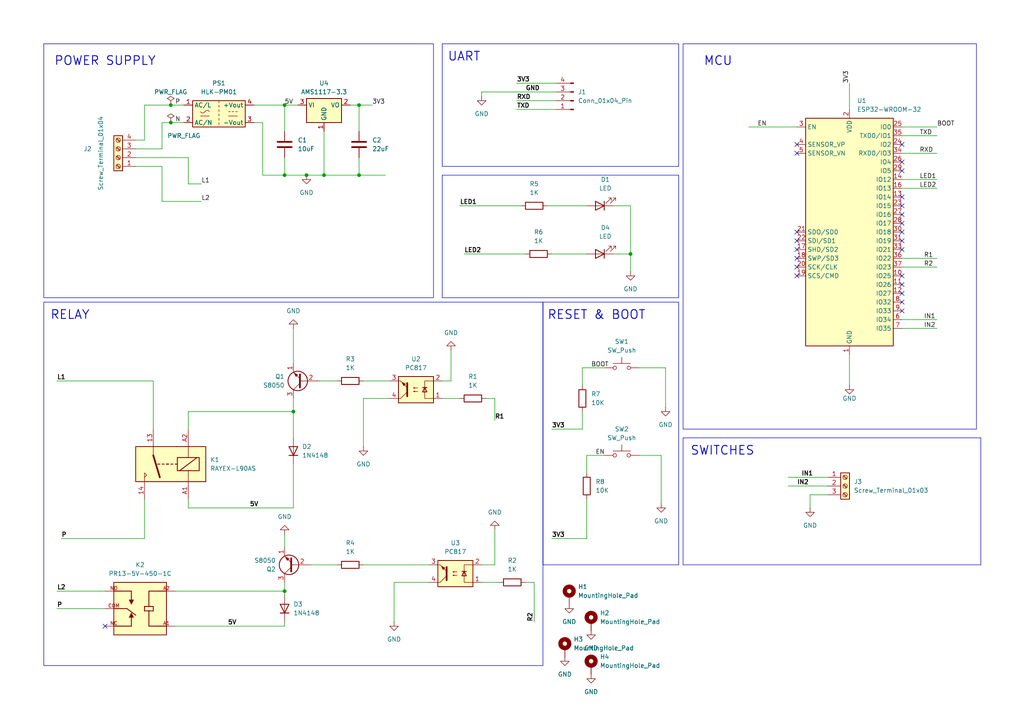
<source format=kicad_sch>
(kicad_sch
	(version 20231120)
	(generator "eeschema")
	(generator_version "8.0")
	(uuid "823a4d41-2b65-4cb1-b9a8-2a350bc980dc")
	(paper "A4")
	(title_block
		(title "30A home automation with esp32")
		(date "2025-10-23")
		(company "sjec")
		(comment 1 "design by Jayaprakash")
	)
	(lib_symbols
		(symbol "Connector:Conn_01x04_Pin"
			(pin_names
				(offset 1.016) hide)
			(exclude_from_sim no)
			(in_bom yes)
			(on_board yes)
			(property "Reference" "J"
				(at 0 5.08 0)
				(effects
					(font
						(size 1.27 1.27)
					)
				)
			)
			(property "Value" "Conn_01x04_Pin"
				(at 0 -7.62 0)
				(effects
					(font
						(size 1.27 1.27)
					)
				)
			)
			(property "Footprint" ""
				(at 0 0 0)
				(effects
					(font
						(size 1.27 1.27)
					)
					(hide yes)
				)
			)
			(property "Datasheet" "~"
				(at 0 0 0)
				(effects
					(font
						(size 1.27 1.27)
					)
					(hide yes)
				)
			)
			(property "Description" "Generic connector, single row, 01x04, script generated"
				(at 0 0 0)
				(effects
					(font
						(size 1.27 1.27)
					)
					(hide yes)
				)
			)
			(property "ki_locked" ""
				(at 0 0 0)
				(effects
					(font
						(size 1.27 1.27)
					)
				)
			)
			(property "ki_keywords" "connector"
				(at 0 0 0)
				(effects
					(font
						(size 1.27 1.27)
					)
					(hide yes)
				)
			)
			(property "ki_fp_filters" "Connector*:*_1x??_*"
				(at 0 0 0)
				(effects
					(font
						(size 1.27 1.27)
					)
					(hide yes)
				)
			)
			(symbol "Conn_01x04_Pin_1_1"
				(polyline
					(pts
						(xy 1.27 -5.08) (xy 0.8636 -5.08)
					)
					(stroke
						(width 0.1524)
						(type default)
					)
					(fill
						(type none)
					)
				)
				(polyline
					(pts
						(xy 1.27 -2.54) (xy 0.8636 -2.54)
					)
					(stroke
						(width 0.1524)
						(type default)
					)
					(fill
						(type none)
					)
				)
				(polyline
					(pts
						(xy 1.27 0) (xy 0.8636 0)
					)
					(stroke
						(width 0.1524)
						(type default)
					)
					(fill
						(type none)
					)
				)
				(polyline
					(pts
						(xy 1.27 2.54) (xy 0.8636 2.54)
					)
					(stroke
						(width 0.1524)
						(type default)
					)
					(fill
						(type none)
					)
				)
				(rectangle
					(start 0.8636 -4.953)
					(end 0 -5.207)
					(stroke
						(width 0.1524)
						(type default)
					)
					(fill
						(type outline)
					)
				)
				(rectangle
					(start 0.8636 -2.413)
					(end 0 -2.667)
					(stroke
						(width 0.1524)
						(type default)
					)
					(fill
						(type outline)
					)
				)
				(rectangle
					(start 0.8636 0.127)
					(end 0 -0.127)
					(stroke
						(width 0.1524)
						(type default)
					)
					(fill
						(type outline)
					)
				)
				(rectangle
					(start 0.8636 2.667)
					(end 0 2.413)
					(stroke
						(width 0.1524)
						(type default)
					)
					(fill
						(type outline)
					)
				)
				(pin passive line
					(at 5.08 2.54 180)
					(length 3.81)
					(name "Pin_1"
						(effects
							(font
								(size 1.27 1.27)
							)
						)
					)
					(number "1"
						(effects
							(font
								(size 1.27 1.27)
							)
						)
					)
				)
				(pin passive line
					(at 5.08 0 180)
					(length 3.81)
					(name "Pin_2"
						(effects
							(font
								(size 1.27 1.27)
							)
						)
					)
					(number "2"
						(effects
							(font
								(size 1.27 1.27)
							)
						)
					)
				)
				(pin passive line
					(at 5.08 -2.54 180)
					(length 3.81)
					(name "Pin_3"
						(effects
							(font
								(size 1.27 1.27)
							)
						)
					)
					(number "3"
						(effects
							(font
								(size 1.27 1.27)
							)
						)
					)
				)
				(pin passive line
					(at 5.08 -5.08 180)
					(length 3.81)
					(name "Pin_4"
						(effects
							(font
								(size 1.27 1.27)
							)
						)
					)
					(number "4"
						(effects
							(font
								(size 1.27 1.27)
							)
						)
					)
				)
			)
		)
		(symbol "Connector:Screw_Terminal_01x03"
			(pin_names
				(offset 1.016) hide)
			(exclude_from_sim no)
			(in_bom yes)
			(on_board yes)
			(property "Reference" "J"
				(at 0 5.08 0)
				(effects
					(font
						(size 1.27 1.27)
					)
				)
			)
			(property "Value" "Screw_Terminal_01x03"
				(at 0 -5.08 0)
				(effects
					(font
						(size 1.27 1.27)
					)
				)
			)
			(property "Footprint" ""
				(at 0 0 0)
				(effects
					(font
						(size 1.27 1.27)
					)
					(hide yes)
				)
			)
			(property "Datasheet" "~"
				(at 0 0 0)
				(effects
					(font
						(size 1.27 1.27)
					)
					(hide yes)
				)
			)
			(property "Description" "Generic screw terminal, single row, 01x03, script generated (kicad-library-utils/schlib/autogen/connector/)"
				(at 0 0 0)
				(effects
					(font
						(size 1.27 1.27)
					)
					(hide yes)
				)
			)
			(property "ki_keywords" "screw terminal"
				(at 0 0 0)
				(effects
					(font
						(size 1.27 1.27)
					)
					(hide yes)
				)
			)
			(property "ki_fp_filters" "TerminalBlock*:*"
				(at 0 0 0)
				(effects
					(font
						(size 1.27 1.27)
					)
					(hide yes)
				)
			)
			(symbol "Screw_Terminal_01x03_1_1"
				(rectangle
					(start -1.27 3.81)
					(end 1.27 -3.81)
					(stroke
						(width 0.254)
						(type default)
					)
					(fill
						(type background)
					)
				)
				(circle
					(center 0 -2.54)
					(radius 0.635)
					(stroke
						(width 0.1524)
						(type default)
					)
					(fill
						(type none)
					)
				)
				(polyline
					(pts
						(xy -0.5334 -2.2098) (xy 0.3302 -3.048)
					)
					(stroke
						(width 0.1524)
						(type default)
					)
					(fill
						(type none)
					)
				)
				(polyline
					(pts
						(xy -0.5334 0.3302) (xy 0.3302 -0.508)
					)
					(stroke
						(width 0.1524)
						(type default)
					)
					(fill
						(type none)
					)
				)
				(polyline
					(pts
						(xy -0.5334 2.8702) (xy 0.3302 2.032)
					)
					(stroke
						(width 0.1524)
						(type default)
					)
					(fill
						(type none)
					)
				)
				(polyline
					(pts
						(xy -0.3556 -2.032) (xy 0.508 -2.8702)
					)
					(stroke
						(width 0.1524)
						(type default)
					)
					(fill
						(type none)
					)
				)
				(polyline
					(pts
						(xy -0.3556 0.508) (xy 0.508 -0.3302)
					)
					(stroke
						(width 0.1524)
						(type default)
					)
					(fill
						(type none)
					)
				)
				(polyline
					(pts
						(xy -0.3556 3.048) (xy 0.508 2.2098)
					)
					(stroke
						(width 0.1524)
						(type default)
					)
					(fill
						(type none)
					)
				)
				(circle
					(center 0 0)
					(radius 0.635)
					(stroke
						(width 0.1524)
						(type default)
					)
					(fill
						(type none)
					)
				)
				(circle
					(center 0 2.54)
					(radius 0.635)
					(stroke
						(width 0.1524)
						(type default)
					)
					(fill
						(type none)
					)
				)
				(pin passive line
					(at -5.08 2.54 0)
					(length 3.81)
					(name "Pin_1"
						(effects
							(font
								(size 1.27 1.27)
							)
						)
					)
					(number "1"
						(effects
							(font
								(size 1.27 1.27)
							)
						)
					)
				)
				(pin passive line
					(at -5.08 0 0)
					(length 3.81)
					(name "Pin_2"
						(effects
							(font
								(size 1.27 1.27)
							)
						)
					)
					(number "2"
						(effects
							(font
								(size 1.27 1.27)
							)
						)
					)
				)
				(pin passive line
					(at -5.08 -2.54 0)
					(length 3.81)
					(name "Pin_3"
						(effects
							(font
								(size 1.27 1.27)
							)
						)
					)
					(number "3"
						(effects
							(font
								(size 1.27 1.27)
							)
						)
					)
				)
			)
		)
		(symbol "Connector:Screw_Terminal_01x04"
			(pin_names
				(offset 1.016) hide)
			(exclude_from_sim no)
			(in_bom yes)
			(on_board yes)
			(property "Reference" "J"
				(at 0 5.08 0)
				(effects
					(font
						(size 1.27 1.27)
					)
				)
			)
			(property "Value" "Screw_Terminal_01x04"
				(at 0 -7.62 0)
				(effects
					(font
						(size 1.27 1.27)
					)
				)
			)
			(property "Footprint" ""
				(at 0 0 0)
				(effects
					(font
						(size 1.27 1.27)
					)
					(hide yes)
				)
			)
			(property "Datasheet" "~"
				(at 0 0 0)
				(effects
					(font
						(size 1.27 1.27)
					)
					(hide yes)
				)
			)
			(property "Description" "Generic screw terminal, single row, 01x04, script generated (kicad-library-utils/schlib/autogen/connector/)"
				(at 0 0 0)
				(effects
					(font
						(size 1.27 1.27)
					)
					(hide yes)
				)
			)
			(property "ki_keywords" "screw terminal"
				(at 0 0 0)
				(effects
					(font
						(size 1.27 1.27)
					)
					(hide yes)
				)
			)
			(property "ki_fp_filters" "TerminalBlock*:*"
				(at 0 0 0)
				(effects
					(font
						(size 1.27 1.27)
					)
					(hide yes)
				)
			)
			(symbol "Screw_Terminal_01x04_1_1"
				(rectangle
					(start -1.27 3.81)
					(end 1.27 -6.35)
					(stroke
						(width 0.254)
						(type default)
					)
					(fill
						(type background)
					)
				)
				(circle
					(center 0 -5.08)
					(radius 0.635)
					(stroke
						(width 0.1524)
						(type default)
					)
					(fill
						(type none)
					)
				)
				(circle
					(center 0 -2.54)
					(radius 0.635)
					(stroke
						(width 0.1524)
						(type default)
					)
					(fill
						(type none)
					)
				)
				(polyline
					(pts
						(xy -0.5334 -4.7498) (xy 0.3302 -5.588)
					)
					(stroke
						(width 0.1524)
						(type default)
					)
					(fill
						(type none)
					)
				)
				(polyline
					(pts
						(xy -0.5334 -2.2098) (xy 0.3302 -3.048)
					)
					(stroke
						(width 0.1524)
						(type default)
					)
					(fill
						(type none)
					)
				)
				(polyline
					(pts
						(xy -0.5334 0.3302) (xy 0.3302 -0.508)
					)
					(stroke
						(width 0.1524)
						(type default)
					)
					(fill
						(type none)
					)
				)
				(polyline
					(pts
						(xy -0.5334 2.8702) (xy 0.3302 2.032)
					)
					(stroke
						(width 0.1524)
						(type default)
					)
					(fill
						(type none)
					)
				)
				(polyline
					(pts
						(xy -0.3556 -4.572) (xy 0.508 -5.4102)
					)
					(stroke
						(width 0.1524)
						(type default)
					)
					(fill
						(type none)
					)
				)
				(polyline
					(pts
						(xy -0.3556 -2.032) (xy 0.508 -2.8702)
					)
					(stroke
						(width 0.1524)
						(type default)
					)
					(fill
						(type none)
					)
				)
				(polyline
					(pts
						(xy -0.3556 0.508) (xy 0.508 -0.3302)
					)
					(stroke
						(width 0.1524)
						(type default)
					)
					(fill
						(type none)
					)
				)
				(polyline
					(pts
						(xy -0.3556 3.048) (xy 0.508 2.2098)
					)
					(stroke
						(width 0.1524)
						(type default)
					)
					(fill
						(type none)
					)
				)
				(circle
					(center 0 0)
					(radius 0.635)
					(stroke
						(width 0.1524)
						(type default)
					)
					(fill
						(type none)
					)
				)
				(circle
					(center 0 2.54)
					(radius 0.635)
					(stroke
						(width 0.1524)
						(type default)
					)
					(fill
						(type none)
					)
				)
				(pin passive line
					(at -5.08 2.54 0)
					(length 3.81)
					(name "Pin_1"
						(effects
							(font
								(size 1.27 1.27)
							)
						)
					)
					(number "1"
						(effects
							(font
								(size 1.27 1.27)
							)
						)
					)
				)
				(pin passive line
					(at -5.08 0 0)
					(length 3.81)
					(name "Pin_2"
						(effects
							(font
								(size 1.27 1.27)
							)
						)
					)
					(number "2"
						(effects
							(font
								(size 1.27 1.27)
							)
						)
					)
				)
				(pin passive line
					(at -5.08 -2.54 0)
					(length 3.81)
					(name "Pin_3"
						(effects
							(font
								(size 1.27 1.27)
							)
						)
					)
					(number "3"
						(effects
							(font
								(size 1.27 1.27)
							)
						)
					)
				)
				(pin passive line
					(at -5.08 -5.08 0)
					(length 3.81)
					(name "Pin_4"
						(effects
							(font
								(size 1.27 1.27)
							)
						)
					)
					(number "4"
						(effects
							(font
								(size 1.27 1.27)
							)
						)
					)
				)
			)
		)
		(symbol "Converter_ACDC:HLK-PM01"
			(exclude_from_sim no)
			(in_bom yes)
			(on_board yes)
			(property "Reference" "PS"
				(at 0 5.08 0)
				(effects
					(font
						(size 1.27 1.27)
					)
				)
			)
			(property "Value" "HLK-PM01"
				(at 0 -5.08 0)
				(effects
					(font
						(size 1.27 1.27)
					)
				)
			)
			(property "Footprint" "Converter_ACDC:Converter_ACDC_Hi-Link_HLK-PMxx"
				(at 0 -7.62 0)
				(effects
					(font
						(size 1.27 1.27)
					)
					(hide yes)
				)
			)
			(property "Datasheet" "https://h.hlktech.com/download/ACDC%E7%94%B5%E6%BA%90%E6%A8%A1%E5%9D%973W%E7%B3%BB%E5%88%97/1/%E6%B5%B7%E5%87%8C%E7%A7%913W%E7%B3%BB%E5%88%97%E7%94%B5%E6%BA%90%E6%A8%A1%E5%9D%97%E8%A7%84%E6%A0%BC%E4%B9%A6V2.8.pdf"
				(at 10.16 -8.89 0)
				(effects
					(font
						(size 1.27 1.27)
					)
					(hide yes)
				)
			)
			(property "Description" "Compact AC/DC board mount power module 3W 5V"
				(at 0 0 0)
				(effects
					(font
						(size 1.27 1.27)
					)
					(hide yes)
				)
			)
			(property "ki_keywords" "AC/DC module power supply"
				(at 0 0 0)
				(effects
					(font
						(size 1.27 1.27)
					)
					(hide yes)
				)
			)
			(property "ki_fp_filters" "Converter*ACDC*Hi?Link*HLK?PM*"
				(at 0 0 0)
				(effects
					(font
						(size 1.27 1.27)
					)
					(hide yes)
				)
			)
			(symbol "HLK-PM01_0_1"
				(rectangle
					(start -7.62 3.81)
					(end 7.62 -3.81)
					(stroke
						(width 0.254)
						(type default)
					)
					(fill
						(type background)
					)
				)
				(arc
					(start -5.334 0.635)
					(mid -4.699 0.2495)
					(end -4.064 0.635)
					(stroke
						(width 0)
						(type default)
					)
					(fill
						(type none)
					)
				)
				(arc
					(start -2.794 0.635)
					(mid -3.429 1.0072)
					(end -4.064 0.635)
					(stroke
						(width 0)
						(type default)
					)
					(fill
						(type none)
					)
				)
				(polyline
					(pts
						(xy -5.334 -0.635) (xy -2.794 -0.635)
					)
					(stroke
						(width 0)
						(type default)
					)
					(fill
						(type none)
					)
				)
				(polyline
					(pts
						(xy 0 -2.54) (xy 0 -3.175)
					)
					(stroke
						(width 0)
						(type default)
					)
					(fill
						(type none)
					)
				)
				(polyline
					(pts
						(xy 0 -1.27) (xy 0 -1.905)
					)
					(stroke
						(width 0)
						(type default)
					)
					(fill
						(type none)
					)
				)
				(polyline
					(pts
						(xy 0 0) (xy 0 -0.635)
					)
					(stroke
						(width 0)
						(type default)
					)
					(fill
						(type none)
					)
				)
				(polyline
					(pts
						(xy 0 1.27) (xy 0 0.635)
					)
					(stroke
						(width 0)
						(type default)
					)
					(fill
						(type none)
					)
				)
				(polyline
					(pts
						(xy 0 2.54) (xy 0 1.905)
					)
					(stroke
						(width 0)
						(type default)
					)
					(fill
						(type none)
					)
				)
				(polyline
					(pts
						(xy 0 3.81) (xy 0 3.175)
					)
					(stroke
						(width 0)
						(type default)
					)
					(fill
						(type none)
					)
				)
				(polyline
					(pts
						(xy 2.794 -0.635) (xy 5.334 -0.635)
					)
					(stroke
						(width 0)
						(type default)
					)
					(fill
						(type none)
					)
				)
				(polyline
					(pts
						(xy 2.794 0.635) (xy 3.302 0.635)
					)
					(stroke
						(width 0)
						(type default)
					)
					(fill
						(type none)
					)
				)
				(polyline
					(pts
						(xy 3.81 0.635) (xy 4.318 0.635)
					)
					(stroke
						(width 0)
						(type default)
					)
					(fill
						(type none)
					)
				)
				(polyline
					(pts
						(xy 4.826 0.635) (xy 5.334 0.635)
					)
					(stroke
						(width 0)
						(type default)
					)
					(fill
						(type none)
					)
				)
			)
			(symbol "HLK-PM01_1_1"
				(pin power_in line
					(at -10.16 2.54 0)
					(length 2.54)
					(name "AC/L"
						(effects
							(font
								(size 1.27 1.27)
							)
						)
					)
					(number "1"
						(effects
							(font
								(size 1.27 1.27)
							)
						)
					)
				)
				(pin power_in line
					(at -10.16 -2.54 0)
					(length 2.54)
					(name "AC/N"
						(effects
							(font
								(size 1.27 1.27)
							)
						)
					)
					(number "2"
						(effects
							(font
								(size 1.27 1.27)
							)
						)
					)
				)
				(pin power_out line
					(at 10.16 -2.54 180)
					(length 2.54)
					(name "-Vout"
						(effects
							(font
								(size 1.27 1.27)
							)
						)
					)
					(number "3"
						(effects
							(font
								(size 1.27 1.27)
							)
						)
					)
				)
				(pin power_out line
					(at 10.16 2.54 180)
					(length 2.54)
					(name "+Vout"
						(effects
							(font
								(size 1.27 1.27)
							)
						)
					)
					(number "4"
						(effects
							(font
								(size 1.27 1.27)
							)
						)
					)
				)
			)
		)
		(symbol "Device:C"
			(pin_numbers hide)
			(pin_names
				(offset 0.254)
			)
			(exclude_from_sim no)
			(in_bom yes)
			(on_board yes)
			(property "Reference" "C"
				(at 0.635 2.54 0)
				(effects
					(font
						(size 1.27 1.27)
					)
					(justify left)
				)
			)
			(property "Value" "C"
				(at 0.635 -2.54 0)
				(effects
					(font
						(size 1.27 1.27)
					)
					(justify left)
				)
			)
			(property "Footprint" ""
				(at 0.9652 -3.81 0)
				(effects
					(font
						(size 1.27 1.27)
					)
					(hide yes)
				)
			)
			(property "Datasheet" "~"
				(at 0 0 0)
				(effects
					(font
						(size 1.27 1.27)
					)
					(hide yes)
				)
			)
			(property "Description" "Unpolarized capacitor"
				(at 0 0 0)
				(effects
					(font
						(size 1.27 1.27)
					)
					(hide yes)
				)
			)
			(property "ki_keywords" "cap capacitor"
				(at 0 0 0)
				(effects
					(font
						(size 1.27 1.27)
					)
					(hide yes)
				)
			)
			(property "ki_fp_filters" "C_*"
				(at 0 0 0)
				(effects
					(font
						(size 1.27 1.27)
					)
					(hide yes)
				)
			)
			(symbol "C_0_1"
				(polyline
					(pts
						(xy -2.032 -0.762) (xy 2.032 -0.762)
					)
					(stroke
						(width 0.508)
						(type default)
					)
					(fill
						(type none)
					)
				)
				(polyline
					(pts
						(xy -2.032 0.762) (xy 2.032 0.762)
					)
					(stroke
						(width 0.508)
						(type default)
					)
					(fill
						(type none)
					)
				)
			)
			(symbol "C_1_1"
				(pin passive line
					(at 0 3.81 270)
					(length 2.794)
					(name "~"
						(effects
							(font
								(size 1.27 1.27)
							)
						)
					)
					(number "1"
						(effects
							(font
								(size 1.27 1.27)
							)
						)
					)
				)
				(pin passive line
					(at 0 -3.81 90)
					(length 2.794)
					(name "~"
						(effects
							(font
								(size 1.27 1.27)
							)
						)
					)
					(number "2"
						(effects
							(font
								(size 1.27 1.27)
							)
						)
					)
				)
			)
		)
		(symbol "Device:LED"
			(pin_numbers hide)
			(pin_names
				(offset 1.016) hide)
			(exclude_from_sim no)
			(in_bom yes)
			(on_board yes)
			(property "Reference" "D"
				(at 0 2.54 0)
				(effects
					(font
						(size 1.27 1.27)
					)
				)
			)
			(property "Value" "LED"
				(at 0 -2.54 0)
				(effects
					(font
						(size 1.27 1.27)
					)
				)
			)
			(property "Footprint" ""
				(at 0 0 0)
				(effects
					(font
						(size 1.27 1.27)
					)
					(hide yes)
				)
			)
			(property "Datasheet" "~"
				(at 0 0 0)
				(effects
					(font
						(size 1.27 1.27)
					)
					(hide yes)
				)
			)
			(property "Description" "Light emitting diode"
				(at 0 0 0)
				(effects
					(font
						(size 1.27 1.27)
					)
					(hide yes)
				)
			)
			(property "ki_keywords" "LED diode"
				(at 0 0 0)
				(effects
					(font
						(size 1.27 1.27)
					)
					(hide yes)
				)
			)
			(property "ki_fp_filters" "LED* LED_SMD:* LED_THT:*"
				(at 0 0 0)
				(effects
					(font
						(size 1.27 1.27)
					)
					(hide yes)
				)
			)
			(symbol "LED_0_1"
				(polyline
					(pts
						(xy -1.27 -1.27) (xy -1.27 1.27)
					)
					(stroke
						(width 0.254)
						(type default)
					)
					(fill
						(type none)
					)
				)
				(polyline
					(pts
						(xy -1.27 0) (xy 1.27 0)
					)
					(stroke
						(width 0)
						(type default)
					)
					(fill
						(type none)
					)
				)
				(polyline
					(pts
						(xy 1.27 -1.27) (xy 1.27 1.27) (xy -1.27 0) (xy 1.27 -1.27)
					)
					(stroke
						(width 0.254)
						(type default)
					)
					(fill
						(type none)
					)
				)
				(polyline
					(pts
						(xy -3.048 -0.762) (xy -4.572 -2.286) (xy -3.81 -2.286) (xy -4.572 -2.286) (xy -4.572 -1.524)
					)
					(stroke
						(width 0)
						(type default)
					)
					(fill
						(type none)
					)
				)
				(polyline
					(pts
						(xy -1.778 -0.762) (xy -3.302 -2.286) (xy -2.54 -2.286) (xy -3.302 -2.286) (xy -3.302 -1.524)
					)
					(stroke
						(width 0)
						(type default)
					)
					(fill
						(type none)
					)
				)
			)
			(symbol "LED_1_1"
				(pin passive line
					(at -3.81 0 0)
					(length 2.54)
					(name "K"
						(effects
							(font
								(size 1.27 1.27)
							)
						)
					)
					(number "1"
						(effects
							(font
								(size 1.27 1.27)
							)
						)
					)
				)
				(pin passive line
					(at 3.81 0 180)
					(length 2.54)
					(name "A"
						(effects
							(font
								(size 1.27 1.27)
							)
						)
					)
					(number "2"
						(effects
							(font
								(size 1.27 1.27)
							)
						)
					)
				)
			)
		)
		(symbol "Device:R"
			(pin_numbers hide)
			(pin_names
				(offset 0)
			)
			(exclude_from_sim no)
			(in_bom yes)
			(on_board yes)
			(property "Reference" "R"
				(at 2.032 0 90)
				(effects
					(font
						(size 1.27 1.27)
					)
				)
			)
			(property "Value" "R"
				(at 0 0 90)
				(effects
					(font
						(size 1.27 1.27)
					)
				)
			)
			(property "Footprint" ""
				(at -1.778 0 90)
				(effects
					(font
						(size 1.27 1.27)
					)
					(hide yes)
				)
			)
			(property "Datasheet" "~"
				(at 0 0 0)
				(effects
					(font
						(size 1.27 1.27)
					)
					(hide yes)
				)
			)
			(property "Description" "Resistor"
				(at 0 0 0)
				(effects
					(font
						(size 1.27 1.27)
					)
					(hide yes)
				)
			)
			(property "ki_keywords" "R res resistor"
				(at 0 0 0)
				(effects
					(font
						(size 1.27 1.27)
					)
					(hide yes)
				)
			)
			(property "ki_fp_filters" "R_*"
				(at 0 0 0)
				(effects
					(font
						(size 1.27 1.27)
					)
					(hide yes)
				)
			)
			(symbol "R_0_1"
				(rectangle
					(start -1.016 -2.54)
					(end 1.016 2.54)
					(stroke
						(width 0.254)
						(type default)
					)
					(fill
						(type none)
					)
				)
			)
			(symbol "R_1_1"
				(pin passive line
					(at 0 3.81 270)
					(length 1.27)
					(name "~"
						(effects
							(font
								(size 1.27 1.27)
							)
						)
					)
					(number "1"
						(effects
							(font
								(size 1.27 1.27)
							)
						)
					)
				)
				(pin passive line
					(at 0 -3.81 90)
					(length 1.27)
					(name "~"
						(effects
							(font
								(size 1.27 1.27)
							)
						)
					)
					(number "2"
						(effects
							(font
								(size 1.27 1.27)
							)
						)
					)
				)
			)
		)
		(symbol "Diode:1N4148"
			(pin_numbers hide)
			(pin_names hide)
			(exclude_from_sim no)
			(in_bom yes)
			(on_board yes)
			(property "Reference" "D"
				(at 0 2.54 0)
				(effects
					(font
						(size 1.27 1.27)
					)
				)
			)
			(property "Value" "1N4148"
				(at 0 -2.54 0)
				(effects
					(font
						(size 1.27 1.27)
					)
				)
			)
			(property "Footprint" "Diode_THT:D_DO-35_SOD27_P7.62mm_Horizontal"
				(at 0 0 0)
				(effects
					(font
						(size 1.27 1.27)
					)
					(hide yes)
				)
			)
			(property "Datasheet" "https://assets.nexperia.com/documents/data-sheet/1N4148_1N4448.pdf"
				(at 0 0 0)
				(effects
					(font
						(size 1.27 1.27)
					)
					(hide yes)
				)
			)
			(property "Description" "100V 0.15A standard switching diode, DO-35"
				(at 0 0 0)
				(effects
					(font
						(size 1.27 1.27)
					)
					(hide yes)
				)
			)
			(property "Sim.Device" "D"
				(at 0 0 0)
				(effects
					(font
						(size 1.27 1.27)
					)
					(hide yes)
				)
			)
			(property "Sim.Pins" "1=K 2=A"
				(at 0 0 0)
				(effects
					(font
						(size 1.27 1.27)
					)
					(hide yes)
				)
			)
			(property "ki_keywords" "diode"
				(at 0 0 0)
				(effects
					(font
						(size 1.27 1.27)
					)
					(hide yes)
				)
			)
			(property "ki_fp_filters" "D*DO?35*"
				(at 0 0 0)
				(effects
					(font
						(size 1.27 1.27)
					)
					(hide yes)
				)
			)
			(symbol "1N4148_0_1"
				(polyline
					(pts
						(xy -1.27 1.27) (xy -1.27 -1.27)
					)
					(stroke
						(width 0.254)
						(type default)
					)
					(fill
						(type none)
					)
				)
				(polyline
					(pts
						(xy 1.27 0) (xy -1.27 0)
					)
					(stroke
						(width 0)
						(type default)
					)
					(fill
						(type none)
					)
				)
				(polyline
					(pts
						(xy 1.27 1.27) (xy 1.27 -1.27) (xy -1.27 0) (xy 1.27 1.27)
					)
					(stroke
						(width 0.254)
						(type default)
					)
					(fill
						(type none)
					)
				)
			)
			(symbol "1N4148_1_1"
				(pin passive line
					(at -3.81 0 0)
					(length 2.54)
					(name "K"
						(effects
							(font
								(size 1.27 1.27)
							)
						)
					)
					(number "1"
						(effects
							(font
								(size 1.27 1.27)
							)
						)
					)
				)
				(pin passive line
					(at 3.81 0 180)
					(length 2.54)
					(name "A"
						(effects
							(font
								(size 1.27 1.27)
							)
						)
					)
					(number "2"
						(effects
							(font
								(size 1.27 1.27)
							)
						)
					)
				)
			)
		)
		(symbol "Isolator:PC817"
			(pin_names
				(offset 1.016)
			)
			(exclude_from_sim no)
			(in_bom yes)
			(on_board yes)
			(property "Reference" "U"
				(at -5.08 5.08 0)
				(effects
					(font
						(size 1.27 1.27)
					)
					(justify left)
				)
			)
			(property "Value" "PC817"
				(at 0 5.08 0)
				(effects
					(font
						(size 1.27 1.27)
					)
					(justify left)
				)
			)
			(property "Footprint" "Package_DIP:DIP-4_W7.62mm"
				(at -5.08 -5.08 0)
				(effects
					(font
						(size 1.27 1.27)
						(italic yes)
					)
					(justify left)
					(hide yes)
				)
			)
			(property "Datasheet" "http://www.soselectronic.cz/a_info/resource/d/pc817.pdf"
				(at 0 0 0)
				(effects
					(font
						(size 1.27 1.27)
					)
					(justify left)
					(hide yes)
				)
			)
			(property "Description" "DC Optocoupler, Vce 35V, CTR 50-300%, DIP-4"
				(at 0 0 0)
				(effects
					(font
						(size 1.27 1.27)
					)
					(hide yes)
				)
			)
			(property "ki_keywords" "NPN DC Optocoupler"
				(at 0 0 0)
				(effects
					(font
						(size 1.27 1.27)
					)
					(hide yes)
				)
			)
			(property "ki_fp_filters" "DIP*W7.62mm*"
				(at 0 0 0)
				(effects
					(font
						(size 1.27 1.27)
					)
					(hide yes)
				)
			)
			(symbol "PC817_0_1"
				(rectangle
					(start -5.08 3.81)
					(end 5.08 -3.81)
					(stroke
						(width 0.254)
						(type default)
					)
					(fill
						(type background)
					)
				)
				(polyline
					(pts
						(xy -3.175 -0.635) (xy -1.905 -0.635)
					)
					(stroke
						(width 0.254)
						(type default)
					)
					(fill
						(type none)
					)
				)
				(polyline
					(pts
						(xy 2.54 0.635) (xy 4.445 2.54)
					)
					(stroke
						(width 0)
						(type default)
					)
					(fill
						(type none)
					)
				)
				(polyline
					(pts
						(xy 4.445 -2.54) (xy 2.54 -0.635)
					)
					(stroke
						(width 0)
						(type default)
					)
					(fill
						(type outline)
					)
				)
				(polyline
					(pts
						(xy 4.445 -2.54) (xy 5.08 -2.54)
					)
					(stroke
						(width 0)
						(type default)
					)
					(fill
						(type none)
					)
				)
				(polyline
					(pts
						(xy 4.445 2.54) (xy 5.08 2.54)
					)
					(stroke
						(width 0)
						(type default)
					)
					(fill
						(type none)
					)
				)
				(polyline
					(pts
						(xy -5.08 2.54) (xy -2.54 2.54) (xy -2.54 -0.635)
					)
					(stroke
						(width 0)
						(type default)
					)
					(fill
						(type none)
					)
				)
				(polyline
					(pts
						(xy -2.54 -0.635) (xy -2.54 -2.54) (xy -5.08 -2.54)
					)
					(stroke
						(width 0)
						(type default)
					)
					(fill
						(type none)
					)
				)
				(polyline
					(pts
						(xy 2.54 1.905) (xy 2.54 -1.905) (xy 2.54 -1.905)
					)
					(stroke
						(width 0.508)
						(type default)
					)
					(fill
						(type none)
					)
				)
				(polyline
					(pts
						(xy -2.54 -0.635) (xy -3.175 0.635) (xy -1.905 0.635) (xy -2.54 -0.635)
					)
					(stroke
						(width 0.254)
						(type default)
					)
					(fill
						(type none)
					)
				)
				(polyline
					(pts
						(xy -0.508 -0.508) (xy 0.762 -0.508) (xy 0.381 -0.635) (xy 0.381 -0.381) (xy 0.762 -0.508)
					)
					(stroke
						(width 0)
						(type default)
					)
					(fill
						(type none)
					)
				)
				(polyline
					(pts
						(xy -0.508 0.508) (xy 0.762 0.508) (xy 0.381 0.381) (xy 0.381 0.635) (xy 0.762 0.508)
					)
					(stroke
						(width 0)
						(type default)
					)
					(fill
						(type none)
					)
				)
				(polyline
					(pts
						(xy 3.048 -1.651) (xy 3.556 -1.143) (xy 4.064 -2.159) (xy 3.048 -1.651) (xy 3.048 -1.651)
					)
					(stroke
						(width 0)
						(type default)
					)
					(fill
						(type outline)
					)
				)
			)
			(symbol "PC817_1_1"
				(pin passive line
					(at -7.62 2.54 0)
					(length 2.54)
					(name "~"
						(effects
							(font
								(size 1.27 1.27)
							)
						)
					)
					(number "1"
						(effects
							(font
								(size 1.27 1.27)
							)
						)
					)
				)
				(pin passive line
					(at -7.62 -2.54 0)
					(length 2.54)
					(name "~"
						(effects
							(font
								(size 1.27 1.27)
							)
						)
					)
					(number "2"
						(effects
							(font
								(size 1.27 1.27)
							)
						)
					)
				)
				(pin passive line
					(at 7.62 -2.54 180)
					(length 2.54)
					(name "~"
						(effects
							(font
								(size 1.27 1.27)
							)
						)
					)
					(number "3"
						(effects
							(font
								(size 1.27 1.27)
							)
						)
					)
				)
				(pin passive line
					(at 7.62 2.54 180)
					(length 2.54)
					(name "~"
						(effects
							(font
								(size 1.27 1.27)
							)
						)
					)
					(number "4"
						(effects
							(font
								(size 1.27 1.27)
							)
						)
					)
				)
			)
		)
		(symbol "Mechanical:MountingHole_Pad"
			(pin_numbers hide)
			(pin_names
				(offset 1.016) hide)
			(exclude_from_sim yes)
			(in_bom no)
			(on_board yes)
			(property "Reference" "H"
				(at 0 6.35 0)
				(effects
					(font
						(size 1.27 1.27)
					)
				)
			)
			(property "Value" "MountingHole_Pad"
				(at 0 4.445 0)
				(effects
					(font
						(size 1.27 1.27)
					)
				)
			)
			(property "Footprint" ""
				(at 0 0 0)
				(effects
					(font
						(size 1.27 1.27)
					)
					(hide yes)
				)
			)
			(property "Datasheet" "~"
				(at 0 0 0)
				(effects
					(font
						(size 1.27 1.27)
					)
					(hide yes)
				)
			)
			(property "Description" "Mounting Hole with connection"
				(at 0 0 0)
				(effects
					(font
						(size 1.27 1.27)
					)
					(hide yes)
				)
			)
			(property "ki_keywords" "mounting hole"
				(at 0 0 0)
				(effects
					(font
						(size 1.27 1.27)
					)
					(hide yes)
				)
			)
			(property "ki_fp_filters" "MountingHole*Pad*"
				(at 0 0 0)
				(effects
					(font
						(size 1.27 1.27)
					)
					(hide yes)
				)
			)
			(symbol "MountingHole_Pad_0_1"
				(circle
					(center 0 1.27)
					(radius 1.27)
					(stroke
						(width 1.27)
						(type default)
					)
					(fill
						(type none)
					)
				)
			)
			(symbol "MountingHole_Pad_1_1"
				(pin input line
					(at 0 -2.54 90)
					(length 2.54)
					(name "1"
						(effects
							(font
								(size 1.27 1.27)
							)
						)
					)
					(number "1"
						(effects
							(font
								(size 1.27 1.27)
							)
						)
					)
				)
			)
		)
		(symbol "PR13-5V-450-1C:PR13-5V-450-1C"
			(pin_names
				(offset 1.016)
			)
			(exclude_from_sim no)
			(in_bom yes)
			(on_board yes)
			(property "Reference" "K"
				(at -7.62 8.89 0)
				(effects
					(font
						(size 1.27 1.27)
					)
					(justify left bottom)
				)
			)
			(property "Value" "PR13-5V-450-1C"
				(at -7.62 -10.16 0)
				(effects
					(font
						(size 1.27 1.27)
					)
					(justify left bottom)
				)
			)
			(property "Footprint" "PR13-5V-450-1C:RELAY_PR13-5V-450-1C"
				(at 0 0 0)
				(effects
					(font
						(size 1.27 1.27)
					)
					(justify bottom)
					(hide yes)
				)
			)
			(property "Datasheet" ""
				(at 0 0 0)
				(effects
					(font
						(size 1.27 1.27)
					)
					(hide yes)
				)
			)
			(property "Description" ""
				(at 0 0 0)
				(effects
					(font
						(size 1.27 1.27)
					)
					(hide yes)
				)
			)
			(property "MF" "Same Sky"
				(at 0 0 0)
				(effects
					(font
						(size 1.27 1.27)
					)
					(justify bottom)
					(hide yes)
				)
			)
			(property "MAXIMUM_PACKAGE_HEIGHT" "16.1mm"
				(at 0 0 0)
				(effects
					(font
						(size 1.27 1.27)
					)
					(justify bottom)
					(hide yes)
				)
			)
			(property "Package" "None"
				(at 0 0 0)
				(effects
					(font
						(size 1.27 1.27)
					)
					(justify bottom)
					(hide yes)
				)
			)
			(property "Price" "None"
				(at 0 0 0)
				(effects
					(font
						(size 1.27 1.27)
					)
					(justify bottom)
					(hide yes)
				)
			)
			(property "Check_prices" "https://www.snapeda.com/parts/PR13-5V-450-1C/Same+Sky/view-part/?ref=eda"
				(at 0 0 0)
				(effects
					(font
						(size 1.27 1.27)
					)
					(justify bottom)
					(hide yes)
				)
			)
			(property "STANDARD" "Manufacturer Recommendations"
				(at 0 0 0)
				(effects
					(font
						(size 1.27 1.27)
					)
					(justify bottom)
					(hide yes)
				)
			)
			(property "PARTREV" "1.0"
				(at 0 0 0)
				(effects
					(font
						(size 1.27 1.27)
					)
					(justify bottom)
					(hide yes)
				)
			)
			(property "SnapEDA_Link" "https://www.snapeda.com/parts/PR13-5V-450-1C/Same+Sky/view-part/?ref=snap"
				(at 0 0 0)
				(effects
					(font
						(size 1.27 1.27)
					)
					(justify bottom)
					(hide yes)
				)
			)
			(property "MP" "PR13-5V-450-1C"
				(at 0 0 0)
				(effects
					(font
						(size 1.27 1.27)
					)
					(justify bottom)
					(hide yes)
				)
			)
			(property "Description_1" "\n                        \n                            19 x 15.5 x 15.8 mm, 5 V, 10 A, SPDT (1 Form C), Power Relay\n                        \n"
				(at 0 0 0)
				(effects
					(font
						(size 1.27 1.27)
					)
					(justify bottom)
					(hide yes)
				)
			)
			(property "SNAPEDA_PN" "PR12-5V-360-1C"
				(at 0 0 0)
				(effects
					(font
						(size 1.27 1.27)
					)
					(justify bottom)
					(hide yes)
				)
			)
			(property "Availability" "In Stock"
				(at 0 0 0)
				(effects
					(font
						(size 1.27 1.27)
					)
					(justify bottom)
					(hide yes)
				)
			)
			(property "MANUFACTURER" "CUI devices"
				(at 0 0 0)
				(effects
					(font
						(size 1.27 1.27)
					)
					(justify bottom)
					(hide yes)
				)
			)
			(symbol "PR13-5V-450-1C_0_0"
				(rectangle
					(start -7.62 -7.62)
					(end 7.62 7.62)
					(stroke
						(width 0.254)
						(type default)
					)
					(fill
						(type background)
					)
				)
				(polyline
					(pts
						(xy -7.62 -5.08) (xy -2.54 -5.08)
					)
					(stroke
						(width 0.254)
						(type default)
					)
					(fill
						(type none)
					)
				)
				(polyline
					(pts
						(xy -7.62 5.08) (xy -2.54 5.08)
					)
					(stroke
						(width 0.254)
						(type default)
					)
					(fill
						(type none)
					)
				)
				(polyline
					(pts
						(xy -3.81 -0.635) (xy -3.81 0.635)
					)
					(stroke
						(width 0.254)
						(type default)
					)
					(fill
						(type none)
					)
				)
				(polyline
					(pts
						(xy -3.81 0.635) (xy -2.54 0.635)
					)
					(stroke
						(width 0.254)
						(type default)
					)
					(fill
						(type none)
					)
				)
				(polyline
					(pts
						(xy -2.54 -0.635) (xy -3.81 -0.635)
					)
					(stroke
						(width 0.254)
						(type default)
					)
					(fill
						(type none)
					)
				)
				(polyline
					(pts
						(xy -2.54 -0.635) (xy -2.54 -5.08)
					)
					(stroke
						(width 0.254)
						(type default)
					)
					(fill
						(type none)
					)
				)
				(polyline
					(pts
						(xy -2.54 0.635) (xy -1.27 0.635)
					)
					(stroke
						(width 0.254)
						(type default)
					)
					(fill
						(type none)
					)
				)
				(polyline
					(pts
						(xy -2.54 5.08) (xy -2.54 0.635)
					)
					(stroke
						(width 0.254)
						(type default)
					)
					(fill
						(type none)
					)
				)
				(polyline
					(pts
						(xy -1.27 -0.635) (xy -2.54 -0.635)
					)
					(stroke
						(width 0.254)
						(type default)
					)
					(fill
						(type none)
					)
				)
				(polyline
					(pts
						(xy -1.27 0.635) (xy -1.27 -0.635)
					)
					(stroke
						(width 0.254)
						(type default)
					)
					(fill
						(type none)
					)
				)
				(polyline
					(pts
						(xy 2.54 -5.08) (xy 2.54 -2.54)
					)
					(stroke
						(width 0.254)
						(type default)
					)
					(fill
						(type none)
					)
				)
				(polyline
					(pts
						(xy 2.54 5.08) (xy 2.54 2.54)
					)
					(stroke
						(width 0.254)
						(type default)
					)
					(fill
						(type none)
					)
				)
				(polyline
					(pts
						(xy 2.54 5.08) (xy 7.62 5.08)
					)
					(stroke
						(width 0.254)
						(type default)
					)
					(fill
						(type none)
					)
				)
				(polyline
					(pts
						(xy 3.81 0) (xy 1.27 1.905)
					)
					(stroke
						(width 0.254)
						(type default)
					)
					(fill
						(type none)
					)
				)
				(polyline
					(pts
						(xy 7.62 -5.08) (xy 2.54 -5.08)
					)
					(stroke
						(width 0.254)
						(type default)
					)
					(fill
						(type none)
					)
				)
				(polyline
					(pts
						(xy 7.62 0) (xy 3.81 0)
					)
					(stroke
						(width 0.254)
						(type default)
					)
					(fill
						(type none)
					)
				)
				(polyline
					(pts
						(xy 1.905 -2.54) (xy 3.175 -2.54) (xy 2.54 -1.27) (xy 1.905 -2.54)
					)
					(stroke
						(width 0.1524)
						(type default)
					)
					(fill
						(type outline)
					)
				)
				(polyline
					(pts
						(xy 3.175 2.54) (xy 1.905 2.54) (xy 2.54 1.27) (xy 3.175 2.54)
					)
					(stroke
						(width 0.1524)
						(type default)
					)
					(fill
						(type outline)
					)
				)
				(pin passive line
					(at -10.16 5.08 0)
					(length 5.08)
					(name "~"
						(effects
							(font
								(size 1.016 1.016)
							)
						)
					)
					(number "A1"
						(effects
							(font
								(size 1.016 1.016)
							)
						)
					)
				)
				(pin passive line
					(at -10.16 -5.08 0)
					(length 5.08)
					(name "~"
						(effects
							(font
								(size 1.016 1.016)
							)
						)
					)
					(number "A2"
						(effects
							(font
								(size 1.016 1.016)
							)
						)
					)
				)
				(pin passive line
					(at 10.16 0 180)
					(length 5.08)
					(name "~"
						(effects
							(font
								(size 1.016 1.016)
							)
						)
					)
					(number "COM"
						(effects
							(font
								(size 1.016 1.016)
							)
						)
					)
				)
				(pin passive line
					(at 10.16 5.08 180)
					(length 5.08)
					(name "~"
						(effects
							(font
								(size 1.016 1.016)
							)
						)
					)
					(number "NC"
						(effects
							(font
								(size 1.016 1.016)
							)
						)
					)
				)
				(pin passive line
					(at 10.16 -5.08 180)
					(length 5.08)
					(name "~"
						(effects
							(font
								(size 1.016 1.016)
							)
						)
					)
					(number "NO"
						(effects
							(font
								(size 1.016 1.016)
							)
						)
					)
				)
			)
		)
		(symbol "RF_Module:ESP32-WROOM-32"
			(exclude_from_sim no)
			(in_bom yes)
			(on_board yes)
			(property "Reference" "U"
				(at -12.7 34.29 0)
				(effects
					(font
						(size 1.27 1.27)
					)
					(justify left)
				)
			)
			(property "Value" "ESP32-WROOM-32"
				(at 1.27 34.29 0)
				(effects
					(font
						(size 1.27 1.27)
					)
					(justify left)
				)
			)
			(property "Footprint" "RF_Module:ESP32-WROOM-32"
				(at 0 -38.1 0)
				(effects
					(font
						(size 1.27 1.27)
					)
					(hide yes)
				)
			)
			(property "Datasheet" "https://www.espressif.com/sites/default/files/documentation/esp32-wroom-32_datasheet_en.pdf"
				(at -7.62 1.27 0)
				(effects
					(font
						(size 1.27 1.27)
					)
					(hide yes)
				)
			)
			(property "Description" "RF Module, ESP32-D0WDQ6 SoC, Wi-Fi 802.11b/g/n, Bluetooth, BLE, 32-bit, 2.7-3.6V, onboard antenna, SMD"
				(at 0 0 0)
				(effects
					(font
						(size 1.27 1.27)
					)
					(hide yes)
				)
			)
			(property "ki_keywords" "RF Radio BT ESP ESP32 Espressif onboard PCB antenna"
				(at 0 0 0)
				(effects
					(font
						(size 1.27 1.27)
					)
					(hide yes)
				)
			)
			(property "ki_fp_filters" "ESP32?WROOM?32*"
				(at 0 0 0)
				(effects
					(font
						(size 1.27 1.27)
					)
					(hide yes)
				)
			)
			(symbol "ESP32-WROOM-32_0_1"
				(rectangle
					(start -12.7 33.02)
					(end 12.7 -33.02)
					(stroke
						(width 0.254)
						(type default)
					)
					(fill
						(type background)
					)
				)
			)
			(symbol "ESP32-WROOM-32_1_1"
				(pin power_in line
					(at 0 -35.56 90)
					(length 2.54)
					(name "GND"
						(effects
							(font
								(size 1.27 1.27)
							)
						)
					)
					(number "1"
						(effects
							(font
								(size 1.27 1.27)
							)
						)
					)
				)
				(pin bidirectional line
					(at 15.24 -12.7 180)
					(length 2.54)
					(name "IO25"
						(effects
							(font
								(size 1.27 1.27)
							)
						)
					)
					(number "10"
						(effects
							(font
								(size 1.27 1.27)
							)
						)
					)
				)
				(pin bidirectional line
					(at 15.24 -15.24 180)
					(length 2.54)
					(name "IO26"
						(effects
							(font
								(size 1.27 1.27)
							)
						)
					)
					(number "11"
						(effects
							(font
								(size 1.27 1.27)
							)
						)
					)
				)
				(pin bidirectional line
					(at 15.24 -17.78 180)
					(length 2.54)
					(name "IO27"
						(effects
							(font
								(size 1.27 1.27)
							)
						)
					)
					(number "12"
						(effects
							(font
								(size 1.27 1.27)
							)
						)
					)
				)
				(pin bidirectional line
					(at 15.24 10.16 180)
					(length 2.54)
					(name "IO14"
						(effects
							(font
								(size 1.27 1.27)
							)
						)
					)
					(number "13"
						(effects
							(font
								(size 1.27 1.27)
							)
						)
					)
				)
				(pin bidirectional line
					(at 15.24 15.24 180)
					(length 2.54)
					(name "IO12"
						(effects
							(font
								(size 1.27 1.27)
							)
						)
					)
					(number "14"
						(effects
							(font
								(size 1.27 1.27)
							)
						)
					)
				)
				(pin passive line
					(at 0 -35.56 90)
					(length 2.54) hide
					(name "GND"
						(effects
							(font
								(size 1.27 1.27)
							)
						)
					)
					(number "15"
						(effects
							(font
								(size 1.27 1.27)
							)
						)
					)
				)
				(pin bidirectional line
					(at 15.24 12.7 180)
					(length 2.54)
					(name "IO13"
						(effects
							(font
								(size 1.27 1.27)
							)
						)
					)
					(number "16"
						(effects
							(font
								(size 1.27 1.27)
							)
						)
					)
				)
				(pin bidirectional line
					(at -15.24 -5.08 0)
					(length 2.54)
					(name "SHD/SD2"
						(effects
							(font
								(size 1.27 1.27)
							)
						)
					)
					(number "17"
						(effects
							(font
								(size 1.27 1.27)
							)
						)
					)
				)
				(pin bidirectional line
					(at -15.24 -7.62 0)
					(length 2.54)
					(name "SWP/SD3"
						(effects
							(font
								(size 1.27 1.27)
							)
						)
					)
					(number "18"
						(effects
							(font
								(size 1.27 1.27)
							)
						)
					)
				)
				(pin bidirectional line
					(at -15.24 -12.7 0)
					(length 2.54)
					(name "SCS/CMD"
						(effects
							(font
								(size 1.27 1.27)
							)
						)
					)
					(number "19"
						(effects
							(font
								(size 1.27 1.27)
							)
						)
					)
				)
				(pin power_in line
					(at 0 35.56 270)
					(length 2.54)
					(name "VDD"
						(effects
							(font
								(size 1.27 1.27)
							)
						)
					)
					(number "2"
						(effects
							(font
								(size 1.27 1.27)
							)
						)
					)
				)
				(pin bidirectional line
					(at -15.24 -10.16 0)
					(length 2.54)
					(name "SCK/CLK"
						(effects
							(font
								(size 1.27 1.27)
							)
						)
					)
					(number "20"
						(effects
							(font
								(size 1.27 1.27)
							)
						)
					)
				)
				(pin bidirectional line
					(at -15.24 0 0)
					(length 2.54)
					(name "SDO/SD0"
						(effects
							(font
								(size 1.27 1.27)
							)
						)
					)
					(number "21"
						(effects
							(font
								(size 1.27 1.27)
							)
						)
					)
				)
				(pin bidirectional line
					(at -15.24 -2.54 0)
					(length 2.54)
					(name "SDI/SD1"
						(effects
							(font
								(size 1.27 1.27)
							)
						)
					)
					(number "22"
						(effects
							(font
								(size 1.27 1.27)
							)
						)
					)
				)
				(pin bidirectional line
					(at 15.24 7.62 180)
					(length 2.54)
					(name "IO15"
						(effects
							(font
								(size 1.27 1.27)
							)
						)
					)
					(number "23"
						(effects
							(font
								(size 1.27 1.27)
							)
						)
					)
				)
				(pin bidirectional line
					(at 15.24 25.4 180)
					(length 2.54)
					(name "IO2"
						(effects
							(font
								(size 1.27 1.27)
							)
						)
					)
					(number "24"
						(effects
							(font
								(size 1.27 1.27)
							)
						)
					)
				)
				(pin bidirectional line
					(at 15.24 30.48 180)
					(length 2.54)
					(name "IO0"
						(effects
							(font
								(size 1.27 1.27)
							)
						)
					)
					(number "25"
						(effects
							(font
								(size 1.27 1.27)
							)
						)
					)
				)
				(pin bidirectional line
					(at 15.24 20.32 180)
					(length 2.54)
					(name "IO4"
						(effects
							(font
								(size 1.27 1.27)
							)
						)
					)
					(number "26"
						(effects
							(font
								(size 1.27 1.27)
							)
						)
					)
				)
				(pin bidirectional line
					(at 15.24 5.08 180)
					(length 2.54)
					(name "IO16"
						(effects
							(font
								(size 1.27 1.27)
							)
						)
					)
					(number "27"
						(effects
							(font
								(size 1.27 1.27)
							)
						)
					)
				)
				(pin bidirectional line
					(at 15.24 2.54 180)
					(length 2.54)
					(name "IO17"
						(effects
							(font
								(size 1.27 1.27)
							)
						)
					)
					(number "28"
						(effects
							(font
								(size 1.27 1.27)
							)
						)
					)
				)
				(pin bidirectional line
					(at 15.24 17.78 180)
					(length 2.54)
					(name "IO5"
						(effects
							(font
								(size 1.27 1.27)
							)
						)
					)
					(number "29"
						(effects
							(font
								(size 1.27 1.27)
							)
						)
					)
				)
				(pin input line
					(at -15.24 30.48 0)
					(length 2.54)
					(name "EN"
						(effects
							(font
								(size 1.27 1.27)
							)
						)
					)
					(number "3"
						(effects
							(font
								(size 1.27 1.27)
							)
						)
					)
				)
				(pin bidirectional line
					(at 15.24 0 180)
					(length 2.54)
					(name "IO18"
						(effects
							(font
								(size 1.27 1.27)
							)
						)
					)
					(number "30"
						(effects
							(font
								(size 1.27 1.27)
							)
						)
					)
				)
				(pin bidirectional line
					(at 15.24 -2.54 180)
					(length 2.54)
					(name "IO19"
						(effects
							(font
								(size 1.27 1.27)
							)
						)
					)
					(number "31"
						(effects
							(font
								(size 1.27 1.27)
							)
						)
					)
				)
				(pin no_connect line
					(at -12.7 -27.94 0)
					(length 2.54) hide
					(name "NC"
						(effects
							(font
								(size 1.27 1.27)
							)
						)
					)
					(number "32"
						(effects
							(font
								(size 1.27 1.27)
							)
						)
					)
				)
				(pin bidirectional line
					(at 15.24 -5.08 180)
					(length 2.54)
					(name "IO21"
						(effects
							(font
								(size 1.27 1.27)
							)
						)
					)
					(number "33"
						(effects
							(font
								(size 1.27 1.27)
							)
						)
					)
				)
				(pin bidirectional line
					(at 15.24 22.86 180)
					(length 2.54)
					(name "RXD0/IO3"
						(effects
							(font
								(size 1.27 1.27)
							)
						)
					)
					(number "34"
						(effects
							(font
								(size 1.27 1.27)
							)
						)
					)
				)
				(pin bidirectional line
					(at 15.24 27.94 180)
					(length 2.54)
					(name "TXD0/IO1"
						(effects
							(font
								(size 1.27 1.27)
							)
						)
					)
					(number "35"
						(effects
							(font
								(size 1.27 1.27)
							)
						)
					)
				)
				(pin bidirectional line
					(at 15.24 -7.62 180)
					(length 2.54)
					(name "IO22"
						(effects
							(font
								(size 1.27 1.27)
							)
						)
					)
					(number "36"
						(effects
							(font
								(size 1.27 1.27)
							)
						)
					)
				)
				(pin bidirectional line
					(at 15.24 -10.16 180)
					(length 2.54)
					(name "IO23"
						(effects
							(font
								(size 1.27 1.27)
							)
						)
					)
					(number "37"
						(effects
							(font
								(size 1.27 1.27)
							)
						)
					)
				)
				(pin passive line
					(at 0 -35.56 90)
					(length 2.54) hide
					(name "GND"
						(effects
							(font
								(size 1.27 1.27)
							)
						)
					)
					(number "38"
						(effects
							(font
								(size 1.27 1.27)
							)
						)
					)
				)
				(pin passive line
					(at 0 -35.56 90)
					(length 2.54) hide
					(name "GND"
						(effects
							(font
								(size 1.27 1.27)
							)
						)
					)
					(number "39"
						(effects
							(font
								(size 1.27 1.27)
							)
						)
					)
				)
				(pin input line
					(at -15.24 25.4 0)
					(length 2.54)
					(name "SENSOR_VP"
						(effects
							(font
								(size 1.27 1.27)
							)
						)
					)
					(number "4"
						(effects
							(font
								(size 1.27 1.27)
							)
						)
					)
				)
				(pin input line
					(at -15.24 22.86 0)
					(length 2.54)
					(name "SENSOR_VN"
						(effects
							(font
								(size 1.27 1.27)
							)
						)
					)
					(number "5"
						(effects
							(font
								(size 1.27 1.27)
							)
						)
					)
				)
				(pin input line
					(at 15.24 -25.4 180)
					(length 2.54)
					(name "IO34"
						(effects
							(font
								(size 1.27 1.27)
							)
						)
					)
					(number "6"
						(effects
							(font
								(size 1.27 1.27)
							)
						)
					)
				)
				(pin input line
					(at 15.24 -27.94 180)
					(length 2.54)
					(name "IO35"
						(effects
							(font
								(size 1.27 1.27)
							)
						)
					)
					(number "7"
						(effects
							(font
								(size 1.27 1.27)
							)
						)
					)
				)
				(pin bidirectional line
					(at 15.24 -20.32 180)
					(length 2.54)
					(name "IO32"
						(effects
							(font
								(size 1.27 1.27)
							)
						)
					)
					(number "8"
						(effects
							(font
								(size 1.27 1.27)
							)
						)
					)
				)
				(pin bidirectional line
					(at 15.24 -22.86 180)
					(length 2.54)
					(name "IO33"
						(effects
							(font
								(size 1.27 1.27)
							)
						)
					)
					(number "9"
						(effects
							(font
								(size 1.27 1.27)
							)
						)
					)
				)
			)
		)
		(symbol "Regulator_Linear:AMS1117-3.3"
			(exclude_from_sim no)
			(in_bom yes)
			(on_board yes)
			(property "Reference" "U"
				(at -3.81 3.175 0)
				(effects
					(font
						(size 1.27 1.27)
					)
				)
			)
			(property "Value" "AMS1117-3.3"
				(at 0 3.175 0)
				(effects
					(font
						(size 1.27 1.27)
					)
					(justify left)
				)
			)
			(property "Footprint" "Package_TO_SOT_SMD:SOT-223-3_TabPin2"
				(at 0 5.08 0)
				(effects
					(font
						(size 1.27 1.27)
					)
					(hide yes)
				)
			)
			(property "Datasheet" "http://www.advanced-monolithic.com/pdf/ds1117.pdf"
				(at 2.54 -6.35 0)
				(effects
					(font
						(size 1.27 1.27)
					)
					(hide yes)
				)
			)
			(property "Description" "1A Low Dropout regulator, positive, 3.3V fixed output, SOT-223"
				(at 0 0 0)
				(effects
					(font
						(size 1.27 1.27)
					)
					(hide yes)
				)
			)
			(property "ki_keywords" "linear regulator ldo fixed positive"
				(at 0 0 0)
				(effects
					(font
						(size 1.27 1.27)
					)
					(hide yes)
				)
			)
			(property "ki_fp_filters" "SOT?223*TabPin2*"
				(at 0 0 0)
				(effects
					(font
						(size 1.27 1.27)
					)
					(hide yes)
				)
			)
			(symbol "AMS1117-3.3_0_1"
				(rectangle
					(start -5.08 -5.08)
					(end 5.08 1.905)
					(stroke
						(width 0.254)
						(type default)
					)
					(fill
						(type background)
					)
				)
			)
			(symbol "AMS1117-3.3_1_1"
				(pin power_in line
					(at 0 -7.62 90)
					(length 2.54)
					(name "GND"
						(effects
							(font
								(size 1.27 1.27)
							)
						)
					)
					(number "1"
						(effects
							(font
								(size 1.27 1.27)
							)
						)
					)
				)
				(pin power_out line
					(at 7.62 0 180)
					(length 2.54)
					(name "VO"
						(effects
							(font
								(size 1.27 1.27)
							)
						)
					)
					(number "2"
						(effects
							(font
								(size 1.27 1.27)
							)
						)
					)
				)
				(pin power_in line
					(at -7.62 0 0)
					(length 2.54)
					(name "VI"
						(effects
							(font
								(size 1.27 1.27)
							)
						)
					)
					(number "3"
						(effects
							(font
								(size 1.27 1.27)
							)
						)
					)
				)
			)
		)
		(symbol "Relay:RAYEX-L90AS"
			(exclude_from_sim no)
			(in_bom yes)
			(on_board yes)
			(property "Reference" "K"
				(at 11.43 3.81 0)
				(effects
					(font
						(size 1.27 1.27)
					)
					(justify left)
				)
			)
			(property "Value" "RAYEX-L90AS"
				(at 11.43 1.27 0)
				(effects
					(font
						(size 1.27 1.27)
					)
					(justify left)
				)
			)
			(property "Footprint" "Relay_THT:Relay_SPST_RAYEX-L90AS"
				(at 11.43 -1.27 0)
				(effects
					(font
						(size 1.27 1.27)
					)
					(justify left)
					(hide yes)
				)
			)
			(property "Datasheet" "https://a3.sofastcdn.com/attachment/7jioKBjnRiiSrjrjknRiwS77gwbf3zmp/L90-SERIES.pdf"
				(at 17.78 -3.81 0)
				(effects
					(font
						(size 1.27 1.27)
					)
					(justify left)
					(hide yes)
				)
			)
			(property "Description" "Power relay, Without Common Terminal between coil terminals, NO, SPST, 30A"
				(at 0 0 0)
				(effects
					(font
						(size 1.27 1.27)
					)
					(hide yes)
				)
			)
			(property "ki_keywords" "30A Single Pole Relay"
				(at 0 0 0)
				(effects
					(font
						(size 1.27 1.27)
					)
					(hide yes)
				)
			)
			(property "ki_fp_filters" "Relay*SPST*RAYEX*L90A*"
				(at 0 0 0)
				(effects
					(font
						(size 1.27 1.27)
					)
					(hide yes)
				)
			)
			(symbol "RAYEX-L90AS_1_0"
				(polyline
					(pts
						(xy 7.62 3.81) (xy 7.62 5.08)
					)
					(stroke
						(width 0)
						(type default)
					)
					(fill
						(type none)
					)
				)
				(polyline
					(pts
						(xy 7.62 3.81) (xy 7.62 2.54) (xy 6.985 3.175) (xy 7.62 3.81)
					)
					(stroke
						(width 0)
						(type default)
					)
					(fill
						(type none)
					)
				)
			)
			(symbol "RAYEX-L90AS_1_1"
				(rectangle
					(start -10.16 5.08)
					(end 10.16 -5.08)
					(stroke
						(width 0.254)
						(type default)
					)
					(fill
						(type background)
					)
				)
				(rectangle
					(start -8.255 1.905)
					(end -1.905 -1.905)
					(stroke
						(width 0.254)
						(type default)
					)
					(fill
						(type none)
					)
				)
				(polyline
					(pts
						(xy -7.62 -1.905) (xy -2.54 1.905)
					)
					(stroke
						(width 0.254)
						(type default)
					)
					(fill
						(type none)
					)
				)
				(polyline
					(pts
						(xy -5.08 -5.08) (xy -5.08 -1.905)
					)
					(stroke
						(width 0)
						(type default)
					)
					(fill
						(type none)
					)
				)
				(polyline
					(pts
						(xy -5.08 5.08) (xy -5.08 1.905)
					)
					(stroke
						(width 0)
						(type default)
					)
					(fill
						(type none)
					)
				)
				(polyline
					(pts
						(xy -1.905 0) (xy -1.27 0)
					)
					(stroke
						(width 0.254)
						(type default)
					)
					(fill
						(type none)
					)
				)
				(polyline
					(pts
						(xy -0.635 0) (xy 0 0)
					)
					(stroke
						(width 0.254)
						(type default)
					)
					(fill
						(type none)
					)
				)
				(polyline
					(pts
						(xy 0.635 0) (xy 1.27 0)
					)
					(stroke
						(width 0.254)
						(type default)
					)
					(fill
						(type none)
					)
				)
				(polyline
					(pts
						(xy 0.635 0) (xy 1.27 0)
					)
					(stroke
						(width 0.254)
						(type default)
					)
					(fill
						(type none)
					)
				)
				(polyline
					(pts
						(xy 1.905 0) (xy 2.54 0)
					)
					(stroke
						(width 0.254)
						(type default)
					)
					(fill
						(type none)
					)
				)
				(polyline
					(pts
						(xy 3.175 0) (xy 3.81 0)
					)
					(stroke
						(width 0.254)
						(type default)
					)
					(fill
						(type none)
					)
				)
				(polyline
					(pts
						(xy 5.08 -2.54) (xy 3.175 3.81)
					)
					(stroke
						(width 0.508)
						(type default)
					)
					(fill
						(type none)
					)
				)
				(polyline
					(pts
						(xy 5.08 -2.54) (xy 5.08 -5.08)
					)
					(stroke
						(width 0)
						(type default)
					)
					(fill
						(type none)
					)
				)
				(pin passive line
					(at 5.08 -10.16 90)
					(length 5.08)
					(name "~"
						(effects
							(font
								(size 1.27 1.27)
							)
						)
					)
					(number "13"
						(effects
							(font
								(size 1.27 1.27)
							)
						)
					)
				)
				(pin passive line
					(at 7.62 10.16 270)
					(length 5.08)
					(name "~"
						(effects
							(font
								(size 1.27 1.27)
							)
						)
					)
					(number "14"
						(effects
							(font
								(size 1.27 1.27)
							)
						)
					)
				)
				(pin passive line
					(at -5.08 10.16 270)
					(length 5.08)
					(name "~"
						(effects
							(font
								(size 1.27 1.27)
							)
						)
					)
					(number "A1"
						(effects
							(font
								(size 1.27 1.27)
							)
						)
					)
				)
				(pin passive line
					(at -5.08 -10.16 90)
					(length 5.08)
					(name "~"
						(effects
							(font
								(size 1.27 1.27)
							)
						)
					)
					(number "A2"
						(effects
							(font
								(size 1.27 1.27)
							)
						)
					)
				)
			)
		)
		(symbol "Switch:SW_Push"
			(pin_numbers hide)
			(pin_names
				(offset 1.016) hide)
			(exclude_from_sim no)
			(in_bom yes)
			(on_board yes)
			(property "Reference" "SW"
				(at 1.27 2.54 0)
				(effects
					(font
						(size 1.27 1.27)
					)
					(justify left)
				)
			)
			(property "Value" "SW_Push"
				(at 0 -1.524 0)
				(effects
					(font
						(size 1.27 1.27)
					)
				)
			)
			(property "Footprint" ""
				(at 0 5.08 0)
				(effects
					(font
						(size 1.27 1.27)
					)
					(hide yes)
				)
			)
			(property "Datasheet" "~"
				(at 0 5.08 0)
				(effects
					(font
						(size 1.27 1.27)
					)
					(hide yes)
				)
			)
			(property "Description" "Push button switch, generic, two pins"
				(at 0 0 0)
				(effects
					(font
						(size 1.27 1.27)
					)
					(hide yes)
				)
			)
			(property "ki_keywords" "switch normally-open pushbutton push-button"
				(at 0 0 0)
				(effects
					(font
						(size 1.27 1.27)
					)
					(hide yes)
				)
			)
			(symbol "SW_Push_0_1"
				(circle
					(center -2.032 0)
					(radius 0.508)
					(stroke
						(width 0)
						(type default)
					)
					(fill
						(type none)
					)
				)
				(polyline
					(pts
						(xy 0 1.27) (xy 0 3.048)
					)
					(stroke
						(width 0)
						(type default)
					)
					(fill
						(type none)
					)
				)
				(polyline
					(pts
						(xy 2.54 1.27) (xy -2.54 1.27)
					)
					(stroke
						(width 0)
						(type default)
					)
					(fill
						(type none)
					)
				)
				(circle
					(center 2.032 0)
					(radius 0.508)
					(stroke
						(width 0)
						(type default)
					)
					(fill
						(type none)
					)
				)
				(pin passive line
					(at -5.08 0 0)
					(length 2.54)
					(name "1"
						(effects
							(font
								(size 1.27 1.27)
							)
						)
					)
					(number "1"
						(effects
							(font
								(size 1.27 1.27)
							)
						)
					)
				)
				(pin passive line
					(at 5.08 0 180)
					(length 2.54)
					(name "2"
						(effects
							(font
								(size 1.27 1.27)
							)
						)
					)
					(number "2"
						(effects
							(font
								(size 1.27 1.27)
							)
						)
					)
				)
			)
		)
		(symbol "Transistor_BJT:S8050"
			(pin_names
				(offset 0) hide)
			(exclude_from_sim no)
			(in_bom yes)
			(on_board yes)
			(property "Reference" "Q"
				(at 5.08 1.905 0)
				(effects
					(font
						(size 1.27 1.27)
					)
					(justify left)
				)
			)
			(property "Value" "S8050"
				(at 5.08 0 0)
				(effects
					(font
						(size 1.27 1.27)
					)
					(justify left)
				)
			)
			(property "Footprint" "Package_TO_SOT_THT:TO-92_Inline"
				(at 5.08 -1.905 0)
				(effects
					(font
						(size 1.27 1.27)
						(italic yes)
					)
					(justify left)
					(hide yes)
				)
			)
			(property "Datasheet" "http://www.unisonic.com.tw/datasheet/S8050.pdf"
				(at 0 0 0)
				(effects
					(font
						(size 1.27 1.27)
					)
					(justify left)
					(hide yes)
				)
			)
			(property "Description" "0.7A Ic, 20V Vce, Low Voltage High Current NPN Transistor, TO-92"
				(at 0 0 0)
				(effects
					(font
						(size 1.27 1.27)
					)
					(hide yes)
				)
			)
			(property "ki_keywords" "S8050 NPN Low Voltage High Current Transistor"
				(at 0 0 0)
				(effects
					(font
						(size 1.27 1.27)
					)
					(hide yes)
				)
			)
			(property "ki_fp_filters" "TO?92*"
				(at 0 0 0)
				(effects
					(font
						(size 1.27 1.27)
					)
					(hide yes)
				)
			)
			(symbol "S8050_0_1"
				(polyline
					(pts
						(xy 0 0) (xy 0.635 0)
					)
					(stroke
						(width 0)
						(type default)
					)
					(fill
						(type none)
					)
				)
				(polyline
					(pts
						(xy 0.635 0.635) (xy 2.54 2.54)
					)
					(stroke
						(width 0)
						(type default)
					)
					(fill
						(type none)
					)
				)
				(polyline
					(pts
						(xy 0.635 -0.635) (xy 2.54 -2.54) (xy 2.54 -2.54)
					)
					(stroke
						(width 0)
						(type default)
					)
					(fill
						(type none)
					)
				)
				(polyline
					(pts
						(xy 0.635 1.905) (xy 0.635 -1.905) (xy 0.635 -1.905)
					)
					(stroke
						(width 0.508)
						(type default)
					)
					(fill
						(type none)
					)
				)
				(polyline
					(pts
						(xy 1.27 -1.778) (xy 1.778 -1.27) (xy 2.286 -2.286) (xy 1.27 -1.778) (xy 1.27 -1.778)
					)
					(stroke
						(width 0)
						(type default)
					)
					(fill
						(type outline)
					)
				)
				(circle
					(center 1.27 0)
					(radius 2.8194)
					(stroke
						(width 0.254)
						(type default)
					)
					(fill
						(type none)
					)
				)
			)
			(symbol "S8050_1_1"
				(pin passive line
					(at 2.54 -5.08 90)
					(length 2.54)
					(name "E"
						(effects
							(font
								(size 1.27 1.27)
							)
						)
					)
					(number "1"
						(effects
							(font
								(size 1.27 1.27)
							)
						)
					)
				)
				(pin input line
					(at -5.08 0 0)
					(length 5.08)
					(name "B"
						(effects
							(font
								(size 1.27 1.27)
							)
						)
					)
					(number "2"
						(effects
							(font
								(size 1.27 1.27)
							)
						)
					)
				)
				(pin passive line
					(at 2.54 5.08 270)
					(length 2.54)
					(name "C"
						(effects
							(font
								(size 1.27 1.27)
							)
						)
					)
					(number "3"
						(effects
							(font
								(size 1.27 1.27)
							)
						)
					)
				)
			)
		)
		(symbol "power:GND"
			(power)
			(pin_numbers hide)
			(pin_names
				(offset 0) hide)
			(exclude_from_sim no)
			(in_bom yes)
			(on_board yes)
			(property "Reference" "#PWR"
				(at 0 -6.35 0)
				(effects
					(font
						(size 1.27 1.27)
					)
					(hide yes)
				)
			)
			(property "Value" "GND"
				(at 0 -3.81 0)
				(effects
					(font
						(size 1.27 1.27)
					)
				)
			)
			(property "Footprint" ""
				(at 0 0 0)
				(effects
					(font
						(size 1.27 1.27)
					)
					(hide yes)
				)
			)
			(property "Datasheet" ""
				(at 0 0 0)
				(effects
					(font
						(size 1.27 1.27)
					)
					(hide yes)
				)
			)
			(property "Description" "Power symbol creates a global label with name \"GND\" , ground"
				(at 0 0 0)
				(effects
					(font
						(size 1.27 1.27)
					)
					(hide yes)
				)
			)
			(property "ki_keywords" "global power"
				(at 0 0 0)
				(effects
					(font
						(size 1.27 1.27)
					)
					(hide yes)
				)
			)
			(symbol "GND_0_1"
				(polyline
					(pts
						(xy 0 0) (xy 0 -1.27) (xy 1.27 -1.27) (xy 0 -2.54) (xy -1.27 -1.27) (xy 0 -1.27)
					)
					(stroke
						(width 0)
						(type default)
					)
					(fill
						(type none)
					)
				)
			)
			(symbol "GND_1_1"
				(pin power_in line
					(at 0 0 270)
					(length 0)
					(name "~"
						(effects
							(font
								(size 1.27 1.27)
							)
						)
					)
					(number "1"
						(effects
							(font
								(size 1.27 1.27)
							)
						)
					)
				)
			)
		)
		(symbol "power:PWR_FLAG"
			(power)
			(pin_numbers hide)
			(pin_names
				(offset 0) hide)
			(exclude_from_sim no)
			(in_bom yes)
			(on_board yes)
			(property "Reference" "#FLG"
				(at 0 1.905 0)
				(effects
					(font
						(size 1.27 1.27)
					)
					(hide yes)
				)
			)
			(property "Value" "PWR_FLAG"
				(at 0 3.81 0)
				(effects
					(font
						(size 1.27 1.27)
					)
				)
			)
			(property "Footprint" ""
				(at 0 0 0)
				(effects
					(font
						(size 1.27 1.27)
					)
					(hide yes)
				)
			)
			(property "Datasheet" "~"
				(at 0 0 0)
				(effects
					(font
						(size 1.27 1.27)
					)
					(hide yes)
				)
			)
			(property "Description" "Special symbol for telling ERC where power comes from"
				(at 0 0 0)
				(effects
					(font
						(size 1.27 1.27)
					)
					(hide yes)
				)
			)
			(property "ki_keywords" "flag power"
				(at 0 0 0)
				(effects
					(font
						(size 1.27 1.27)
					)
					(hide yes)
				)
			)
			(symbol "PWR_FLAG_0_0"
				(pin power_out line
					(at 0 0 90)
					(length 0)
					(name "~"
						(effects
							(font
								(size 1.27 1.27)
							)
						)
					)
					(number "1"
						(effects
							(font
								(size 1.27 1.27)
							)
						)
					)
				)
			)
			(symbol "PWR_FLAG_0_1"
				(polyline
					(pts
						(xy 0 0) (xy 0 1.27) (xy -1.016 1.905) (xy 0 2.54) (xy 1.016 1.905) (xy 0 1.27)
					)
					(stroke
						(width 0)
						(type default)
					)
					(fill
						(type none)
					)
				)
			)
		)
	)
	(junction
		(at 182.88 73.66)
		(diameter 0)
		(color 0 0 0 0)
		(uuid "1dd66e6a-7d95-4ed8-bd70-21f5ebf0f442")
	)
	(junction
		(at 82.55 30.48)
		(diameter 0)
		(color 0 0 0 0)
		(uuid "221d9c2d-00b7-48e8-a816-bedd08549a92")
	)
	(junction
		(at 104.14 50.8)
		(diameter 0)
		(color 0 0 0 0)
		(uuid "25b4d237-5857-4328-9351-e08b7e9abc56")
	)
	(junction
		(at 82.55 171.45)
		(diameter 0)
		(color 0 0 0 0)
		(uuid "4764ac95-d66c-4f9f-b42c-da18c1716647")
	)
	(junction
		(at 82.55 50.8)
		(diameter 0)
		(color 0 0 0 0)
		(uuid "886e4389-a4f7-45e1-9e56-3e8c2b53eb35")
	)
	(junction
		(at 49.53 35.56)
		(diameter 0)
		(color 0 0 0 0)
		(uuid "b4521749-f81a-4622-b8e9-20490e52bb22")
	)
	(junction
		(at 85.09 119.38)
		(diameter 0)
		(color 0 0 0 0)
		(uuid "cf9e9800-9f43-4e88-ab14-4b3f6fa66a9d")
	)
	(junction
		(at 49.53 30.48)
		(diameter 0)
		(color 0 0 0 0)
		(uuid "dc350763-7686-4868-8611-7a56dd0e6ba8")
	)
	(junction
		(at 104.14 30.48)
		(diameter 0)
		(color 0 0 0 0)
		(uuid "e024df74-04ca-46fa-813b-55864f844a5f")
	)
	(junction
		(at 93.98 50.8)
		(diameter 0)
		(color 0 0 0 0)
		(uuid "f466fab4-00b8-4459-bd20-10f0ea248a8f")
	)
	(junction
		(at 88.9 50.8)
		(diameter 0)
		(color 0 0 0 0)
		(uuid "fb4a6b15-1e8c-43fa-b521-cf59e85d9b76")
	)
	(no_connect
		(at 30.48 181.61)
		(uuid "0298a4bf-5d69-4986-a196-a8982ebdaa06")
	)
	(no_connect
		(at 261.62 80.01)
		(uuid "12c6cd1b-c3d1-4c77-974b-fb309937dbce")
	)
	(no_connect
		(at 231.14 67.31)
		(uuid "3b17704d-757b-4a4e-b545-c69dc4ca09d6")
	)
	(no_connect
		(at 261.62 67.31)
		(uuid "415b9a55-f10d-4473-9047-ca02e903a4c7")
	)
	(no_connect
		(at 231.14 41.91)
		(uuid "51e8d71e-df43-4895-b6ad-529fd8c2854a")
	)
	(no_connect
		(at 231.14 74.93)
		(uuid "5e56b043-17db-4fe4-bafa-6ee3d08a4ba6")
	)
	(no_connect
		(at 261.62 90.17)
		(uuid "740f4a2f-706f-4488-b4d5-3a9c9fffb910")
	)
	(no_connect
		(at 261.62 64.77)
		(uuid "840c59bb-0913-44e8-af85-6b8478533cbb")
	)
	(no_connect
		(at 231.14 72.39)
		(uuid "84804b8b-68ce-46b1-8597-8365ffab018a")
	)
	(no_connect
		(at 231.14 77.47)
		(uuid "84edae70-98cc-4809-a19d-750cf17f5697")
	)
	(no_connect
		(at 231.14 80.01)
		(uuid "940dab80-02c5-4990-928e-fbe65331b54f")
	)
	(no_connect
		(at 261.62 57.15)
		(uuid "9bcf5b61-4e5b-4475-af7e-6291b3977494")
	)
	(no_connect
		(at 261.62 49.53)
		(uuid "9e176064-65db-45a7-979e-6643ba5b2c5c")
	)
	(no_connect
		(at 261.62 46.99)
		(uuid "a98089f4-fad5-4279-a4e4-011a516106c5")
	)
	(no_connect
		(at 261.62 82.55)
		(uuid "acdce205-64b7-48f8-8426-12214ad01453")
	)
	(no_connect
		(at 261.62 87.63)
		(uuid "b18609f6-eaef-4f50-9961-297ea2cd5674")
	)
	(no_connect
		(at 261.62 59.69)
		(uuid "b2a81959-f0e5-4d66-8d86-a247c2843098")
	)
	(no_connect
		(at 261.62 69.85)
		(uuid "b570d5e4-40d5-4006-a00a-c439633461a7")
	)
	(no_connect
		(at 261.62 85.09)
		(uuid "c7ad291b-e80a-4f56-9b9d-2d29a2e0986e")
	)
	(no_connect
		(at 261.62 41.91)
		(uuid "c902d2bb-3072-4f49-99de-346946e903a8")
	)
	(no_connect
		(at 231.14 44.45)
		(uuid "d7740869-0ae4-46f4-8fd3-96dbd6330964")
	)
	(no_connect
		(at 231.14 69.85)
		(uuid "e1b5c0ee-753f-4339-8eca-88cbdb154219")
	)
	(no_connect
		(at 261.62 72.39)
		(uuid "f13695ed-9c51-4dd1-ac6e-a2c209598c93")
	)
	(no_connect
		(at 261.62 62.23)
		(uuid "f2ae763e-910a-4193-a812-e86d56860da7")
	)
	(wire
		(pts
			(xy 234.95 143.51) (xy 234.95 147.32)
		)
		(stroke
			(width 0)
			(type default)
		)
		(uuid "048ca0b0-ebb6-4cf3-bd17-d4dc86a131b5")
	)
	(wire
		(pts
			(xy 16.51 171.45) (xy 30.48 171.45)
		)
		(stroke
			(width 0)
			(type default)
		)
		(uuid "070319de-7726-4956-9154-aa4f1bb83f87")
	)
	(wire
		(pts
			(xy 149.86 31.75) (xy 161.29 31.75)
		)
		(stroke
			(width 0)
			(type default)
		)
		(uuid "074ebd0a-d551-47be-beef-adac0764ee2b")
	)
	(wire
		(pts
			(xy 143.51 153.67) (xy 143.51 163.83)
		)
		(stroke
			(width 0)
			(type default)
		)
		(uuid "0910e802-7c92-4991-975c-926daa6213a6")
	)
	(wire
		(pts
			(xy 261.62 74.93) (xy 271.78 74.93)
		)
		(stroke
			(width 0)
			(type default)
		)
		(uuid "0edc0a36-c68c-44e3-85ee-a5932879a516")
	)
	(wire
		(pts
			(xy 261.62 92.71) (xy 271.78 92.71)
		)
		(stroke
			(width 0)
			(type default)
		)
		(uuid "0f82de15-c0c1-406a-8625-c4a275973383")
	)
	(wire
		(pts
			(xy 261.62 54.61) (xy 271.78 54.61)
		)
		(stroke
			(width 0)
			(type default)
		)
		(uuid "16848a4e-ae9d-4004-95a9-ba07c6bc9d49")
	)
	(wire
		(pts
			(xy 90.17 163.83) (xy 97.79 163.83)
		)
		(stroke
			(width 0)
			(type default)
		)
		(uuid "1c5d5691-ff85-4736-944f-44749ca4a9ac")
	)
	(wire
		(pts
			(xy 105.41 163.83) (xy 124.46 163.83)
		)
		(stroke
			(width 0)
			(type default)
		)
		(uuid "1c6d9e1e-032b-4ef1-9c09-79df8eabfaa9")
	)
	(wire
		(pts
			(xy 149.86 29.21) (xy 161.29 29.21)
		)
		(stroke
			(width 0)
			(type default)
		)
		(uuid "2133fdcc-e3dc-427f-810a-607b22032d4d")
	)
	(wire
		(pts
			(xy 82.55 171.45) (xy 82.55 168.91)
		)
		(stroke
			(width 0)
			(type default)
		)
		(uuid "2a181e43-c24e-4643-80d9-c487505c4d47")
	)
	(wire
		(pts
			(xy 191.77 132.08) (xy 191.77 146.05)
		)
		(stroke
			(width 0)
			(type default)
		)
		(uuid "2b73156e-5275-4a04-903b-4b34969601a2")
	)
	(wire
		(pts
			(xy 114.3 168.91) (xy 114.3 180.34)
		)
		(stroke
			(width 0)
			(type default)
		)
		(uuid "2f894f20-290c-4dec-bbc0-191fc4936fd4")
	)
	(wire
		(pts
			(xy 261.62 77.47) (xy 271.78 77.47)
		)
		(stroke
			(width 0)
			(type default)
		)
		(uuid "3002f5bb-4dd7-42a3-9741-a0651d9a8254")
	)
	(wire
		(pts
			(xy 177.8 73.66) (xy 182.88 73.66)
		)
		(stroke
			(width 0)
			(type default)
		)
		(uuid "32185174-72a9-4293-81fc-7c4314a1fbd2")
	)
	(wire
		(pts
			(xy 182.88 59.69) (xy 182.88 73.66)
		)
		(stroke
			(width 0)
			(type default)
		)
		(uuid "3827e426-77ca-410f-8828-108583ccb131")
	)
	(wire
		(pts
			(xy 82.55 30.48) (xy 86.36 30.48)
		)
		(stroke
			(width 0)
			(type default)
		)
		(uuid "38fad51b-5ebd-4e97-a6ef-cfbd003716a4")
	)
	(wire
		(pts
			(xy 54.61 147.32) (xy 85.09 147.32)
		)
		(stroke
			(width 0)
			(type default)
		)
		(uuid "3c9f8404-750b-4731-82c3-021145a4c068")
	)
	(wire
		(pts
			(xy 93.98 50.8) (xy 104.14 50.8)
		)
		(stroke
			(width 0)
			(type default)
		)
		(uuid "3d10e5ab-e9c3-4c3b-9453-d214d78d7b93")
	)
	(wire
		(pts
			(xy 54.61 124.46) (xy 54.61 119.38)
		)
		(stroke
			(width 0)
			(type default)
		)
		(uuid "3d7abddd-96de-43f9-84fa-35c56f4af42f")
	)
	(wire
		(pts
			(xy 168.91 111.76) (xy 168.91 106.68)
		)
		(stroke
			(width 0)
			(type default)
		)
		(uuid "3f7f4e02-91de-4c6a-afc9-6664e989abf2")
	)
	(wire
		(pts
			(xy 228.6 140.97) (xy 240.03 140.97)
		)
		(stroke
			(width 0)
			(type default)
		)
		(uuid "423f4324-4d8e-4adf-8a71-60aa82965f27")
	)
	(wire
		(pts
			(xy 139.7 27.94) (xy 139.7 26.67)
		)
		(stroke
			(width 0)
			(type default)
		)
		(uuid "456d0d18-43c8-459b-8c11-7f0686bdc3c2")
	)
	(wire
		(pts
			(xy 104.14 50.8) (xy 111.76 50.8)
		)
		(stroke
			(width 0)
			(type default)
		)
		(uuid "45d93f26-8904-485d-b978-e60451db0a38")
	)
	(wire
		(pts
			(xy 246.38 24.13) (xy 246.38 31.75)
		)
		(stroke
			(width 0)
			(type default)
		)
		(uuid "46bd4b10-7165-4a52-bac2-14e9d58ddb63")
	)
	(wire
		(pts
			(xy 82.55 154.94) (xy 82.55 158.75)
		)
		(stroke
			(width 0)
			(type default)
		)
		(uuid "46bf2c52-3a68-44eb-b731-4d188ab6d9b2")
	)
	(wire
		(pts
			(xy 50.8 181.61) (xy 82.55 181.61)
		)
		(stroke
			(width 0)
			(type default)
		)
		(uuid "46c39bb1-66a6-452c-bf00-7821d4531db9")
	)
	(wire
		(pts
			(xy 44.45 110.49) (xy 44.45 124.46)
		)
		(stroke
			(width 0)
			(type default)
		)
		(uuid "47a43d4f-d27b-4b8b-807c-e1426b6092d3")
	)
	(wire
		(pts
			(xy 85.09 134.62) (xy 85.09 147.32)
		)
		(stroke
			(width 0)
			(type default)
		)
		(uuid "4d9cdc8c-3164-4f85-86a1-fdf2bc132de8")
	)
	(wire
		(pts
			(xy 85.09 119.38) (xy 85.09 127)
		)
		(stroke
			(width 0)
			(type default)
		)
		(uuid "570359d8-3d48-4ac9-ae25-419152ab203f")
	)
	(wire
		(pts
			(xy 113.03 115.57) (xy 105.41 115.57)
		)
		(stroke
			(width 0)
			(type default)
		)
		(uuid "573e2d76-51f2-488a-ae58-4684197da4ba")
	)
	(wire
		(pts
			(xy 104.14 30.48) (xy 107.95 30.48)
		)
		(stroke
			(width 0)
			(type default)
		)
		(uuid "59c47de6-2011-4572-96e9-fe9b4bbec953")
	)
	(wire
		(pts
			(xy 261.62 39.37) (xy 271.78 39.37)
		)
		(stroke
			(width 0)
			(type default)
		)
		(uuid "5a73ad7c-cf3b-43d0-abbb-1f46d0839968")
	)
	(wire
		(pts
			(xy 41.91 40.64) (xy 41.91 30.48)
		)
		(stroke
			(width 0)
			(type default)
		)
		(uuid "60814dbe-d718-487f-b9a7-a131914e3b70")
	)
	(wire
		(pts
			(xy 93.98 38.1) (xy 93.98 50.8)
		)
		(stroke
			(width 0)
			(type default)
		)
		(uuid "641fc891-5cdd-4042-b1c8-7cddff1ece3c")
	)
	(wire
		(pts
			(xy 85.09 115.57) (xy 85.09 119.38)
		)
		(stroke
			(width 0)
			(type default)
		)
		(uuid "6645835b-abcc-42f0-bf41-cbd64365930a")
	)
	(wire
		(pts
			(xy 17.78 156.21) (xy 41.91 156.21)
		)
		(stroke
			(width 0)
			(type default)
		)
		(uuid "69867fd4-ecbe-414b-8970-eda553b23be7")
	)
	(wire
		(pts
			(xy 49.53 35.56) (xy 53.34 35.56)
		)
		(stroke
			(width 0)
			(type default)
		)
		(uuid "6b0f8459-5b31-48a1-90c6-d5ac46b1f80a")
	)
	(wire
		(pts
			(xy 76.2 35.56) (xy 76.2 50.8)
		)
		(stroke
			(width 0)
			(type default)
		)
		(uuid "6cfa847d-ec10-41ce-bf31-5fa7386f200e")
	)
	(wire
		(pts
			(xy 41.91 144.78) (xy 41.91 156.21)
		)
		(stroke
			(width 0)
			(type default)
		)
		(uuid "6ff1bf0f-398e-4b15-8cec-b260f43096fe")
	)
	(wire
		(pts
			(xy 170.18 132.08) (xy 175.26 132.08)
		)
		(stroke
			(width 0)
			(type default)
		)
		(uuid "72a02df6-9a0b-48b1-8bf9-8f6aabb9c7aa")
	)
	(wire
		(pts
			(xy 54.61 144.78) (xy 54.61 147.32)
		)
		(stroke
			(width 0)
			(type default)
		)
		(uuid "73a21592-01f1-4e75-9a57-a350547ee730")
	)
	(wire
		(pts
			(xy 160.02 124.46) (xy 168.91 124.46)
		)
		(stroke
			(width 0)
			(type default)
		)
		(uuid "7735ee71-b376-4181-8c97-8ad303ea774e")
	)
	(wire
		(pts
			(xy 261.62 52.07) (xy 271.78 52.07)
		)
		(stroke
			(width 0)
			(type default)
		)
		(uuid "77979262-bf5d-4094-9bbc-ce1372d15a28")
	)
	(wire
		(pts
			(xy 133.35 59.69) (xy 151.13 59.69)
		)
		(stroke
			(width 0)
			(type default)
		)
		(uuid "79bbc3e1-6c36-4b05-a125-cf7d30a6f5c7")
	)
	(wire
		(pts
			(xy 261.62 36.83) (xy 271.78 36.83)
		)
		(stroke
			(width 0)
			(type default)
		)
		(uuid "7e445dd9-e446-4177-ae1e-6f8fa10d343a")
	)
	(wire
		(pts
			(xy 261.62 44.45) (xy 271.78 44.45)
		)
		(stroke
			(width 0)
			(type default)
		)
		(uuid "7f326d73-cabb-45ed-b036-617127abad7c")
	)
	(wire
		(pts
			(xy 41.91 30.48) (xy 49.53 30.48)
		)
		(stroke
			(width 0)
			(type default)
		)
		(uuid "811e4628-146c-46ef-bc6b-7b25e60ca9ac")
	)
	(wire
		(pts
			(xy 82.55 30.48) (xy 82.55 38.1)
		)
		(stroke
			(width 0)
			(type default)
		)
		(uuid "8241aa91-331b-4299-9bbe-b091030685cb")
	)
	(wire
		(pts
			(xy 246.38 111.76) (xy 246.38 102.87)
		)
		(stroke
			(width 0)
			(type default)
		)
		(uuid "83e15d0e-b3a2-4696-b57b-229f75ff0d22")
	)
	(wire
		(pts
			(xy 82.55 171.45) (xy 82.55 172.72)
		)
		(stroke
			(width 0)
			(type default)
		)
		(uuid "8483ebee-ec1e-41f1-8515-5881a6cab5d0")
	)
	(wire
		(pts
			(xy 139.7 163.83) (xy 143.51 163.83)
		)
		(stroke
			(width 0)
			(type default)
		)
		(uuid "868fa1ca-4537-47bb-92e8-04c01471cd9d")
	)
	(wire
		(pts
			(xy 128.27 110.49) (xy 130.81 110.49)
		)
		(stroke
			(width 0)
			(type default)
		)
		(uuid "86c74ff4-f1b6-466e-8c96-ed26434561d7")
	)
	(wire
		(pts
			(xy 154.94 168.91) (xy 154.94 180.34)
		)
		(stroke
			(width 0)
			(type default)
		)
		(uuid "89c4e9c4-de4c-4b80-8aba-38444888a668")
	)
	(wire
		(pts
			(xy 46.99 35.56) (xy 49.53 35.56)
		)
		(stroke
			(width 0)
			(type default)
		)
		(uuid "8a233042-1097-45f2-bc17-cf333a968989")
	)
	(wire
		(pts
			(xy 101.6 30.48) (xy 104.14 30.48)
		)
		(stroke
			(width 0)
			(type default)
		)
		(uuid "8ae41f37-a892-452c-8886-39da13ec66fc")
	)
	(wire
		(pts
			(xy 182.88 73.66) (xy 182.88 78.74)
		)
		(stroke
			(width 0)
			(type default)
		)
		(uuid "8c3cc650-3b5f-4dc6-b0b7-0f6cf40d1ba4")
	)
	(wire
		(pts
			(xy 39.37 43.18) (xy 46.99 43.18)
		)
		(stroke
			(width 0)
			(type default)
		)
		(uuid "8d72b908-72c2-4e09-97fc-be204e2a93b9")
	)
	(wire
		(pts
			(xy 185.42 132.08) (xy 191.77 132.08)
		)
		(stroke
			(width 0)
			(type default)
		)
		(uuid "973c8048-c075-4060-9572-08061823d138")
	)
	(wire
		(pts
			(xy 54.61 119.38) (xy 85.09 119.38)
		)
		(stroke
			(width 0)
			(type default)
		)
		(uuid "98aecb66-9b50-4bd3-a53c-797487a10417")
	)
	(wire
		(pts
			(xy 88.9 50.8) (xy 93.98 50.8)
		)
		(stroke
			(width 0)
			(type default)
		)
		(uuid "9a94affe-691c-4ea5-a2c3-4c1da8c878e6")
	)
	(wire
		(pts
			(xy 46.99 48.26) (xy 46.99 58.42)
		)
		(stroke
			(width 0)
			(type default)
		)
		(uuid "a6f03358-ba52-4804-9b5a-c4da3a49d240")
	)
	(wire
		(pts
			(xy 228.6 138.43) (xy 240.03 138.43)
		)
		(stroke
			(width 0)
			(type default)
		)
		(uuid "a72ac41b-399e-4daf-a3f2-ee30a9d4df1f")
	)
	(wire
		(pts
			(xy 54.61 53.34) (xy 58.42 53.34)
		)
		(stroke
			(width 0)
			(type default)
		)
		(uuid "a8c72427-5347-41fc-9283-0097c2acf345")
	)
	(wire
		(pts
			(xy 139.7 168.91) (xy 144.78 168.91)
		)
		(stroke
			(width 0)
			(type default)
		)
		(uuid "ac9befe1-9fb5-4d5c-a834-30648bbe6b59")
	)
	(wire
		(pts
			(xy 143.51 115.57) (xy 143.51 121.92)
		)
		(stroke
			(width 0)
			(type default)
		)
		(uuid "ae70ac7b-41b9-4d87-81cf-23fd9c23b94f")
	)
	(wire
		(pts
			(xy 130.81 101.6) (xy 130.81 110.49)
		)
		(stroke
			(width 0)
			(type default)
		)
		(uuid "af8c774b-99e5-4452-a4e8-de5da0e3ad83")
	)
	(wire
		(pts
			(xy 82.55 50.8) (xy 88.9 50.8)
		)
		(stroke
			(width 0)
			(type default)
		)
		(uuid "b0a430d6-c7c6-4e68-8665-75162c8fd726")
	)
	(wire
		(pts
			(xy 160.02 156.21) (xy 170.18 156.21)
		)
		(stroke
			(width 0)
			(type default)
		)
		(uuid "b2f63184-c3f9-48da-89b6-c578b2713229")
	)
	(wire
		(pts
			(xy 158.75 59.69) (xy 170.18 59.69)
		)
		(stroke
			(width 0)
			(type default)
		)
		(uuid "b40efa12-7aad-4452-ba86-d98c8cb98ea6")
	)
	(wire
		(pts
			(xy 39.37 48.26) (xy 46.99 48.26)
		)
		(stroke
			(width 0)
			(type default)
		)
		(uuid "b9686d0f-aa15-4834-91b4-12b0adabfcc4")
	)
	(wire
		(pts
			(xy 149.86 24.13) (xy 161.29 24.13)
		)
		(stroke
			(width 0)
			(type default)
		)
		(uuid "b97eb4aa-6f0e-4df6-913b-8f239a680815")
	)
	(wire
		(pts
			(xy 85.09 105.41) (xy 85.09 95.25)
		)
		(stroke
			(width 0)
			(type default)
		)
		(uuid "bc92938a-b951-4055-9e0e-1458de31bf36")
	)
	(wire
		(pts
			(xy 261.62 95.25) (xy 271.78 95.25)
		)
		(stroke
			(width 0)
			(type default)
		)
		(uuid "bcfe101f-933f-434c-8045-bb7ca34da2c8")
	)
	(wire
		(pts
			(xy 170.18 137.16) (xy 170.18 132.08)
		)
		(stroke
			(width 0)
			(type default)
		)
		(uuid "bd230031-8700-4bb0-9120-a7cee14766a6")
	)
	(wire
		(pts
			(xy 16.51 110.49) (xy 44.45 110.49)
		)
		(stroke
			(width 0)
			(type default)
		)
		(uuid "c194464f-629d-437a-bb49-3c2b433c859f")
	)
	(wire
		(pts
			(xy 240.03 143.51) (xy 234.95 143.51)
		)
		(stroke
			(width 0)
			(type default)
		)
		(uuid "c2cbcd81-0550-4233-9faa-daaecb4de1d5")
	)
	(wire
		(pts
			(xy 104.14 45.72) (xy 104.14 50.8)
		)
		(stroke
			(width 0)
			(type default)
		)
		(uuid "c2cd3ff8-1982-4ddf-a323-f7f7b2968b8b")
	)
	(wire
		(pts
			(xy 139.7 26.67) (xy 161.29 26.67)
		)
		(stroke
			(width 0)
			(type default)
		)
		(uuid "c5543553-d779-439e-88e9-5da462be5b3d")
	)
	(wire
		(pts
			(xy 39.37 40.64) (xy 41.91 40.64)
		)
		(stroke
			(width 0)
			(type default)
		)
		(uuid "c5fa5f8c-614d-4520-a96e-fea8be89f464")
	)
	(wire
		(pts
			(xy 105.41 110.49) (xy 113.03 110.49)
		)
		(stroke
			(width 0)
			(type default)
		)
		(uuid "c850efe3-7bcd-45ad-8c38-1420a090fab1")
	)
	(wire
		(pts
			(xy 50.8 171.45) (xy 82.55 171.45)
		)
		(stroke
			(width 0)
			(type default)
		)
		(uuid "c85c48b3-73df-4b3e-897a-68969e66a1b4")
	)
	(wire
		(pts
			(xy 128.27 115.57) (xy 133.35 115.57)
		)
		(stroke
			(width 0)
			(type default)
		)
		(uuid "ca47bccd-867f-454f-a7a0-9ef162767084")
	)
	(wire
		(pts
			(xy 124.46 168.91) (xy 114.3 168.91)
		)
		(stroke
			(width 0)
			(type default)
		)
		(uuid "cb83834e-3e62-4e37-a348-e5b21f115f13")
	)
	(wire
		(pts
			(xy 104.14 30.48) (xy 104.14 38.1)
		)
		(stroke
			(width 0)
			(type default)
		)
		(uuid "cbacebb4-8cc3-4934-939f-a5f3746a9a2c")
	)
	(wire
		(pts
			(xy 160.02 73.66) (xy 170.18 73.66)
		)
		(stroke
			(width 0)
			(type default)
		)
		(uuid "ccd01ce9-cfed-41bd-9c9b-16a289feba26")
	)
	(wire
		(pts
			(xy 185.42 106.68) (xy 193.04 106.68)
		)
		(stroke
			(width 0)
			(type default)
		)
		(uuid "d2c53537-c99f-4f24-8654-72a8668a7e06")
	)
	(wire
		(pts
			(xy 217.17 36.83) (xy 231.14 36.83)
		)
		(stroke
			(width 0)
			(type default)
		)
		(uuid "d31e7e29-83b5-4d4c-a072-9ea6c87d2705")
	)
	(wire
		(pts
			(xy 73.66 30.48) (xy 82.55 30.48)
		)
		(stroke
			(width 0)
			(type default)
		)
		(uuid "d53eb823-3261-4373-8203-cdff093e3c5c")
	)
	(wire
		(pts
			(xy 76.2 50.8) (xy 82.55 50.8)
		)
		(stroke
			(width 0)
			(type default)
		)
		(uuid "d6d8e9ba-327e-462a-a3b8-4a5d36163bde")
	)
	(wire
		(pts
			(xy 49.53 30.48) (xy 53.34 30.48)
		)
		(stroke
			(width 0)
			(type default)
		)
		(uuid "db07b12a-07af-4d6d-9e57-63ab18190992")
	)
	(wire
		(pts
			(xy 46.99 58.42) (xy 58.42 58.42)
		)
		(stroke
			(width 0)
			(type default)
		)
		(uuid "db4a340d-d51b-4631-973e-1f291c7e9652")
	)
	(wire
		(pts
			(xy 46.99 43.18) (xy 46.99 35.56)
		)
		(stroke
			(width 0)
			(type default)
		)
		(uuid "dba368e7-ddf5-4af5-917c-d6de0923d22f")
	)
	(wire
		(pts
			(xy 105.41 115.57) (xy 105.41 129.54)
		)
		(stroke
			(width 0)
			(type default)
		)
		(uuid "dd1fc471-340c-469a-9879-5f0c57ad5922")
	)
	(wire
		(pts
			(xy 54.61 45.72) (xy 54.61 53.34)
		)
		(stroke
			(width 0)
			(type default)
		)
		(uuid "e118b030-bf75-451b-b873-9343eb570a30")
	)
	(wire
		(pts
			(xy 92.71 110.49) (xy 97.79 110.49)
		)
		(stroke
			(width 0)
			(type default)
		)
		(uuid "e866e290-756a-48fb-81a1-d05943b4eabe")
	)
	(wire
		(pts
			(xy 170.18 144.78) (xy 170.18 156.21)
		)
		(stroke
			(width 0)
			(type default)
		)
		(uuid "e9db0c98-0da8-4057-b023-530b74609d79")
	)
	(wire
		(pts
			(xy 140.97 115.57) (xy 143.51 115.57)
		)
		(stroke
			(width 0)
			(type default)
		)
		(uuid "ebb148f6-30f0-40e9-be00-9b894cdf746e")
	)
	(wire
		(pts
			(xy 193.04 106.68) (xy 193.04 118.11)
		)
		(stroke
			(width 0)
			(type default)
		)
		(uuid "ef08cf00-d482-429b-912f-c483135e43ad")
	)
	(wire
		(pts
			(xy 168.91 119.38) (xy 168.91 124.46)
		)
		(stroke
			(width 0)
			(type default)
		)
		(uuid "efb29180-75a5-486f-beec-9f6ee48d4d96")
	)
	(wire
		(pts
			(xy 73.66 35.56) (xy 76.2 35.56)
		)
		(stroke
			(width 0)
			(type default)
		)
		(uuid "f02860b6-e27c-4c04-8019-207caeceb924")
	)
	(wire
		(pts
			(xy 134.62 73.66) (xy 152.4 73.66)
		)
		(stroke
			(width 0)
			(type default)
		)
		(uuid "f39f8435-58dc-4216-939c-7a9989144bc0")
	)
	(wire
		(pts
			(xy 82.55 45.72) (xy 82.55 50.8)
		)
		(stroke
			(width 0)
			(type default)
		)
		(uuid "f3e2e16c-8076-4c35-94e6-f7061d23f9b1")
	)
	(wire
		(pts
			(xy 152.4 168.91) (xy 154.94 168.91)
		)
		(stroke
			(width 0)
			(type default)
		)
		(uuid "f6be1823-3cec-4f87-8821-28a2c9fa6c82")
	)
	(wire
		(pts
			(xy 177.8 59.69) (xy 182.88 59.69)
		)
		(stroke
			(width 0)
			(type default)
		)
		(uuid "f84388b3-9e36-4524-bbe8-abd36e7bf4fb")
	)
	(wire
		(pts
			(xy 16.51 176.53) (xy 30.48 176.53)
		)
		(stroke
			(width 0)
			(type default)
		)
		(uuid "fa6f3dea-02de-4b92-bd54-17d933cda8af")
	)
	(wire
		(pts
			(xy 39.37 45.72) (xy 54.61 45.72)
		)
		(stroke
			(width 0)
			(type default)
		)
		(uuid "fca2d09c-08ce-430d-9bac-ff3f41d91279")
	)
	(wire
		(pts
			(xy 168.91 106.68) (xy 175.26 106.68)
		)
		(stroke
			(width 0)
			(type default)
		)
		(uuid "fcad5324-b2a4-458d-95cf-5751bf9e7906")
	)
	(wire
		(pts
			(xy 82.55 180.34) (xy 82.55 181.61)
		)
		(stroke
			(width 0)
			(type default)
		)
		(uuid "fdf78614-754d-40e5-9083-70d11748cf42")
	)
	(rectangle
		(start 12.7 12.7)
		(end 125.73 86.36)
		(stroke
			(width 0)
			(type default)
		)
		(fill
			(type none)
		)
		(uuid 3d7e0955-e25c-4f07-83bc-6c270694e954)
	)
	(rectangle
		(start 198.12 127)
		(end 284.48 163.83)
		(stroke
			(width 0)
			(type default)
		)
		(fill
			(type none)
		)
		(uuid 5350f200-3a9b-4edf-a1b5-b4971736c133)
	)
	(rectangle
		(start 128.27 12.7)
		(end 196.85 48.26)
		(stroke
			(width 0)
			(type default)
		)
		(fill
			(type none)
		)
		(uuid 5b817013-9f66-4b16-9adf-1eaf0eed3f9b)
	)
	(rectangle
		(start 128.27 50.8)
		(end 196.85 86.36)
		(stroke
			(width 0)
			(type default)
		)
		(fill
			(type none)
		)
		(uuid a077d86c-0bad-49ba-b24e-03e625efa225)
	)
	(rectangle
		(start 198.12 12.7)
		(end 283.21 124.46)
		(stroke
			(width 0)
			(type default)
		)
		(fill
			(type none)
		)
		(uuid a5d500e0-ee3b-4f28-9d68-5d95b4db012d)
	)
	(rectangle
		(start 12.7 87.63)
		(end 157.48 193.04)
		(stroke
			(width 0)
			(type default)
		)
		(fill
			(type none)
		)
		(uuid a85cc89a-9608-466f-ad0e-98fe82a8e2fd)
	)
	(rectangle
		(start 157.48 87.63)
		(end 196.85 163.83)
		(stroke
			(width 0)
			(type default)
		)
		(fill
			(type none)
		)
		(uuid d2b43e00-4b42-4721-ab9e-18009be2a6e4)
	)
	(text "MCU"
		(exclude_from_sim no)
		(at 208.28 17.78 0)
		(effects
			(font
				(size 2.54 2.54)
				(thickness 0.254)
				(bold yes)
			)
		)
		(uuid "14f3d2e4-9b7d-41a5-b54f-79ae7798857b")
	)
	(text "RESET & BOOT "
		(exclude_from_sim no)
		(at 173.99 91.44 0)
		(effects
			(font
				(size 2.54 2.54)
				(thickness 0.254)
				(bold yes)
			)
		)
		(uuid "6e0928af-b4a1-42c5-bb38-3335a95b60f8")
	)
	(text "UART"
		(exclude_from_sim no)
		(at 134.62 16.51 0)
		(effects
			(font
				(size 2.54 2.54)
				(thickness 0.254)
				(bold yes)
			)
		)
		(uuid "70db7cac-8b0a-4e3a-9a11-3e36ce81454e")
	)
	(text "POWER SUPPLY"
		(exclude_from_sim no)
		(at 30.48 17.78 0)
		(effects
			(font
				(size 2.54 2.54)
				(thickness 0.254)
				(bold yes)
			)
		)
		(uuid "a0973d72-1948-4be2-a7fd-6a7cd7151a3c")
	)
	(text "SWITCHES"
		(exclude_from_sim no)
		(at 209.55 130.81 0)
		(effects
			(font
				(size 2.54 2.54)
				(thickness 0.254)
				(bold yes)
			)
		)
		(uuid "c366d69e-c405-477f-919f-64f26016f2c9")
	)
	(text "RELAY"
		(exclude_from_sim no)
		(at 20.32 91.44 0)
		(effects
			(font
				(size 2.54 2.54)
				(thickness 0.254)
				(bold yes)
			)
		)
		(uuid "ed7c2000-c34a-41d5-b7fd-048a1763649a")
	)
	(label "LED1"
		(at 133.35 59.69 0)
		(fields_autoplaced yes)
		(effects
			(font
				(size 1.27 1.27)
				(thickness 0.254)
				(bold yes)
			)
			(justify left bottom)
		)
		(uuid "068e890e-e755-4894-8c87-6ccd4789d066")
	)
	(label "R1"
		(at 267.97 74.93 0)
		(fields_autoplaced yes)
		(effects
			(font
				(size 1.27 1.27)
			)
			(justify left bottom)
		)
		(uuid "08557d5f-715f-440b-8748-760b30d3edbb")
	)
	(label "TXD"
		(at 266.7 39.37 0)
		(fields_autoplaced yes)
		(effects
			(font
				(size 1.27 1.27)
			)
			(justify left bottom)
		)
		(uuid "0ae67c3d-eb1b-4ab8-81f9-f76996f909c5")
	)
	(label "5V"
		(at 66.04 181.61 0)
		(fields_autoplaced yes)
		(effects
			(font
				(size 1.27 1.27)
				(thickness 0.254)
				(bold yes)
			)
			(justify left bottom)
		)
		(uuid "0dee89e4-7f65-49ec-8435-567a914f09a7")
	)
	(label "IN2"
		(at 267.97 95.25 0)
		(fields_autoplaced yes)
		(effects
			(font
				(size 1.27 1.27)
			)
			(justify left bottom)
		)
		(uuid "13efb85d-2422-49b7-81e2-9d142e9c2a23")
	)
	(label "R1"
		(at 143.51 121.92 0)
		(fields_autoplaced yes)
		(effects
			(font
				(size 1.27 1.27)
				(thickness 0.254)
				(bold yes)
			)
			(justify left bottom)
		)
		(uuid "3c55f08c-c7db-424d-9dee-8d0ba2d91e85")
	)
	(label "TXD"
		(at 149.86 31.75 0)
		(fields_autoplaced yes)
		(effects
			(font
				(size 1.27 1.27)
				(thickness 0.254)
				(bold yes)
			)
			(justify left bottom)
		)
		(uuid "3fd3173f-7c49-453d-bb2f-c3a8e8f1ef47")
	)
	(label "P"
		(at 16.51 176.53 0)
		(fields_autoplaced yes)
		(effects
			(font
				(size 1.27 1.27)
				(thickness 0.254)
				(bold yes)
			)
			(justify left bottom)
		)
		(uuid "4af0b9d7-a406-452d-be79-a2b977916e4b")
	)
	(label "LED2"
		(at 266.7 54.61 0)
		(fields_autoplaced yes)
		(effects
			(font
				(size 1.27 1.27)
			)
			(justify left bottom)
		)
		(uuid "4d88a15c-329a-4e3a-b853-57c04d6d4db5")
	)
	(label "3V3"
		(at 246.38 24.13 90)
		(fields_autoplaced yes)
		(effects
			(font
				(size 1.27 1.27)
			)
			(justify left bottom)
		)
		(uuid "512288d4-537a-4485-a691-1e1c20382dee")
	)
	(label "GND"
		(at 152.4 26.67 0)
		(fields_autoplaced yes)
		(effects
			(font
				(size 1.27 1.27)
				(thickness 0.254)
				(bold yes)
			)
			(justify left bottom)
		)
		(uuid "52b3f620-1411-4eee-a8ae-c0b066a580cd")
	)
	(label "RXD"
		(at 149.86 29.21 0)
		(fields_autoplaced yes)
		(effects
			(font
				(size 1.27 1.27)
				(thickness 0.254)
				(bold yes)
			)
			(justify left bottom)
		)
		(uuid "6c2ab9b4-2bcc-4b58-adca-68852f5070f5")
	)
	(label "L2"
		(at 16.51 171.45 0)
		(fields_autoplaced yes)
		(effects
			(font
				(size 1.27 1.27)
				(thickness 0.254)
				(bold yes)
			)
			(justify left bottom)
		)
		(uuid "6e5e57f9-013c-4807-9a95-bfc62a3e26dc")
	)
	(label "P"
		(at 50.8 30.48 0)
		(fields_autoplaced yes)
		(effects
			(font
				(size 1.27 1.27)
			)
			(justify left bottom)
		)
		(uuid "81a276ee-6212-4ca0-98ce-f3a2d10555aa")
	)
	(label "R2"
		(at 267.97 77.47 0)
		(fields_autoplaced yes)
		(effects
			(font
				(size 1.27 1.27)
			)
			(justify left bottom)
		)
		(uuid "82a0aef6-6f36-48fd-85d6-1b1ca655c748")
	)
	(label "5V"
		(at 82.55 30.48 0)
		(fields_autoplaced yes)
		(effects
			(font
				(size 1.27 1.27)
			)
			(justify left bottom)
		)
		(uuid "8ff41946-fdd6-475d-8f4e-70cd51924d09")
	)
	(label "IN1"
		(at 267.97 92.71 0)
		(fields_autoplaced yes)
		(effects
			(font
				(size 1.27 1.27)
			)
			(justify left bottom)
		)
		(uuid "9081c4a5-7874-4e22-8337-8a313faa243d")
	)
	(label "P"
		(at 17.78 156.21 0)
		(fields_autoplaced yes)
		(effects
			(font
				(size 1.27 1.27)
				(thickness 0.254)
				(bold yes)
			)
			(justify left bottom)
		)
		(uuid "93e05145-2b02-4dfa-868c-0ea313f584f1")
	)
	(label "L1"
		(at 58.42 53.34 0)
		(fields_autoplaced yes)
		(effects
			(font
				(size 1.27 1.27)
			)
			(justify left bottom)
		)
		(uuid "a8d7e007-353b-46e8-8ec6-d5ff13c1d5c7")
	)
	(label "3V3"
		(at 107.95 30.48 0)
		(fields_autoplaced yes)
		(effects
			(font
				(size 1.27 1.27)
			)
			(justify left bottom)
		)
		(uuid "ae4c4cc7-6d1e-491a-9673-db32ff63c476")
	)
	(label "3V3"
		(at 160.02 124.46 0)
		(fields_autoplaced yes)
		(effects
			(font
				(size 1.27 1.27)
				(thickness 0.254)
				(bold yes)
			)
			(justify left bottom)
		)
		(uuid "b5aea933-af37-42c9-8a17-3c7b365249db")
	)
	(label "BOOT"
		(at 171.45 106.68 0)
		(fields_autoplaced yes)
		(effects
			(font
				(size 1.27 1.27)
			)
			(justify left bottom)
		)
		(uuid "b7c26251-7e31-4d16-a6a5-4f7b7f24117f")
	)
	(label "R2"
		(at 154.94 180.34 90)
		(fields_autoplaced yes)
		(effects
			(font
				(size 1.27 1.27)
				(thickness 0.254)
				(bold yes)
			)
			(justify left bottom)
		)
		(uuid "b954f38e-c958-4626-93ab-599e581530c1")
	)
	(label "5V"
		(at 72.39 147.32 0)
		(fields_autoplaced yes)
		(effects
			(font
				(size 1.27 1.27)
				(thickness 0.254)
				(bold yes)
			)
			(justify left bottom)
		)
		(uuid "c325f5e9-c151-4c2a-a83f-19b5ee86ac6c")
	)
	(label "BOOT"
		(at 271.78 36.83 0)
		(fields_autoplaced yes)
		(effects
			(font
				(size 1.27 1.27)
			)
			(justify left bottom)
		)
		(uuid "d0186e9d-c87f-44ca-b24e-8b8443a667d6")
	)
	(label "N"
		(at 50.8 35.56 0)
		(fields_autoplaced yes)
		(effects
			(font
				(size 1.27 1.27)
			)
			(justify left bottom)
		)
		(uuid "d90d2ba6-3beb-4fca-b465-8d2adb0cdad3")
	)
	(label "EN"
		(at 172.72 132.08 0)
		(fields_autoplaced yes)
		(effects
			(font
				(size 1.27 1.27)
			)
			(justify left bottom)
		)
		(uuid "d9fab6f2-ed05-450a-b91e-9ec7d6739054")
	)
	(label "L1"
		(at 16.51 110.49 0)
		(fields_autoplaced yes)
		(effects
			(font
				(size 1.27 1.27)
				(thickness 0.254)
				(bold yes)
			)
			(justify left bottom)
		)
		(uuid "da74654d-5452-4761-a58c-f6e4a79fd6a3")
	)
	(label "3V3"
		(at 160.02 156.21 0)
		(fields_autoplaced yes)
		(effects
			(font
				(size 1.27 1.27)
				(thickness 0.254)
				(bold yes)
			)
			(justify left bottom)
		)
		(uuid "dc234a38-a249-40e3-b93b-fc3ca613af2d")
	)
	(label "LED2"
		(at 134.62 73.66 0)
		(fields_autoplaced yes)
		(effects
			(font
				(size 1.27 1.27)
				(thickness 0.254)
				(bold yes)
			)
			(justify left bottom)
		)
		(uuid "dec4608b-db1b-4020-afcb-9d7afa0ca6f2")
	)
	(label "3V3"
		(at 149.86 24.13 0)
		(fields_autoplaced yes)
		(effects
			(font
				(size 1.27 1.27)
				(thickness 0.254)
				(bold yes)
			)
			(justify left bottom)
		)
		(uuid "dedfe077-a746-4365-b7ba-fd080221cc19")
	)
	(label "L2"
		(at 58.42 58.42 0)
		(fields_autoplaced yes)
		(effects
			(font
				(size 1.27 1.27)
			)
			(justify left bottom)
		)
		(uuid "e4a4d4fa-edd4-49c4-af1b-ed095e689607")
	)
	(label "IN2"
		(at 231.14 140.97 0)
		(fields_autoplaced yes)
		(effects
			(font
				(size 1.27 1.27)
				(thickness 0.254)
				(bold yes)
			)
			(justify left bottom)
		)
		(uuid "e85a5461-9da5-4133-8364-9c09d5879bb4")
	)
	(label "RXD"
		(at 266.7 44.45 0)
		(fields_autoplaced yes)
		(effects
			(font
				(size 1.27 1.27)
			)
			(justify left bottom)
		)
		(uuid "ed9ecf2b-cc05-4b4c-a6a1-2c2337a4ffb3")
	)
	(label "IN1"
		(at 232.41 138.43 0)
		(fields_autoplaced yes)
		(effects
			(font
				(size 1.27 1.27)
				(thickness 0.254)
				(bold yes)
			)
			(justify left bottom)
		)
		(uuid "fddad7ce-b1f4-4a41-a61b-f0e2012b7644")
	)
	(label "LED1"
		(at 266.7 52.07 0)
		(fields_autoplaced yes)
		(effects
			(font
				(size 1.27 1.27)
			)
			(justify left bottom)
		)
		(uuid "fea5ffbb-70f1-4a71-bc68-38dcd5843822")
	)
	(label "EN"
		(at 219.71 36.83 0)
		(fields_autoplaced yes)
		(effects
			(font
				(size 1.27 1.27)
			)
			(justify left bottom)
		)
		(uuid "ff0361f8-7cdc-4681-92da-964eeefbfc98")
	)
	(symbol
		(lib_id "Transistor_BJT:S8050")
		(at 87.63 110.49 180)
		(unit 1)
		(exclude_from_sim no)
		(in_bom yes)
		(on_board yes)
		(dnp no)
		(fields_autoplaced yes)
		(uuid "01a6f8b5-aaa8-4dbf-95ec-95f3b1ba9ec1")
		(property "Reference" "Q1"
			(at 82.55 109.2199 0)
			(effects
				(font
					(size 1.27 1.27)
				)
				(justify left)
			)
		)
		(property "Value" "S8050"
			(at 82.55 111.7599 0)
			(effects
				(font
					(size 1.27 1.27)
				)
				(justify left)
			)
		)
		(property "Footprint" "Package_TO_SOT_THT:TO-92_Inline"
			(at 82.55 108.585 0)
			(effects
				(font
					(size 1.27 1.27)
					(italic yes)
				)
				(justify left)
				(hide yes)
			)
		)
		(property "Datasheet" "http://www.unisonic.com.tw/datasheet/S8050.pdf"
			(at 87.63 110.49 0)
			(effects
				(font
					(size 1.27 1.27)
				)
				(justify left)
				(hide yes)
			)
		)
		(property "Description" "0.7A Ic, 20V Vce, Low Voltage High Current NPN Transistor, TO-92"
			(at 87.63 110.49 0)
			(effects
				(font
					(size 1.27 1.27)
				)
				(hide yes)
			)
		)
		(pin "3"
			(uuid "8dfbc88e-7e2a-4fa8-86ee-5cc29c478955")
		)
		(pin "2"
			(uuid "e40bcc57-3c6e-4eb8-9457-9fdd1b31cea4")
		)
		(pin "1"
			(uuid "6534a160-78f3-4e37-9943-25cbda92ff0f")
		)
		(instances
			(project "homeautomation"
				(path "/823a4d41-2b65-4cb1-b9a8-2a350bc980dc"
					(reference "Q1")
					(unit 1)
				)
			)
		)
	)
	(symbol
		(lib_id "Mechanical:MountingHole_Pad")
		(at 171.45 193.04 0)
		(unit 1)
		(exclude_from_sim yes)
		(in_bom no)
		(on_board yes)
		(dnp no)
		(fields_autoplaced yes)
		(uuid "01b42233-06aa-4374-8ca1-c85db0d7f6a5")
		(property "Reference" "H4"
			(at 173.99 190.4999 0)
			(effects
				(font
					(size 1.27 1.27)
				)
				(justify left)
			)
		)
		(property "Value" "MountingHole_Pad"
			(at 173.99 193.0399 0)
			(effects
				(font
					(size 1.27 1.27)
				)
				(justify left)
			)
		)
		(property "Footprint" "MountingHole:MountingHole_2.7mm_M2.5_Pad_Via"
			(at 171.45 193.04 0)
			(effects
				(font
					(size 1.27 1.27)
				)
				(hide yes)
			)
		)
		(property "Datasheet" "~"
			(at 171.45 193.04 0)
			(effects
				(font
					(size 1.27 1.27)
				)
				(hide yes)
			)
		)
		(property "Description" "Mounting Hole with connection"
			(at 171.45 193.04 0)
			(effects
				(font
					(size 1.27 1.27)
				)
				(hide yes)
			)
		)
		(pin "1"
			(uuid "d0141766-b8d5-4fd9-bcb4-cc9e240d136b")
		)
		(instances
			(project "homeautomation"
				(path "/823a4d41-2b65-4cb1-b9a8-2a350bc980dc"
					(reference "H4")
					(unit 1)
				)
			)
		)
	)
	(symbol
		(lib_id "PR13-5V-450-1C:PR13-5V-450-1C")
		(at 40.64 176.53 180)
		(unit 1)
		(exclude_from_sim no)
		(in_bom yes)
		(on_board yes)
		(dnp no)
		(fields_autoplaced yes)
		(uuid "022db1fd-5281-4df3-9daf-fb4aaed4ed43")
		(property "Reference" "K2"
			(at 40.64 163.83 0)
			(effects
				(font
					(size 1.27 1.27)
				)
			)
		)
		(property "Value" "PR13-5V-450-1C"
			(at 40.64 166.37 0)
			(effects
				(font
					(size 1.27 1.27)
				)
			)
		)
		(property "Footprint" "PR13-5V-450-1C:RELAY_PR13-5V-450-1C"
			(at 40.64 176.53 0)
			(effects
				(font
					(size 1.27 1.27)
				)
				(justify bottom)
				(hide yes)
			)
		)
		(property "Datasheet" ""
			(at 40.64 176.53 0)
			(effects
				(font
					(size 1.27 1.27)
				)
				(hide yes)
			)
		)
		(property "Description" ""
			(at 40.64 176.53 0)
			(effects
				(font
					(size 1.27 1.27)
				)
				(hide yes)
			)
		)
		(property "MF" "Same Sky"
			(at 40.64 176.53 0)
			(effects
				(font
					(size 1.27 1.27)
				)
				(justify bottom)
				(hide yes)
			)
		)
		(property "MAXIMUM_PACKAGE_HEIGHT" "16.1mm"
			(at 40.64 176.53 0)
			(effects
				(font
					(size 1.27 1.27)
				)
				(justify bottom)
				(hide yes)
			)
		)
		(property "Package" "None"
			(at 40.64 176.53 0)
			(effects
				(font
					(size 1.27 1.27)
				)
				(justify bottom)
				(hide yes)
			)
		)
		(property "Price" "None"
			(at 40.64 176.53 0)
			(effects
				(font
					(size 1.27 1.27)
				)
				(justify bottom)
				(hide yes)
			)
		)
		(property "Check_prices" "https://www.snapeda.com/parts/PR13-5V-450-1C/Same+Sky/view-part/?ref=eda"
			(at 40.64 176.53 0)
			(effects
				(font
					(size 1.27 1.27)
				)
				(justify bottom)
				(hide yes)
			)
		)
		(property "STANDARD" "Manufacturer Recommendations"
			(at 40.64 176.53 0)
			(effects
				(font
					(size 1.27 1.27)
				)
				(justify bottom)
				(hide yes)
			)
		)
		(property "PARTREV" "1.0"
			(at 40.64 176.53 0)
			(effects
				(font
					(size 1.27 1.27)
				)
				(justify bottom)
				(hide yes)
			)
		)
		(property "SnapEDA_Link" "https://www.snapeda.com/parts/PR13-5V-450-1C/Same+Sky/view-part/?ref=snap"
			(at 40.64 176.53 0)
			(effects
				(font
					(size 1.27 1.27)
				)
				(justify bottom)
				(hide yes)
			)
		)
		(property "MP" "PR13-5V-450-1C"
			(at 40.64 176.53 0)
			(effects
				(font
					(size 1.27 1.27)
				)
				(justify bottom)
				(hide yes)
			)
		)
		(property "Description_1" "\n                        \n                            19 x 15.5 x 15.8 mm, 5 V, 10 A, SPDT (1 Form C), Power Relay\n                        \n"
			(at 40.64 176.53 0)
			(effects
				(font
					(size 1.27 1.27)
				)
				(justify bottom)
				(hide yes)
			)
		)
		(property "SNAPEDA_PN" "PR12-5V-360-1C"
			(at 40.64 176.53 0)
			(effects
				(font
					(size 1.27 1.27)
				)
				(justify bottom)
				(hide yes)
			)
		)
		(property "Availability" "In Stock"
			(at 40.64 176.53 0)
			(effects
				(font
					(size 1.27 1.27)
				)
				(justify bottom)
				(hide yes)
			)
		)
		(property "MANUFACTURER" "CUI devices"
			(at 40.64 176.53 0)
			(effects
				(font
					(size 1.27 1.27)
				)
				(justify bottom)
				(hide yes)
			)
		)
		(pin "A1"
			(uuid "f64d34ec-c35d-40b7-839f-185ac28ef257")
		)
		(pin "NO"
			(uuid "9b6f74cb-835a-4351-80f4-391021195d97")
		)
		(pin "COM"
			(uuid "6451e2fe-0539-4e2c-b460-9d67d1b4fcd2")
		)
		(pin "NC"
			(uuid "f3fee351-6107-4538-a4d3-a7b734b90c6b")
		)
		(pin "A2"
			(uuid "75f4f2ec-4566-4b14-886b-ee8411ca1bf2")
		)
		(instances
			(project ""
				(path "/823a4d41-2b65-4cb1-b9a8-2a350bc980dc"
					(reference "K2")
					(unit 1)
				)
			)
		)
	)
	(symbol
		(lib_id "Relay:RAYEX-L90AS")
		(at 49.53 134.62 180)
		(unit 1)
		(exclude_from_sim no)
		(in_bom yes)
		(on_board yes)
		(dnp no)
		(fields_autoplaced yes)
		(uuid "11dfa71c-b23e-4185-aba6-f7b39992ff04")
		(property "Reference" "K1"
			(at 60.96 133.3499 0)
			(effects
				(font
					(size 1.27 1.27)
				)
				(justify right)
			)
		)
		(property "Value" "RAYEX-L90AS"
			(at 60.96 135.8899 0)
			(effects
				(font
					(size 1.27 1.27)
				)
				(justify right)
			)
		)
		(property "Footprint" "Relay_THT:Relay_SPST_RAYEX-L90AS"
			(at 38.1 133.35 0)
			(effects
				(font
					(size 1.27 1.27)
				)
				(justify left)
				(hide yes)
			)
		)
		(property "Datasheet" "https://a3.sofastcdn.com/attachment/7jioKBjnRiiSrjrjknRiwS77gwbf3zmp/L90-SERIES.pdf"
			(at 31.75 130.81 0)
			(effects
				(font
					(size 1.27 1.27)
				)
				(justify left)
				(hide yes)
			)
		)
		(property "Description" "Power relay, Without Common Terminal between coil terminals, NO, SPST, 30A"
			(at 49.53 134.62 0)
			(effects
				(font
					(size 1.27 1.27)
				)
				(hide yes)
			)
		)
		(pin "14"
			(uuid "2dc6734c-33bb-4157-b2e0-5ebb57d00b69")
		)
		(pin "A1"
			(uuid "1994a77e-f70c-4117-ac43-d7b6196ec636")
		)
		(pin "13"
			(uuid "e284c759-75ed-4814-a50f-6a50c1e2120e")
		)
		(pin "A2"
			(uuid "f82e0190-8eb9-4631-8ae7-76a8d920aa46")
		)
		(instances
			(project ""
				(path "/823a4d41-2b65-4cb1-b9a8-2a350bc980dc"
					(reference "K1")
					(unit 1)
				)
			)
		)
	)
	(symbol
		(lib_id "Diode:1N4148")
		(at 82.55 176.53 90)
		(unit 1)
		(exclude_from_sim no)
		(in_bom yes)
		(on_board yes)
		(dnp no)
		(fields_autoplaced yes)
		(uuid "13813214-dd5a-4858-b633-3d11b1d46d6e")
		(property "Reference" "D3"
			(at 85.09 175.2599 90)
			(effects
				(font
					(size 1.27 1.27)
				)
				(justify right)
			)
		)
		(property "Value" "1N4148"
			(at 85.09 177.7999 90)
			(effects
				(font
					(size 1.27 1.27)
				)
				(justify right)
			)
		)
		(property "Footprint" "Diode_THT:D_DO-35_SOD27_P7.62mm_Horizontal"
			(at 82.55 176.53 0)
			(effects
				(font
					(size 1.27 1.27)
				)
				(hide yes)
			)
		)
		(property "Datasheet" "https://assets.nexperia.com/documents/data-sheet/1N4148_1N4448.pdf"
			(at 82.55 176.53 0)
			(effects
				(font
					(size 1.27 1.27)
				)
				(hide yes)
			)
		)
		(property "Description" "100V 0.15A standard switching diode, DO-35"
			(at 82.55 176.53 0)
			(effects
				(font
					(size 1.27 1.27)
				)
				(hide yes)
			)
		)
		(property "Sim.Device" "D"
			(at 82.55 176.53 0)
			(effects
				(font
					(size 1.27 1.27)
				)
				(hide yes)
			)
		)
		(property "Sim.Pins" "1=K 2=A"
			(at 82.55 176.53 0)
			(effects
				(font
					(size 1.27 1.27)
				)
				(hide yes)
			)
		)
		(pin "2"
			(uuid "37fe7596-a639-4a1b-8758-d312e0889352")
		)
		(pin "1"
			(uuid "21970465-2f20-4e23-b90d-af698d773b68")
		)
		(instances
			(project "homeautomation"
				(path "/823a4d41-2b65-4cb1-b9a8-2a350bc980dc"
					(reference "D3")
					(unit 1)
				)
			)
		)
	)
	(symbol
		(lib_id "power:GND")
		(at 105.41 129.54 0)
		(unit 1)
		(exclude_from_sim no)
		(in_bom yes)
		(on_board yes)
		(dnp no)
		(fields_autoplaced yes)
		(uuid "1afbea72-1334-45a6-aa22-5c887199e135")
		(property "Reference" "#PWR05"
			(at 105.41 135.89 0)
			(effects
				(font
					(size 1.27 1.27)
				)
				(hide yes)
			)
		)
		(property "Value" "GND"
			(at 105.41 134.62 0)
			(effects
				(font
					(size 1.27 1.27)
				)
			)
		)
		(property "Footprint" ""
			(at 105.41 129.54 0)
			(effects
				(font
					(size 1.27 1.27)
				)
				(hide yes)
			)
		)
		(property "Datasheet" ""
			(at 105.41 129.54 0)
			(effects
				(font
					(size 1.27 1.27)
				)
				(hide yes)
			)
		)
		(property "Description" "Power symbol creates a global label with name \"GND\" , ground"
			(at 105.41 129.54 0)
			(effects
				(font
					(size 1.27 1.27)
				)
				(hide yes)
			)
		)
		(pin "1"
			(uuid "d36acfe1-c943-4348-995e-e44d8ffaf6a9")
		)
		(instances
			(project "homeautomation"
				(path "/823a4d41-2b65-4cb1-b9a8-2a350bc980dc"
					(reference "#PWR05")
					(unit 1)
				)
			)
		)
	)
	(symbol
		(lib_id "Connector:Conn_01x04_Pin")
		(at 166.37 29.21 180)
		(unit 1)
		(exclude_from_sim no)
		(in_bom yes)
		(on_board yes)
		(dnp no)
		(fields_autoplaced yes)
		(uuid "25b6fe37-30c1-4cb5-aa0c-b1bef7778f52")
		(property "Reference" "J1"
			(at 167.64 26.6699 0)
			(effects
				(font
					(size 1.27 1.27)
				)
				(justify right)
			)
		)
		(property "Value" "Conn_01x04_Pin"
			(at 167.64 29.2099 0)
			(effects
				(font
					(size 1.27 1.27)
				)
				(justify right)
			)
		)
		(property "Footprint" "Connector_PinHeader_2.54mm:PinHeader_1x04_P2.54mm_Vertical"
			(at 166.37 29.21 0)
			(effects
				(font
					(size 1.27 1.27)
				)
				(hide yes)
			)
		)
		(property "Datasheet" "~"
			(at 166.37 29.21 0)
			(effects
				(font
					(size 1.27 1.27)
				)
				(hide yes)
			)
		)
		(property "Description" "Generic connector, single row, 01x04, script generated"
			(at 166.37 29.21 0)
			(effects
				(font
					(size 1.27 1.27)
				)
				(hide yes)
			)
		)
		(pin "3"
			(uuid "31352106-c6e2-41ac-bc6a-d5fcb26e96eb")
		)
		(pin "4"
			(uuid "3ba7662b-bfe0-4ee9-9b28-a0ead4b987a5")
		)
		(pin "1"
			(uuid "23b2e32c-f91b-4dc9-9cbb-ac516081edcb")
		)
		(pin "2"
			(uuid "b99ba7d8-7a08-4bfe-ba46-513d391880d8")
		)
		(instances
			(project ""
				(path "/823a4d41-2b65-4cb1-b9a8-2a350bc980dc"
					(reference "J1")
					(unit 1)
				)
			)
		)
	)
	(symbol
		(lib_id "power:PWR_FLAG")
		(at 49.53 30.48 0)
		(unit 1)
		(exclude_from_sim no)
		(in_bom yes)
		(on_board yes)
		(dnp no)
		(uuid "273168a8-b3b0-49d4-b963-01dade763f6a")
		(property "Reference" "#FLG01"
			(at 49.53 28.575 0)
			(effects
				(font
					(size 1.27 1.27)
				)
				(hide yes)
			)
		)
		(property "Value" "PWR_FLAG"
			(at 49.53 26.67 0)
			(effects
				(font
					(size 1.27 1.27)
				)
			)
		)
		(property "Footprint" ""
			(at 49.53 30.48 0)
			(effects
				(font
					(size 1.27 1.27)
				)
				(hide yes)
			)
		)
		(property "Datasheet" "~"
			(at 49.53 30.48 0)
			(effects
				(font
					(size 1.27 1.27)
				)
				(hide yes)
			)
		)
		(property "Description" "Special symbol for telling ERC where power comes from"
			(at 49.53 30.48 0)
			(effects
				(font
					(size 1.27 1.27)
				)
				(hide yes)
			)
		)
		(pin "1"
			(uuid "94a2dd60-8031-4925-9572-ff9437400b51")
		)
		(instances
			(project "homeautomation"
				(path "/823a4d41-2b65-4cb1-b9a8-2a350bc980dc"
					(reference "#FLG01")
					(unit 1)
				)
			)
		)
	)
	(symbol
		(lib_id "power:GND")
		(at 114.3 180.34 0)
		(unit 1)
		(exclude_from_sim no)
		(in_bom yes)
		(on_board yes)
		(dnp no)
		(fields_autoplaced yes)
		(uuid "2db8d0e8-516c-4654-8c59-dbf779ad1d6e")
		(property "Reference" "#PWR09"
			(at 114.3 186.69 0)
			(effects
				(font
					(size 1.27 1.27)
				)
				(hide yes)
			)
		)
		(property "Value" "GND"
			(at 114.3 185.42 0)
			(effects
				(font
					(size 1.27 1.27)
				)
			)
		)
		(property "Footprint" ""
			(at 114.3 180.34 0)
			(effects
				(font
					(size 1.27 1.27)
				)
				(hide yes)
			)
		)
		(property "Datasheet" ""
			(at 114.3 180.34 0)
			(effects
				(font
					(size 1.27 1.27)
				)
				(hide yes)
			)
		)
		(property "Description" "Power symbol creates a global label with name \"GND\" , ground"
			(at 114.3 180.34 0)
			(effects
				(font
					(size 1.27 1.27)
				)
				(hide yes)
			)
		)
		(pin "1"
			(uuid "7f4033c8-8914-4ab5-a6d7-da4f2e534d39")
		)
		(instances
			(project "homeautomation"
				(path "/823a4d41-2b65-4cb1-b9a8-2a350bc980dc"
					(reference "#PWR09")
					(unit 1)
				)
			)
		)
	)
	(symbol
		(lib_id "Mechanical:MountingHole_Pad")
		(at 165.1 172.72 0)
		(unit 1)
		(exclude_from_sim yes)
		(in_bom no)
		(on_board yes)
		(dnp no)
		(fields_autoplaced yes)
		(uuid "31caf236-4a0d-4ea5-be02-4339ce1a12ff")
		(property "Reference" "H1"
			(at 167.64 170.1799 0)
			(effects
				(font
					(size 1.27 1.27)
				)
				(justify left)
			)
		)
		(property "Value" "MountingHole_Pad"
			(at 167.64 172.7199 0)
			(effects
				(font
					(size 1.27 1.27)
				)
				(justify left)
			)
		)
		(property "Footprint" "MountingHole:MountingHole_2.7mm_M2.5_Pad_Via"
			(at 165.1 172.72 0)
			(effects
				(font
					(size 1.27 1.27)
				)
				(hide yes)
			)
		)
		(property "Datasheet" "~"
			(at 165.1 172.72 0)
			(effects
				(font
					(size 1.27 1.27)
				)
				(hide yes)
			)
		)
		(property "Description" "Mounting Hole with connection"
			(at 165.1 172.72 0)
			(effects
				(font
					(size 1.27 1.27)
				)
				(hide yes)
			)
		)
		(pin "1"
			(uuid "1e3e792f-91cd-46ea-a597-efea6769d4b2")
		)
		(instances
			(project ""
				(path "/823a4d41-2b65-4cb1-b9a8-2a350bc980dc"
					(reference "H1")
					(unit 1)
				)
			)
		)
	)
	(symbol
		(lib_id "Device:C")
		(at 82.55 41.91 0)
		(unit 1)
		(exclude_from_sim no)
		(in_bom yes)
		(on_board yes)
		(dnp no)
		(fields_autoplaced yes)
		(uuid "337cd3f6-dc50-4752-8c24-a5d7dd9ca9fa")
		(property "Reference" "C1"
			(at 86.36 40.6399 0)
			(effects
				(font
					(size 1.27 1.27)
				)
				(justify left)
			)
		)
		(property "Value" "10uF"
			(at 86.36 43.1799 0)
			(effects
				(font
					(size 1.27 1.27)
				)
				(justify left)
			)
		)
		(property "Footprint" "Capacitor_SMD:C_0805_2012Metric"
			(at 83.5152 45.72 0)
			(effects
				(font
					(size 1.27 1.27)
				)
				(hide yes)
			)
		)
		(property "Datasheet" "~"
			(at 82.55 41.91 0)
			(effects
				(font
					(size 1.27 1.27)
				)
				(hide yes)
			)
		)
		(property "Description" "Unpolarized capacitor"
			(at 82.55 41.91 0)
			(effects
				(font
					(size 1.27 1.27)
				)
				(hide yes)
			)
		)
		(pin "1"
			(uuid "ef825256-0395-48f2-be0c-a234a573f0d1")
		)
		(pin "2"
			(uuid "54203c5d-e0ef-4e87-b541-a18da73d36b1")
		)
		(instances
			(project ""
				(path "/823a4d41-2b65-4cb1-b9a8-2a350bc980dc"
					(reference "C1")
					(unit 1)
				)
			)
		)
	)
	(symbol
		(lib_id "power:GND")
		(at 88.9 50.8 0)
		(unit 1)
		(exclude_from_sim no)
		(in_bom yes)
		(on_board yes)
		(dnp no)
		(fields_autoplaced yes)
		(uuid "446a6e21-388c-4c19-b501-45970e62a76b")
		(property "Reference" "#PWR01"
			(at 88.9 57.15 0)
			(effects
				(font
					(size 1.27 1.27)
				)
				(hide yes)
			)
		)
		(property "Value" "GND"
			(at 88.9 55.88 0)
			(effects
				(font
					(size 1.27 1.27)
				)
			)
		)
		(property "Footprint" ""
			(at 88.9 50.8 0)
			(effects
				(font
					(size 1.27 1.27)
				)
				(hide yes)
			)
		)
		(property "Datasheet" ""
			(at 88.9 50.8 0)
			(effects
				(font
					(size 1.27 1.27)
				)
				(hide yes)
			)
		)
		(property "Description" "Power symbol creates a global label with name \"GND\" , ground"
			(at 88.9 50.8 0)
			(effects
				(font
					(size 1.27 1.27)
				)
				(hide yes)
			)
		)
		(pin "1"
			(uuid "482d0069-59e6-4407-bdc2-6e0aa6233bf5")
		)
		(instances
			(project ""
				(path "/823a4d41-2b65-4cb1-b9a8-2a350bc980dc"
					(reference "#PWR01")
					(unit 1)
				)
			)
		)
	)
	(symbol
		(lib_id "power:GND")
		(at 246.38 111.76 0)
		(unit 1)
		(exclude_from_sim no)
		(in_bom yes)
		(on_board yes)
		(dnp no)
		(uuid "4e1a9f37-94e2-4e67-a13f-3cb259b21343")
		(property "Reference" "#PWR013"
			(at 246.38 118.11 0)
			(effects
				(font
					(size 1.27 1.27)
				)
				(hide yes)
			)
		)
		(property "Value" "GND"
			(at 246.38 115.57 0)
			(effects
				(font
					(size 1.27 1.27)
				)
			)
		)
		(property "Footprint" ""
			(at 246.38 111.76 0)
			(effects
				(font
					(size 1.27 1.27)
				)
				(hide yes)
			)
		)
		(property "Datasheet" ""
			(at 246.38 111.76 0)
			(effects
				(font
					(size 1.27 1.27)
				)
				(hide yes)
			)
		)
		(property "Description" "Power symbol creates a global label with name \"GND\" , ground"
			(at 246.38 111.76 0)
			(effects
				(font
					(size 1.27 1.27)
				)
				(hide yes)
			)
		)
		(pin "1"
			(uuid "782ff4d2-963c-4062-830f-de738d1fba23")
		)
		(instances
			(project "homeautomation"
				(path "/823a4d41-2b65-4cb1-b9a8-2a350bc980dc"
					(reference "#PWR013")
					(unit 1)
				)
			)
		)
	)
	(symbol
		(lib_id "Device:LED")
		(at 173.99 73.66 180)
		(unit 1)
		(exclude_from_sim no)
		(in_bom yes)
		(on_board yes)
		(dnp no)
		(fields_autoplaced yes)
		(uuid "5a174f42-030e-479a-9509-ace1b17d1047")
		(property "Reference" "D4"
			(at 175.5775 66.04 0)
			(effects
				(font
					(size 1.27 1.27)
				)
			)
		)
		(property "Value" "LED"
			(at 175.5775 68.58 0)
			(effects
				(font
					(size 1.27 1.27)
				)
			)
		)
		(property "Footprint" "LED_SMD:LED_0805_2012Metric"
			(at 173.99 73.66 0)
			(effects
				(font
					(size 1.27 1.27)
				)
				(hide yes)
			)
		)
		(property "Datasheet" "~"
			(at 173.99 73.66 0)
			(effects
				(font
					(size 1.27 1.27)
				)
				(hide yes)
			)
		)
		(property "Description" "Light emitting diode"
			(at 173.99 73.66 0)
			(effects
				(font
					(size 1.27 1.27)
				)
				(hide yes)
			)
		)
		(pin "2"
			(uuid "a119c21f-6985-4dec-a999-68efef8c34d8")
		)
		(pin "1"
			(uuid "95234db2-20f1-456a-8951-4e629a4d5d21")
		)
		(instances
			(project "homeautomation"
				(path "/823a4d41-2b65-4cb1-b9a8-2a350bc980dc"
					(reference "D4")
					(unit 1)
				)
			)
		)
	)
	(symbol
		(lib_id "Device:LED")
		(at 173.99 59.69 180)
		(unit 1)
		(exclude_from_sim no)
		(in_bom yes)
		(on_board yes)
		(dnp no)
		(fields_autoplaced yes)
		(uuid "5c52b778-5872-4e65-9fbd-5c6ea59f4fa8")
		(property "Reference" "D1"
			(at 175.5775 52.07 0)
			(effects
				(font
					(size 1.27 1.27)
				)
			)
		)
		(property "Value" "LED"
			(at 175.5775 54.61 0)
			(effects
				(font
					(size 1.27 1.27)
				)
			)
		)
		(property "Footprint" "LED_SMD:LED_0805_2012Metric"
			(at 173.99 59.69 0)
			(effects
				(font
					(size 1.27 1.27)
				)
				(hide yes)
			)
		)
		(property "Datasheet" "~"
			(at 173.99 59.69 0)
			(effects
				(font
					(size 1.27 1.27)
				)
				(hide yes)
			)
		)
		(property "Description" "Light emitting diode"
			(at 173.99 59.69 0)
			(effects
				(font
					(size 1.27 1.27)
				)
				(hide yes)
			)
		)
		(pin "2"
			(uuid "5905a563-4d84-4af3-a3a0-c5dc4b003f29")
		)
		(pin "1"
			(uuid "809b6324-9ccc-4048-b580-fed28229ddee")
		)
		(instances
			(project ""
				(path "/823a4d41-2b65-4cb1-b9a8-2a350bc980dc"
					(reference "D1")
					(unit 1)
				)
			)
		)
	)
	(symbol
		(lib_id "Connector:Screw_Terminal_01x04")
		(at 34.29 45.72 180)
		(unit 1)
		(exclude_from_sim no)
		(in_bom yes)
		(on_board yes)
		(dnp no)
		(uuid "6481f042-dcbc-47dd-9546-2fbe73b75874")
		(property "Reference" "J2"
			(at 25.4 43.18 0)
			(effects
				(font
					(size 1.27 1.27)
				)
			)
		)
		(property "Value" "Screw_Terminal_01x04"
			(at 29.21 44.45 90)
			(effects
				(font
					(size 1.27 1.27)
				)
			)
		)
		(property "Footprint" "TerminalBlock:TerminalBlock_bornier-4_P5.08mm"
			(at 34.29 45.72 0)
			(effects
				(font
					(size 1.27 1.27)
				)
				(hide yes)
			)
		)
		(property "Datasheet" "~"
			(at 34.29 45.72 0)
			(effects
				(font
					(size 1.27 1.27)
				)
				(hide yes)
			)
		)
		(property "Description" "Generic screw terminal, single row, 01x04, script generated (kicad-library-utils/schlib/autogen/connector/)"
			(at 34.29 45.72 0)
			(effects
				(font
					(size 1.27 1.27)
				)
				(hide yes)
			)
		)
		(pin "4"
			(uuid "9a818bb7-3d29-4087-bcd8-fae139ef6913")
		)
		(pin "1"
			(uuid "e667a8c0-1156-46c1-9582-4169cabcf5b3")
		)
		(pin "2"
			(uuid "d61177d1-bc71-4ec8-a8c3-6b719431ed17")
		)
		(pin "3"
			(uuid "ada06347-d196-4b8a-819a-c34cbf305536")
		)
		(instances
			(project ""
				(path "/823a4d41-2b65-4cb1-b9a8-2a350bc980dc"
					(reference "J2")
					(unit 1)
				)
			)
		)
	)
	(symbol
		(lib_id "Device:R")
		(at 148.59 168.91 90)
		(unit 1)
		(exclude_from_sim no)
		(in_bom yes)
		(on_board yes)
		(dnp no)
		(fields_autoplaced yes)
		(uuid "6906365e-2a2a-41a2-beb5-b9721cbf0d28")
		(property "Reference" "R2"
			(at 148.59 162.56 90)
			(effects
				(font
					(size 1.27 1.27)
				)
			)
		)
		(property "Value" "1K"
			(at 148.59 165.1 90)
			(effects
				(font
					(size 1.27 1.27)
				)
			)
		)
		(property "Footprint" "Resistor_SMD:R_0805_2012Metric"
			(at 148.59 170.688 90)
			(effects
				(font
					(size 1.27 1.27)
				)
				(hide yes)
			)
		)
		(property "Datasheet" "~"
			(at 148.59 168.91 0)
			(effects
				(font
					(size 1.27 1.27)
				)
				(hide yes)
			)
		)
		(property "Description" "Resistor"
			(at 148.59 168.91 0)
			(effects
				(font
					(size 1.27 1.27)
				)
				(hide yes)
			)
		)
		(pin "2"
			(uuid "ad37b793-89ef-4dfc-a0f9-d43935a6e053")
		)
		(pin "1"
			(uuid "debbd75c-b5cb-4b77-a277-545a6ea5d797")
		)
		(instances
			(project "homeautomation"
				(path "/823a4d41-2b65-4cb1-b9a8-2a350bc980dc"
					(reference "R2")
					(unit 1)
				)
			)
		)
	)
	(symbol
		(lib_id "Isolator:PC817")
		(at 120.65 113.03 180)
		(unit 1)
		(exclude_from_sim no)
		(in_bom yes)
		(on_board yes)
		(dnp no)
		(fields_autoplaced yes)
		(uuid "6e4e96ba-4ad4-41d9-9e0a-978266d6ff03")
		(property "Reference" "U2"
			(at 120.65 104.14 0)
			(effects
				(font
					(size 1.27 1.27)
				)
			)
		)
		(property "Value" "PC817"
			(at 120.65 106.68 0)
			(effects
				(font
					(size 1.27 1.27)
				)
			)
		)
		(property "Footprint" "Package_DIP:DIP-4_W7.62mm"
			(at 125.73 107.95 0)
			(effects
				(font
					(size 1.27 1.27)
					(italic yes)
				)
				(justify left)
				(hide yes)
			)
		)
		(property "Datasheet" "http://www.soselectronic.cz/a_info/resource/d/pc817.pdf"
			(at 120.65 113.03 0)
			(effects
				(font
					(size 1.27 1.27)
				)
				(justify left)
				(hide yes)
			)
		)
		(property "Description" "DC Optocoupler, Vce 35V, CTR 50-300%, DIP-4"
			(at 120.65 113.03 0)
			(effects
				(font
					(size 1.27 1.27)
				)
				(hide yes)
			)
		)
		(pin "4"
			(uuid "95c6d4b8-8617-4ab1-a71d-0ca7d1c220dc")
		)
		(pin "3"
			(uuid "244d1d48-488b-4151-b647-71f41c51cb91")
		)
		(pin "1"
			(uuid "911e8382-3bc4-49dd-8d50-562809bb0502")
		)
		(pin "2"
			(uuid "cbfd2b70-6803-4468-9f3f-7bc664ccb83a")
		)
		(instances
			(project ""
				(path "/823a4d41-2b65-4cb1-b9a8-2a350bc980dc"
					(reference "U2")
					(unit 1)
				)
			)
		)
	)
	(symbol
		(lib_id "Mechanical:MountingHole_Pad")
		(at 163.83 187.96 0)
		(unit 1)
		(exclude_from_sim yes)
		(in_bom no)
		(on_board yes)
		(dnp no)
		(fields_autoplaced yes)
		(uuid "6f1be987-2054-45b6-9343-658f91cd8c58")
		(property "Reference" "H3"
			(at 166.37 185.4199 0)
			(effects
				(font
					(size 1.27 1.27)
				)
				(justify left)
			)
		)
		(property "Value" "MountingHole_Pad"
			(at 166.37 187.9599 0)
			(effects
				(font
					(size 1.27 1.27)
				)
				(justify left)
			)
		)
		(property "Footprint" "MountingHole:MountingHole_2.7mm_M2.5_Pad_Via"
			(at 163.83 187.96 0)
			(effects
				(font
					(size 1.27 1.27)
				)
				(hide yes)
			)
		)
		(property "Datasheet" "~"
			(at 163.83 187.96 0)
			(effects
				(font
					(size 1.27 1.27)
				)
				(hide yes)
			)
		)
		(property "Description" "Mounting Hole with connection"
			(at 163.83 187.96 0)
			(effects
				(font
					(size 1.27 1.27)
				)
				(hide yes)
			)
		)
		(pin "1"
			(uuid "87757a69-3cc7-415f-b644-87ce847fbb1c")
		)
		(instances
			(project "homeautomation"
				(path "/823a4d41-2b65-4cb1-b9a8-2a350bc980dc"
					(reference "H3")
					(unit 1)
				)
			)
		)
	)
	(symbol
		(lib_id "power:GND")
		(at 130.81 101.6 180)
		(unit 1)
		(exclude_from_sim no)
		(in_bom yes)
		(on_board yes)
		(dnp no)
		(fields_autoplaced yes)
		(uuid "71b8d866-fc1b-402d-a699-1aa93188a199")
		(property "Reference" "#PWR06"
			(at 130.81 95.25 0)
			(effects
				(font
					(size 1.27 1.27)
				)
				(hide yes)
			)
		)
		(property "Value" "GND"
			(at 130.81 96.52 0)
			(effects
				(font
					(size 1.27 1.27)
				)
			)
		)
		(property "Footprint" ""
			(at 130.81 101.6 0)
			(effects
				(font
					(size 1.27 1.27)
				)
				(hide yes)
			)
		)
		(property "Datasheet" ""
			(at 130.81 101.6 0)
			(effects
				(font
					(size 1.27 1.27)
				)
				(hide yes)
			)
		)
		(property "Description" "Power symbol creates a global label with name \"GND\" , ground"
			(at 130.81 101.6 0)
			(effects
				(font
					(size 1.27 1.27)
				)
				(hide yes)
			)
		)
		(pin "1"
			(uuid "0a840816-5f95-49de-b210-caeb323007b0")
		)
		(instances
			(project "homeautomation"
				(path "/823a4d41-2b65-4cb1-b9a8-2a350bc980dc"
					(reference "#PWR06")
					(unit 1)
				)
			)
		)
	)
	(symbol
		(lib_id "Diode:1N4148")
		(at 85.09 130.81 90)
		(unit 1)
		(exclude_from_sim no)
		(in_bom yes)
		(on_board yes)
		(dnp no)
		(fields_autoplaced yes)
		(uuid "758b2496-faf0-40a4-b01a-da839a9d9600")
		(property "Reference" "D2"
			(at 87.63 129.5399 90)
			(effects
				(font
					(size 1.27 1.27)
				)
				(justify right)
			)
		)
		(property "Value" "1N4148"
			(at 87.63 132.0799 90)
			(effects
				(font
					(size 1.27 1.27)
				)
				(justify right)
			)
		)
		(property "Footprint" "Diode_THT:D_DO-35_SOD27_P7.62mm_Horizontal"
			(at 85.09 130.81 0)
			(effects
				(font
					(size 1.27 1.27)
				)
				(hide yes)
			)
		)
		(property "Datasheet" "https://assets.nexperia.com/documents/data-sheet/1N4148_1N4448.pdf"
			(at 85.09 130.81 0)
			(effects
				(font
					(size 1.27 1.27)
				)
				(hide yes)
			)
		)
		(property "Description" "100V 0.15A standard switching diode, DO-35"
			(at 85.09 130.81 0)
			(effects
				(font
					(size 1.27 1.27)
				)
				(hide yes)
			)
		)
		(property "Sim.Device" "D"
			(at 85.09 130.81 0)
			(effects
				(font
					(size 1.27 1.27)
				)
				(hide yes)
			)
		)
		(property "Sim.Pins" "1=K 2=A"
			(at 85.09 130.81 0)
			(effects
				(font
					(size 1.27 1.27)
				)
				(hide yes)
			)
		)
		(pin "2"
			(uuid "2062ae24-4812-4539-ac88-8aa7bb191822")
		)
		(pin "1"
			(uuid "e9fbfbb6-5390-4d8c-bde3-58a7bdd61b0a")
		)
		(instances
			(project "homeautomation"
				(path "/823a4d41-2b65-4cb1-b9a8-2a350bc980dc"
					(reference "D2")
					(unit 1)
				)
			)
		)
	)
	(symbol
		(lib_id "Device:R")
		(at 168.91 115.57 180)
		(unit 1)
		(exclude_from_sim no)
		(in_bom yes)
		(on_board yes)
		(dnp no)
		(fields_autoplaced yes)
		(uuid "7ca17aea-3866-418d-8217-272f1ad61db8")
		(property "Reference" "R7"
			(at 171.45 114.2999 0)
			(effects
				(font
					(size 1.27 1.27)
				)
				(justify right)
			)
		)
		(property "Value" "10K"
			(at 171.45 116.8399 0)
			(effects
				(font
					(size 1.27 1.27)
				)
				(justify right)
			)
		)
		(property "Footprint" "Resistor_SMD:R_0805_2012Metric"
			(at 170.688 115.57 90)
			(effects
				(font
					(size 1.27 1.27)
				)
				(hide yes)
			)
		)
		(property "Datasheet" "~"
			(at 168.91 115.57 0)
			(effects
				(font
					(size 1.27 1.27)
				)
				(hide yes)
			)
		)
		(property "Description" "Resistor"
			(at 168.91 115.57 0)
			(effects
				(font
					(size 1.27 1.27)
				)
				(hide yes)
			)
		)
		(pin "2"
			(uuid "eec16bfb-c23c-483c-ade5-57b6524a6023")
		)
		(pin "1"
			(uuid "7439efb5-6128-4f01-ba24-adbecedf841e")
		)
		(instances
			(project "homeautomation"
				(path "/823a4d41-2b65-4cb1-b9a8-2a350bc980dc"
					(reference "R7")
					(unit 1)
				)
			)
		)
	)
	(symbol
		(lib_id "Switch:SW_Push")
		(at 180.34 132.08 0)
		(unit 1)
		(exclude_from_sim no)
		(in_bom yes)
		(on_board yes)
		(dnp no)
		(fields_autoplaced yes)
		(uuid "7d06b754-9b4b-499f-9943-6049777b7422")
		(property "Reference" "SW2"
			(at 180.34 124.46 0)
			(effects
				(font
					(size 1.27 1.27)
				)
			)
		)
		(property "Value" "SW_Push"
			(at 180.34 127 0)
			(effects
				(font
					(size 1.27 1.27)
				)
			)
		)
		(property "Footprint" "Button_Switch_THT:SW_PUSH_6mm"
			(at 180.34 127 0)
			(effects
				(font
					(size 1.27 1.27)
				)
				(hide yes)
			)
		)
		(property "Datasheet" "~"
			(at 180.34 127 0)
			(effects
				(font
					(size 1.27 1.27)
				)
				(hide yes)
			)
		)
		(property "Description" "Push button switch, generic, two pins"
			(at 180.34 132.08 0)
			(effects
				(font
					(size 1.27 1.27)
				)
				(hide yes)
			)
		)
		(pin "2"
			(uuid "2c552271-944a-4312-a254-bdc746a5fed5")
		)
		(pin "1"
			(uuid "e3e9434f-f4ad-4dd3-a432-8522ddb392a3")
		)
		(instances
			(project "homeautomation"
				(path "/823a4d41-2b65-4cb1-b9a8-2a350bc980dc"
					(reference "SW2")
					(unit 1)
				)
			)
		)
	)
	(symbol
		(lib_id "RF_Module:ESP32-WROOM-32")
		(at 246.38 67.31 0)
		(unit 1)
		(exclude_from_sim no)
		(in_bom yes)
		(on_board yes)
		(dnp no)
		(fields_autoplaced yes)
		(uuid "8e8f63e0-f18a-4b05-9dcd-1880c06246fc")
		(property "Reference" "U1"
			(at 248.5741 29.21 0)
			(effects
				(font
					(size 1.27 1.27)
				)
				(justify left)
			)
		)
		(property "Value" "ESP32-WROOM-32"
			(at 248.5741 31.75 0)
			(effects
				(font
					(size 1.27 1.27)
				)
				(justify left)
			)
		)
		(property "Footprint" "RF_Module:ESP32-WROOM-32"
			(at 246.38 105.41 0)
			(effects
				(font
					(size 1.27 1.27)
				)
				(hide yes)
			)
		)
		(property "Datasheet" "https://www.espressif.com/sites/default/files/documentation/esp32-wroom-32_datasheet_en.pdf"
			(at 238.76 66.04 0)
			(effects
				(font
					(size 1.27 1.27)
				)
				(hide yes)
			)
		)
		(property "Description" "RF Module, ESP32-D0WDQ6 SoC, Wi-Fi 802.11b/g/n, Bluetooth, BLE, 32-bit, 2.7-3.6V, onboard antenna, SMD"
			(at 246.38 67.31 0)
			(effects
				(font
					(size 1.27 1.27)
				)
				(hide yes)
			)
		)
		(pin "1"
			(uuid "89c298bb-8c61-43e6-b963-2a69af7f0d53")
		)
		(pin "2"
			(uuid "1f65a6e5-17d9-46f6-91fc-844b49ae9cd5")
		)
		(pin "32"
			(uuid "a8a101b4-ce0b-4478-a9cf-1e8d7e77ae52")
		)
		(pin "35"
			(uuid "7f82c7b2-61c6-402b-bd21-6c74698e24d8")
		)
		(pin "14"
			(uuid "3e922d67-7ffd-49fb-8e23-85829fe3dc2d")
		)
		(pin "17"
			(uuid "0e23d0a7-086f-4385-b824-9502fcd51abd")
		)
		(pin "31"
			(uuid "aa717311-520b-4247-ac8c-88172a0220eb")
		)
		(pin "36"
			(uuid "520eee4a-057a-4017-9d97-50e6ec2f7fc0")
		)
		(pin "37"
			(uuid "dea8c945-c233-43f9-84a1-326540326ae3")
		)
		(pin "13"
			(uuid "4e48ff4d-3bae-431b-80a5-37f71897c4a9")
		)
		(pin "15"
			(uuid "6d2e68c6-ce67-40d7-82cf-535f9d371c93")
		)
		(pin "24"
			(uuid "83ccc37d-695f-4f89-b057-4c6242c255d5")
		)
		(pin "27"
			(uuid "2fca4845-38b7-4169-a9c8-9c67a34e63b4")
		)
		(pin "28"
			(uuid "6bc69025-e19f-4dac-abad-382acd5e47db")
		)
		(pin "11"
			(uuid "3b34c2e1-8301-4e73-8225-1bca8525731c")
		)
		(pin "12"
			(uuid "cacc0c44-de41-4ac6-9611-90bf6c3df31a")
		)
		(pin "19"
			(uuid "040e30c0-1c60-4cfa-a50d-1b315627f5dc")
		)
		(pin "20"
			(uuid "de9150c5-d1e0-41ac-b718-fdd61ca14e76")
		)
		(pin "22"
			(uuid "6adcb108-f26d-4e9f-9651-a1ffdc55ba66")
		)
		(pin "23"
			(uuid "69f0fdb8-a203-4451-aab9-976dfcae927e")
		)
		(pin "10"
			(uuid "5efce0c2-ca28-44c4-8b7c-eb645abd52f4")
		)
		(pin "26"
			(uuid "9171cb5f-ac34-419c-8e25-46737deb7844")
		)
		(pin "29"
			(uuid "4d11fdd8-e052-4ce3-aafa-c0d582623362")
		)
		(pin "3"
			(uuid "ad66f273-616e-4fde-859d-fe590478ef3c")
		)
		(pin "21"
			(uuid "036d7c27-b517-4ea5-91d7-319997e6c840")
		)
		(pin "16"
			(uuid "290c9361-f26d-4e7b-8097-e2fcbaddd972")
		)
		(pin "18"
			(uuid "0dc694d3-364f-4e01-82d9-d48ccf95cfe7")
		)
		(pin "25"
			(uuid "c104d383-0fdf-44d1-878e-12fa0ca77814")
		)
		(pin "30"
			(uuid "5dfaeb12-b38b-4d43-88bc-4a65958e531b")
		)
		(pin "33"
			(uuid "13b38aad-931e-4a13-b004-afe5fe9bfad3")
		)
		(pin "34"
			(uuid "b487a64a-43ed-43a6-9553-b7e9be1fb967")
		)
		(pin "9"
			(uuid "2e47a1bf-24e3-4f50-9cd3-3c9ee8ab6def")
		)
		(pin "4"
			(uuid "41b01533-6c00-4f9f-836f-5ec413a74386")
		)
		(pin "38"
			(uuid "12327f39-f979-421c-ba77-969782e008d9")
		)
		(pin "7"
			(uuid "ef0e3904-aa92-43c8-8dd0-3fd90965b923")
		)
		(pin "39"
			(uuid "63c720fa-8b6c-4de3-85de-6c48e147e61c")
		)
		(pin "5"
			(uuid "6538eb3f-7833-4143-8ee5-b064f251f73e")
		)
		(pin "8"
			(uuid "282393fb-4f1a-40d7-a0f5-c9f78e278b13")
		)
		(pin "6"
			(uuid "38b1e10c-58fa-4539-b842-77c31988add6")
		)
		(instances
			(project "homeautomation"
				(path "/823a4d41-2b65-4cb1-b9a8-2a350bc980dc"
					(reference "U1")
					(unit 1)
				)
			)
		)
	)
	(symbol
		(lib_id "power:GND")
		(at 82.55 154.94 180)
		(unit 1)
		(exclude_from_sim no)
		(in_bom yes)
		(on_board yes)
		(dnp no)
		(fields_autoplaced yes)
		(uuid "9eb5b5dc-5893-46c8-9dde-bbe275e89a9c")
		(property "Reference" "#PWR08"
			(at 82.55 148.59 0)
			(effects
				(font
					(size 1.27 1.27)
				)
				(hide yes)
			)
		)
		(property "Value" "GND"
			(at 82.55 149.86 0)
			(effects
				(font
					(size 1.27 1.27)
				)
			)
		)
		(property "Footprint" ""
			(at 82.55 154.94 0)
			(effects
				(font
					(size 1.27 1.27)
				)
				(hide yes)
			)
		)
		(property "Datasheet" ""
			(at 82.55 154.94 0)
			(effects
				(font
					(size 1.27 1.27)
				)
				(hide yes)
			)
		)
		(property "Description" "Power symbol creates a global label with name \"GND\" , ground"
			(at 82.55 154.94 0)
			(effects
				(font
					(size 1.27 1.27)
				)
				(hide yes)
			)
		)
		(pin "1"
			(uuid "91e67bab-6c41-436b-adae-a3fee91900ae")
		)
		(instances
			(project "homeautomation"
				(path "/823a4d41-2b65-4cb1-b9a8-2a350bc980dc"
					(reference "#PWR08")
					(unit 1)
				)
			)
		)
	)
	(symbol
		(lib_id "power:GND")
		(at 171.45 182.88 0)
		(unit 1)
		(exclude_from_sim no)
		(in_bom yes)
		(on_board yes)
		(dnp no)
		(fields_autoplaced yes)
		(uuid "a112d487-4b1b-4448-9eeb-8ba58e106250")
		(property "Reference" "#PWR015"
			(at 171.45 189.23 0)
			(effects
				(font
					(size 1.27 1.27)
				)
				(hide yes)
			)
		)
		(property "Value" "GND"
			(at 171.45 187.96 0)
			(effects
				(font
					(size 1.27 1.27)
				)
			)
		)
		(property "Footprint" ""
			(at 171.45 182.88 0)
			(effects
				(font
					(size 1.27 1.27)
				)
				(hide yes)
			)
		)
		(property "Datasheet" ""
			(at 171.45 182.88 0)
			(effects
				(font
					(size 1.27 1.27)
				)
				(hide yes)
			)
		)
		(property "Description" "Power symbol creates a global label with name \"GND\" , ground"
			(at 171.45 182.88 0)
			(effects
				(font
					(size 1.27 1.27)
				)
				(hide yes)
			)
		)
		(pin "1"
			(uuid "e72a0cf8-ac62-4eca-a9c7-b18d9659b537")
		)
		(instances
			(project "homeautomation"
				(path "/823a4d41-2b65-4cb1-b9a8-2a350bc980dc"
					(reference "#PWR015")
					(unit 1)
				)
			)
		)
	)
	(symbol
		(lib_id "Device:R")
		(at 156.21 73.66 90)
		(unit 1)
		(exclude_from_sim no)
		(in_bom yes)
		(on_board yes)
		(dnp no)
		(fields_autoplaced yes)
		(uuid "a592f652-abc4-418a-87a0-391787a8349c")
		(property "Reference" "R6"
			(at 156.21 67.31 90)
			(effects
				(font
					(size 1.27 1.27)
				)
			)
		)
		(property "Value" "1K"
			(at 156.21 69.85 90)
			(effects
				(font
					(size 1.27 1.27)
				)
			)
		)
		(property "Footprint" "Resistor_SMD:R_0805_2012Metric"
			(at 156.21 75.438 90)
			(effects
				(font
					(size 1.27 1.27)
				)
				(hide yes)
			)
		)
		(property "Datasheet" "~"
			(at 156.21 73.66 0)
			(effects
				(font
					(size 1.27 1.27)
				)
				(hide yes)
			)
		)
		(property "Description" "Resistor"
			(at 156.21 73.66 0)
			(effects
				(font
					(size 1.27 1.27)
				)
				(hide yes)
			)
		)
		(pin "2"
			(uuid "50b7db82-c6b6-43de-85e5-142d8a244c9d")
		)
		(pin "1"
			(uuid "a86852e1-a17e-4249-b830-5054117af6d6")
		)
		(instances
			(project "homeautomation"
				(path "/823a4d41-2b65-4cb1-b9a8-2a350bc980dc"
					(reference "R6")
					(unit 1)
				)
			)
		)
	)
	(symbol
		(lib_id "Switch:SW_Push")
		(at 180.34 106.68 0)
		(unit 1)
		(exclude_from_sim no)
		(in_bom yes)
		(on_board yes)
		(dnp no)
		(fields_autoplaced yes)
		(uuid "a6e79680-d552-4727-a9ab-8bf570dee22b")
		(property "Reference" "SW1"
			(at 180.34 99.06 0)
			(effects
				(font
					(size 1.27 1.27)
				)
			)
		)
		(property "Value" "SW_Push"
			(at 180.34 101.6 0)
			(effects
				(font
					(size 1.27 1.27)
				)
			)
		)
		(property "Footprint" "Button_Switch_THT:SW_PUSH_6mm"
			(at 180.34 101.6 0)
			(effects
				(font
					(size 1.27 1.27)
				)
				(hide yes)
			)
		)
		(property "Datasheet" "~"
			(at 180.34 101.6 0)
			(effects
				(font
					(size 1.27 1.27)
				)
				(hide yes)
			)
		)
		(property "Description" "Push button switch, generic, two pins"
			(at 180.34 106.68 0)
			(effects
				(font
					(size 1.27 1.27)
				)
				(hide yes)
			)
		)
		(pin "2"
			(uuid "ab5d1b78-e07d-4a06-935c-aa3c8db777c0")
		)
		(pin "1"
			(uuid "01b33af2-66c1-4944-9fa8-027e4c388bbf")
		)
		(instances
			(project ""
				(path "/823a4d41-2b65-4cb1-b9a8-2a350bc980dc"
					(reference "SW1")
					(unit 1)
				)
			)
		)
	)
	(symbol
		(lib_id "power:PWR_FLAG")
		(at 49.53 35.56 0)
		(unit 1)
		(exclude_from_sim no)
		(in_bom yes)
		(on_board yes)
		(dnp no)
		(uuid "a7d8945e-1622-488f-8903-2fda562d1d30")
		(property "Reference" "#FLG02"
			(at 49.53 33.655 0)
			(effects
				(font
					(size 1.27 1.27)
				)
				(hide yes)
			)
		)
		(property "Value" "PWR_FLAG"
			(at 53.34 39.37 0)
			(effects
				(font
					(size 1.27 1.27)
				)
			)
		)
		(property "Footprint" ""
			(at 49.53 35.56 0)
			(effects
				(font
					(size 1.27 1.27)
				)
				(hide yes)
			)
		)
		(property "Datasheet" "~"
			(at 49.53 35.56 0)
			(effects
				(font
					(size 1.27 1.27)
				)
				(hide yes)
			)
		)
		(property "Description" "Special symbol for telling ERC where power comes from"
			(at 49.53 35.56 0)
			(effects
				(font
					(size 1.27 1.27)
				)
				(hide yes)
			)
		)
		(pin "1"
			(uuid "5e88a8ed-d82e-4dd1-9957-ef82b262c05e")
		)
		(instances
			(project "homeautomation"
				(path "/823a4d41-2b65-4cb1-b9a8-2a350bc980dc"
					(reference "#FLG02")
					(unit 1)
				)
			)
		)
	)
	(symbol
		(lib_id "power:GND")
		(at 234.95 147.32 0)
		(unit 1)
		(exclude_from_sim no)
		(in_bom yes)
		(on_board yes)
		(dnp no)
		(fields_autoplaced yes)
		(uuid "acbad174-3c6e-4895-a8c7-f67540c88c71")
		(property "Reference" "#PWR012"
			(at 234.95 153.67 0)
			(effects
				(font
					(size 1.27 1.27)
				)
				(hide yes)
			)
		)
		(property "Value" "GND"
			(at 234.95 152.4 0)
			(effects
				(font
					(size 1.27 1.27)
				)
			)
		)
		(property "Footprint" ""
			(at 234.95 147.32 0)
			(effects
				(font
					(size 1.27 1.27)
				)
				(hide yes)
			)
		)
		(property "Datasheet" ""
			(at 234.95 147.32 0)
			(effects
				(font
					(size 1.27 1.27)
				)
				(hide yes)
			)
		)
		(property "Description" "Power symbol creates a global label with name \"GND\" , ground"
			(at 234.95 147.32 0)
			(effects
				(font
					(size 1.27 1.27)
				)
				(hide yes)
			)
		)
		(pin "1"
			(uuid "bcabf8d1-73f3-43e5-b890-639c2ed4935f")
		)
		(instances
			(project ""
				(path "/823a4d41-2b65-4cb1-b9a8-2a350bc980dc"
					(reference "#PWR012")
					(unit 1)
				)
			)
		)
	)
	(symbol
		(lib_id "power:GND")
		(at 143.51 153.67 180)
		(unit 1)
		(exclude_from_sim no)
		(in_bom yes)
		(on_board yes)
		(dnp no)
		(fields_autoplaced yes)
		(uuid "aeeb0095-79d1-45f0-b440-736e3ae30add")
		(property "Reference" "#PWR07"
			(at 143.51 147.32 0)
			(effects
				(font
					(size 1.27 1.27)
				)
				(hide yes)
			)
		)
		(property "Value" "GND"
			(at 143.51 148.59 0)
			(effects
				(font
					(size 1.27 1.27)
				)
			)
		)
		(property "Footprint" ""
			(at 143.51 153.67 0)
			(effects
				(font
					(size 1.27 1.27)
				)
				(hide yes)
			)
		)
		(property "Datasheet" ""
			(at 143.51 153.67 0)
			(effects
				(font
					(size 1.27 1.27)
				)
				(hide yes)
			)
		)
		(property "Description" "Power symbol creates a global label with name \"GND\" , ground"
			(at 143.51 153.67 0)
			(effects
				(font
					(size 1.27 1.27)
				)
				(hide yes)
			)
		)
		(pin "1"
			(uuid "189488f9-ae97-4199-adc7-1ef0d8cee256")
		)
		(instances
			(project "homeautomation"
				(path "/823a4d41-2b65-4cb1-b9a8-2a350bc980dc"
					(reference "#PWR07")
					(unit 1)
				)
			)
		)
	)
	(symbol
		(lib_id "power:GND")
		(at 182.88 78.74 0)
		(unit 1)
		(exclude_from_sim no)
		(in_bom yes)
		(on_board yes)
		(dnp no)
		(fields_autoplaced yes)
		(uuid "bf9059ba-678c-43b0-93d5-a3ff7709f4b2")
		(property "Reference" "#PWR03"
			(at 182.88 85.09 0)
			(effects
				(font
					(size 1.27 1.27)
				)
				(hide yes)
			)
		)
		(property "Value" "GND"
			(at 182.88 83.82 0)
			(effects
				(font
					(size 1.27 1.27)
				)
			)
		)
		(property "Footprint" ""
			(at 182.88 78.74 0)
			(effects
				(font
					(size 1.27 1.27)
				)
				(hide yes)
			)
		)
		(property "Datasheet" ""
			(at 182.88 78.74 0)
			(effects
				(font
					(size 1.27 1.27)
				)
				(hide yes)
			)
		)
		(property "Description" "Power symbol creates a global label with name \"GND\" , ground"
			(at 182.88 78.74 0)
			(effects
				(font
					(size 1.27 1.27)
				)
				(hide yes)
			)
		)
		(pin "1"
			(uuid "3754663b-38b9-49da-9b19-085d7694d03e")
		)
		(instances
			(project "homeautomation"
				(path "/823a4d41-2b65-4cb1-b9a8-2a350bc980dc"
					(reference "#PWR03")
					(unit 1)
				)
			)
		)
	)
	(symbol
		(lib_id "Device:R")
		(at 170.18 140.97 180)
		(unit 1)
		(exclude_from_sim no)
		(in_bom yes)
		(on_board yes)
		(dnp no)
		(fields_autoplaced yes)
		(uuid "bfc66333-c6a5-4c89-a84e-c4d1e133cd82")
		(property "Reference" "R8"
			(at 172.72 139.6999 0)
			(effects
				(font
					(size 1.27 1.27)
				)
				(justify right)
			)
		)
		(property "Value" "10K"
			(at 172.72 142.2399 0)
			(effects
				(font
					(size 1.27 1.27)
				)
				(justify right)
			)
		)
		(property "Footprint" "Resistor_SMD:R_0805_2012Metric"
			(at 171.958 140.97 90)
			(effects
				(font
					(size 1.27 1.27)
				)
				(hide yes)
			)
		)
		(property "Datasheet" "~"
			(at 170.18 140.97 0)
			(effects
				(font
					(size 1.27 1.27)
				)
				(hide yes)
			)
		)
		(property "Description" "Resistor"
			(at 170.18 140.97 0)
			(effects
				(font
					(size 1.27 1.27)
				)
				(hide yes)
			)
		)
		(pin "2"
			(uuid "ad036e6b-2dd5-4433-aa79-3a7473abbc1b")
		)
		(pin "1"
			(uuid "5d8a8547-ce48-46af-9fc7-49d3a19c4cab")
		)
		(instances
			(project "homeautomation"
				(path "/823a4d41-2b65-4cb1-b9a8-2a350bc980dc"
					(reference "R8")
					(unit 1)
				)
			)
		)
	)
	(symbol
		(lib_id "Converter_ACDC:HLK-PM01")
		(at 63.5 33.02 0)
		(unit 1)
		(exclude_from_sim no)
		(in_bom yes)
		(on_board yes)
		(dnp no)
		(fields_autoplaced yes)
		(uuid "c2cebdef-5c67-4d25-b2d9-7a047e4c40d8")
		(property "Reference" "PS1"
			(at 63.5 24.13 0)
			(effects
				(font
					(size 1.27 1.27)
				)
			)
		)
		(property "Value" "HLK-PM01"
			(at 63.5 26.67 0)
			(effects
				(font
					(size 1.27 1.27)
				)
			)
		)
		(property "Footprint" "Converter_ACDC:Converter_ACDC_Hi-Link_HLK-PMxx"
			(at 63.5 40.64 0)
			(effects
				(font
					(size 1.27 1.27)
				)
				(hide yes)
			)
		)
		(property "Datasheet" "https://h.hlktech.com/download/ACDC%E7%94%B5%E6%BA%90%E6%A8%A1%E5%9D%973W%E7%B3%BB%E5%88%97/1/%E6%B5%B7%E5%87%8C%E7%A7%913W%E7%B3%BB%E5%88%97%E7%94%B5%E6%BA%90%E6%A8%A1%E5%9D%97%E8%A7%84%E6%A0%BC%E4%B9%A6V2.8.pdf"
			(at 73.66 41.91 0)
			(effects
				(font
					(size 1.27 1.27)
				)
				(hide yes)
			)
		)
		(property "Description" "Compact AC/DC board mount power module 3W 5V"
			(at 63.5 33.02 0)
			(effects
				(font
					(size 1.27 1.27)
				)
				(hide yes)
			)
		)
		(pin "4"
			(uuid "7b414d37-2804-49e2-88b4-4d9c957ad2ad")
		)
		(pin "2"
			(uuid "20482047-631b-484d-988a-d4ff2d86b384")
		)
		(pin "1"
			(uuid "e760190c-b57f-44e6-9024-89cb621205ea")
		)
		(pin "3"
			(uuid "ed264901-8528-407d-9880-be70e7ffb4b4")
		)
		(instances
			(project ""
				(path "/823a4d41-2b65-4cb1-b9a8-2a350bc980dc"
					(reference "PS1")
					(unit 1)
				)
			)
		)
	)
	(symbol
		(lib_id "power:GND")
		(at 139.7 27.94 0)
		(unit 1)
		(exclude_from_sim no)
		(in_bom yes)
		(on_board yes)
		(dnp no)
		(fields_autoplaced yes)
		(uuid "c63e2fb2-d1c6-4463-a256-4ebfb52f4bca")
		(property "Reference" "#PWR02"
			(at 139.7 34.29 0)
			(effects
				(font
					(size 1.27 1.27)
				)
				(hide yes)
			)
		)
		(property "Value" "GND"
			(at 139.7 33.02 0)
			(effects
				(font
					(size 1.27 1.27)
				)
			)
		)
		(property "Footprint" ""
			(at 139.7 27.94 0)
			(effects
				(font
					(size 1.27 1.27)
				)
				(hide yes)
			)
		)
		(property "Datasheet" ""
			(at 139.7 27.94 0)
			(effects
				(font
					(size 1.27 1.27)
				)
				(hide yes)
			)
		)
		(property "Description" "Power symbol creates a global label with name \"GND\" , ground"
			(at 139.7 27.94 0)
			(effects
				(font
					(size 1.27 1.27)
				)
				(hide yes)
			)
		)
		(pin "1"
			(uuid "b545010a-cd0c-4e8d-9033-baff202aca2f")
		)
		(instances
			(project ""
				(path "/823a4d41-2b65-4cb1-b9a8-2a350bc980dc"
					(reference "#PWR02")
					(unit 1)
				)
			)
		)
	)
	(symbol
		(lib_id "power:GND")
		(at 171.45 195.58 0)
		(unit 1)
		(exclude_from_sim no)
		(in_bom yes)
		(on_board yes)
		(dnp no)
		(fields_autoplaced yes)
		(uuid "cb3cabd1-4cc6-4d09-9eac-556c415cd82f")
		(property "Reference" "#PWR017"
			(at 171.45 201.93 0)
			(effects
				(font
					(size 1.27 1.27)
				)
				(hide yes)
			)
		)
		(property "Value" "GND"
			(at 171.45 200.66 0)
			(effects
				(font
					(size 1.27 1.27)
				)
			)
		)
		(property "Footprint" ""
			(at 171.45 195.58 0)
			(effects
				(font
					(size 1.27 1.27)
				)
				(hide yes)
			)
		)
		(property "Datasheet" ""
			(at 171.45 195.58 0)
			(effects
				(font
					(size 1.27 1.27)
				)
				(hide yes)
			)
		)
		(property "Description" "Power symbol creates a global label with name \"GND\" , ground"
			(at 171.45 195.58 0)
			(effects
				(font
					(size 1.27 1.27)
				)
				(hide yes)
			)
		)
		(pin "1"
			(uuid "e76e79eb-fadc-47e4-8f90-77047f608f4c")
		)
		(instances
			(project "homeautomation"
				(path "/823a4d41-2b65-4cb1-b9a8-2a350bc980dc"
					(reference "#PWR017")
					(unit 1)
				)
			)
		)
	)
	(symbol
		(lib_id "Device:R")
		(at 137.16 115.57 90)
		(unit 1)
		(exclude_from_sim no)
		(in_bom yes)
		(on_board yes)
		(dnp no)
		(fields_autoplaced yes)
		(uuid "cc630c07-d892-4baf-9109-9ee627715b59")
		(property "Reference" "R1"
			(at 137.16 109.22 90)
			(effects
				(font
					(size 1.27 1.27)
				)
			)
		)
		(property "Value" "1K"
			(at 137.16 111.76 90)
			(effects
				(font
					(size 1.27 1.27)
				)
			)
		)
		(property "Footprint" "Resistor_SMD:R_0805_2012Metric"
			(at 137.16 117.348 90)
			(effects
				(font
					(size 1.27 1.27)
				)
				(hide yes)
			)
		)
		(property "Datasheet" "~"
			(at 137.16 115.57 0)
			(effects
				(font
					(size 1.27 1.27)
				)
				(hide yes)
			)
		)
		(property "Description" "Resistor"
			(at 137.16 115.57 0)
			(effects
				(font
					(size 1.27 1.27)
				)
				(hide yes)
			)
		)
		(pin "2"
			(uuid "13c6b3b5-9b46-4622-b260-6f848194d891")
		)
		(pin "1"
			(uuid "a53855bb-af65-4140-884a-af82f6b8210b")
		)
		(instances
			(project ""
				(path "/823a4d41-2b65-4cb1-b9a8-2a350bc980dc"
					(reference "R1")
					(unit 1)
				)
			)
		)
	)
	(symbol
		(lib_id "Device:R")
		(at 154.94 59.69 90)
		(unit 1)
		(exclude_from_sim no)
		(in_bom yes)
		(on_board yes)
		(dnp no)
		(fields_autoplaced yes)
		(uuid "d010630a-9bba-4fef-a532-02011a8d9ab4")
		(property "Reference" "R5"
			(at 154.94 53.34 90)
			(effects
				(font
					(size 1.27 1.27)
				)
			)
		)
		(property "Value" "1K"
			(at 154.94 55.88 90)
			(effects
				(font
					(size 1.27 1.27)
				)
			)
		)
		(property "Footprint" "Resistor_SMD:R_0805_2012Metric"
			(at 154.94 61.468 90)
			(effects
				(font
					(size 1.27 1.27)
				)
				(hide yes)
			)
		)
		(property "Datasheet" "~"
			(at 154.94 59.69 0)
			(effects
				(font
					(size 1.27 1.27)
				)
				(hide yes)
			)
		)
		(property "Description" "Resistor"
			(at 154.94 59.69 0)
			(effects
				(font
					(size 1.27 1.27)
				)
				(hide yes)
			)
		)
		(pin "2"
			(uuid "e3bbcd69-2f9c-4dc2-9c2c-73988dede23b")
		)
		(pin "1"
			(uuid "3901bc75-43f0-410e-ac49-b7f6e4c8e820")
		)
		(instances
			(project "homeautomation"
				(path "/823a4d41-2b65-4cb1-b9a8-2a350bc980dc"
					(reference "R5")
					(unit 1)
				)
			)
		)
	)
	(symbol
		(lib_id "Connector:Screw_Terminal_01x03")
		(at 245.11 140.97 0)
		(unit 1)
		(exclude_from_sim no)
		(in_bom yes)
		(on_board yes)
		(dnp no)
		(fields_autoplaced yes)
		(uuid "d63d4d3f-f970-422d-8c36-525ed59cc69b")
		(property "Reference" "J3"
			(at 247.65 139.6999 0)
			(effects
				(font
					(size 1.27 1.27)
				)
				(justify left)
			)
		)
		(property "Value" "Screw_Terminal_01x03"
			(at 247.65 142.2399 0)
			(effects
				(font
					(size 1.27 1.27)
				)
				(justify left)
			)
		)
		(property "Footprint" "TerminalBlock:TerminalBlock_bornier-3_P5.08mm"
			(at 245.11 140.97 0)
			(effects
				(font
					(size 1.27 1.27)
				)
				(hide yes)
			)
		)
		(property "Datasheet" "~"
			(at 245.11 140.97 0)
			(effects
				(font
					(size 1.27 1.27)
				)
				(hide yes)
			)
		)
		(property "Description" "Generic screw terminal, single row, 01x03, script generated (kicad-library-utils/schlib/autogen/connector/)"
			(at 245.11 140.97 0)
			(effects
				(font
					(size 1.27 1.27)
				)
				(hide yes)
			)
		)
		(pin "3"
			(uuid "acef308c-ab03-40e7-ac56-7b50c06ece77")
		)
		(pin "1"
			(uuid "ad08597c-ebeb-4178-9360-1e598783e1c2")
		)
		(pin "2"
			(uuid "31f71c31-4f2c-4b6e-8aae-cdef81b20d7f")
		)
		(instances
			(project ""
				(path "/823a4d41-2b65-4cb1-b9a8-2a350bc980dc"
					(reference "J3")
					(unit 1)
				)
			)
		)
	)
	(symbol
		(lib_id "Mechanical:MountingHole_Pad")
		(at 171.45 180.34 0)
		(unit 1)
		(exclude_from_sim yes)
		(in_bom no)
		(on_board yes)
		(dnp no)
		(fields_autoplaced yes)
		(uuid "d792b461-67a1-400d-ba62-43ffed039eb3")
		(property "Reference" "H2"
			(at 173.99 177.7999 0)
			(effects
				(font
					(size 1.27 1.27)
				)
				(justify left)
			)
		)
		(property "Value" "MountingHole_Pad"
			(at 173.99 180.3399 0)
			(effects
				(font
					(size 1.27 1.27)
				)
				(justify left)
			)
		)
		(property "Footprint" "MountingHole:MountingHole_2.7mm_M2.5_Pad_Via"
			(at 171.45 180.34 0)
			(effects
				(font
					(size 1.27 1.27)
				)
				(hide yes)
			)
		)
		(property "Datasheet" "~"
			(at 171.45 180.34 0)
			(effects
				(font
					(size 1.27 1.27)
				)
				(hide yes)
			)
		)
		(property "Description" "Mounting Hole with connection"
			(at 171.45 180.34 0)
			(effects
				(font
					(size 1.27 1.27)
				)
				(hide yes)
			)
		)
		(pin "1"
			(uuid "adaa67d7-c7c2-43d6-8ae6-02c6132321a2")
		)
		(instances
			(project "homeautomation"
				(path "/823a4d41-2b65-4cb1-b9a8-2a350bc980dc"
					(reference "H2")
					(unit 1)
				)
			)
		)
	)
	(symbol
		(lib_id "power:GND")
		(at 85.09 95.25 180)
		(unit 1)
		(exclude_from_sim no)
		(in_bom yes)
		(on_board yes)
		(dnp no)
		(fields_autoplaced yes)
		(uuid "d82e003c-29c2-4852-a937-eede33ca4121")
		(property "Reference" "#PWR04"
			(at 85.09 88.9 0)
			(effects
				(font
					(size 1.27 1.27)
				)
				(hide yes)
			)
		)
		(property "Value" "GND"
			(at 85.09 90.17 0)
			(effects
				(font
					(size 1.27 1.27)
				)
			)
		)
		(property "Footprint" ""
			(at 85.09 95.25 0)
			(effects
				(font
					(size 1.27 1.27)
				)
				(hide yes)
			)
		)
		(property "Datasheet" ""
			(at 85.09 95.25 0)
			(effects
				(font
					(size 1.27 1.27)
				)
				(hide yes)
			)
		)
		(property "Description" "Power symbol creates a global label with name \"GND\" , ground"
			(at 85.09 95.25 0)
			(effects
				(font
					(size 1.27 1.27)
				)
				(hide yes)
			)
		)
		(pin "1"
			(uuid "46596a2d-f9c2-462c-a212-0e919707127b")
		)
		(instances
			(project ""
				(path "/823a4d41-2b65-4cb1-b9a8-2a350bc980dc"
					(reference "#PWR04")
					(unit 1)
				)
			)
		)
	)
	(symbol
		(lib_id "power:GND")
		(at 165.1 175.26 0)
		(unit 1)
		(exclude_from_sim no)
		(in_bom yes)
		(on_board yes)
		(dnp no)
		(fields_autoplaced yes)
		(uuid "db72dc95-16dd-491f-90fc-e6798c545d86")
		(property "Reference" "#PWR014"
			(at 165.1 181.61 0)
			(effects
				(font
					(size 1.27 1.27)
				)
				(hide yes)
			)
		)
		(property "Value" "GND"
			(at 165.1 180.34 0)
			(effects
				(font
					(size 1.27 1.27)
				)
			)
		)
		(property "Footprint" ""
			(at 165.1 175.26 0)
			(effects
				(font
					(size 1.27 1.27)
				)
				(hide yes)
			)
		)
		(property "Datasheet" ""
			(at 165.1 175.26 0)
			(effects
				(font
					(size 1.27 1.27)
				)
				(hide yes)
			)
		)
		(property "Description" "Power symbol creates a global label with name \"GND\" , ground"
			(at 165.1 175.26 0)
			(effects
				(font
					(size 1.27 1.27)
				)
				(hide yes)
			)
		)
		(pin "1"
			(uuid "8dc7439b-873c-465e-b0a6-9bbfa0bd65b2")
		)
		(instances
			(project "homeautomation"
				(path "/823a4d41-2b65-4cb1-b9a8-2a350bc980dc"
					(reference "#PWR014")
					(unit 1)
				)
			)
		)
	)
	(symbol
		(lib_id "Regulator_Linear:AMS1117-3.3")
		(at 93.98 30.48 0)
		(unit 1)
		(exclude_from_sim no)
		(in_bom yes)
		(on_board yes)
		(dnp no)
		(fields_autoplaced yes)
		(uuid "e126a5cf-2005-421a-90cc-615f26df09be")
		(property "Reference" "U4"
			(at 93.98 24.13 0)
			(effects
				(font
					(size 1.27 1.27)
				)
			)
		)
		(property "Value" "AMS1117-3.3"
			(at 93.98 26.67 0)
			(effects
				(font
					(size 1.27 1.27)
				)
			)
		)
		(property "Footprint" "Package_TO_SOT_SMD:SOT-223-3_TabPin2"
			(at 93.98 25.4 0)
			(effects
				(font
					(size 1.27 1.27)
				)
				(hide yes)
			)
		)
		(property "Datasheet" "http://www.advanced-monolithic.com/pdf/ds1117.pdf"
			(at 96.52 36.83 0)
			(effects
				(font
					(size 1.27 1.27)
				)
				(hide yes)
			)
		)
		(property "Description" "1A Low Dropout regulator, positive, 3.3V fixed output, SOT-223"
			(at 93.98 30.48 0)
			(effects
				(font
					(size 1.27 1.27)
				)
				(hide yes)
			)
		)
		(pin "2"
			(uuid "3c519505-a32d-4ec2-8d2c-b6a5fd5aae7c")
		)
		(pin "3"
			(uuid "9a60ca4b-2aed-40da-a80e-947a4440e62e")
		)
		(pin "1"
			(uuid "9c9ee475-c783-47e1-9429-e28a17e2eafa")
		)
		(instances
			(project ""
				(path "/823a4d41-2b65-4cb1-b9a8-2a350bc980dc"
					(reference "U4")
					(unit 1)
				)
			)
		)
	)
	(symbol
		(lib_id "power:GND")
		(at 163.83 190.5 0)
		(unit 1)
		(exclude_from_sim no)
		(in_bom yes)
		(on_board yes)
		(dnp no)
		(fields_autoplaced yes)
		(uuid "e4c00b49-4632-481a-912f-6bd3ee88bcc8")
		(property "Reference" "#PWR016"
			(at 163.83 196.85 0)
			(effects
				(font
					(size 1.27 1.27)
				)
				(hide yes)
			)
		)
		(property "Value" "GND"
			(at 163.83 195.58 0)
			(effects
				(font
					(size 1.27 1.27)
				)
			)
		)
		(property "Footprint" ""
			(at 163.83 190.5 0)
			(effects
				(font
					(size 1.27 1.27)
				)
				(hide yes)
			)
		)
		(property "Datasheet" ""
			(at 163.83 190.5 0)
			(effects
				(font
					(size 1.27 1.27)
				)
				(hide yes)
			)
		)
		(property "Description" "Power symbol creates a global label with name \"GND\" , ground"
			(at 163.83 190.5 0)
			(effects
				(font
					(size 1.27 1.27)
				)
				(hide yes)
			)
		)
		(pin "1"
			(uuid "c8771e07-b342-448b-9c93-2b1c9fffb610")
		)
		(instances
			(project "homeautomation"
				(path "/823a4d41-2b65-4cb1-b9a8-2a350bc980dc"
					(reference "#PWR016")
					(unit 1)
				)
			)
		)
	)
	(symbol
		(lib_id "Device:R")
		(at 101.6 163.83 90)
		(unit 1)
		(exclude_from_sim no)
		(in_bom yes)
		(on_board yes)
		(dnp no)
		(fields_autoplaced yes)
		(uuid "e9a000b4-26f2-4868-a95c-9323339051ee")
		(property "Reference" "R4"
			(at 101.6 157.48 90)
			(effects
				(font
					(size 1.27 1.27)
				)
			)
		)
		(property "Value" "1K"
			(at 101.6 160.02 90)
			(effects
				(font
					(size 1.27 1.27)
				)
			)
		)
		(property "Footprint" "Resistor_SMD:R_0805_2012Metric"
			(at 101.6 165.608 90)
			(effects
				(font
					(size 1.27 1.27)
				)
				(hide yes)
			)
		)
		(property "Datasheet" "~"
			(at 101.6 163.83 0)
			(effects
				(font
					(size 1.27 1.27)
				)
				(hide yes)
			)
		)
		(property "Description" "Resistor"
			(at 101.6 163.83 0)
			(effects
				(font
					(size 1.27 1.27)
				)
				(hide yes)
			)
		)
		(pin "2"
			(uuid "21b1740a-f12d-4747-96f4-592df89a614d")
		)
		(pin "1"
			(uuid "9e705f13-1f09-4508-95f0-3835a07fe36a")
		)
		(instances
			(project "homeautomation"
				(path "/823a4d41-2b65-4cb1-b9a8-2a350bc980dc"
					(reference "R4")
					(unit 1)
				)
			)
		)
	)
	(symbol
		(lib_id "Device:R")
		(at 101.6 110.49 90)
		(unit 1)
		(exclude_from_sim no)
		(in_bom yes)
		(on_board yes)
		(dnp no)
		(fields_autoplaced yes)
		(uuid "ea3b421f-a3e2-40c3-a7a8-e8638c7c158d")
		(property "Reference" "R3"
			(at 101.6 104.14 90)
			(effects
				(font
					(size 1.27 1.27)
				)
			)
		)
		(property "Value" "1K"
			(at 101.6 106.68 90)
			(effects
				(font
					(size 1.27 1.27)
				)
			)
		)
		(property "Footprint" "Resistor_SMD:R_0805_2012Metric"
			(at 101.6 112.268 90)
			(effects
				(font
					(size 1.27 1.27)
				)
				(hide yes)
			)
		)
		(property "Datasheet" "~"
			(at 101.6 110.49 0)
			(effects
				(font
					(size 1.27 1.27)
				)
				(hide yes)
			)
		)
		(property "Description" "Resistor"
			(at 101.6 110.49 0)
			(effects
				(font
					(size 1.27 1.27)
				)
				(hide yes)
			)
		)
		(pin "2"
			(uuid "241357a1-a2d5-4ea1-9db5-2f82c7f2b36c")
		)
		(pin "1"
			(uuid "d6aa2a1b-c9f4-4892-8183-84093c6ed2dd")
		)
		(instances
			(project "homeautomation"
				(path "/823a4d41-2b65-4cb1-b9a8-2a350bc980dc"
					(reference "R3")
					(unit 1)
				)
			)
		)
	)
	(symbol
		(lib_id "power:GND")
		(at 191.77 146.05 0)
		(unit 1)
		(exclude_from_sim no)
		(in_bom yes)
		(on_board yes)
		(dnp no)
		(fields_autoplaced yes)
		(uuid "ee62f1e7-c957-43d1-9546-d74b8c713de2")
		(property "Reference" "#PWR011"
			(at 191.77 152.4 0)
			(effects
				(font
					(size 1.27 1.27)
				)
				(hide yes)
			)
		)
		(property "Value" "GND"
			(at 191.77 151.13 0)
			(effects
				(font
					(size 1.27 1.27)
				)
			)
		)
		(property "Footprint" ""
			(at 191.77 146.05 0)
			(effects
				(font
					(size 1.27 1.27)
				)
				(hide yes)
			)
		)
		(property "Datasheet" ""
			(at 191.77 146.05 0)
			(effects
				(font
					(size 1.27 1.27)
				)
				(hide yes)
			)
		)
		(property "Description" "Power symbol creates a global label with name \"GND\" , ground"
			(at 191.77 146.05 0)
			(effects
				(font
					(size 1.27 1.27)
				)
				(hide yes)
			)
		)
		(pin "1"
			(uuid "e70d18ad-2dff-4449-b9af-9f352967d31f")
		)
		(instances
			(project "homeautomation"
				(path "/823a4d41-2b65-4cb1-b9a8-2a350bc980dc"
					(reference "#PWR011")
					(unit 1)
				)
			)
		)
	)
	(symbol
		(lib_id "Isolator:PC817")
		(at 132.08 166.37 180)
		(unit 1)
		(exclude_from_sim no)
		(in_bom yes)
		(on_board yes)
		(dnp no)
		(fields_autoplaced yes)
		(uuid "f1dcbb47-ebf8-4898-85d6-59e82dcb155b")
		(property "Reference" "U3"
			(at 132.08 157.48 0)
			(effects
				(font
					(size 1.27 1.27)
				)
			)
		)
		(property "Value" "PC817"
			(at 132.08 160.02 0)
			(effects
				(font
					(size 1.27 1.27)
				)
			)
		)
		(property "Footprint" "Package_DIP:DIP-4_W7.62mm"
			(at 137.16 161.29 0)
			(effects
				(font
					(size 1.27 1.27)
					(italic yes)
				)
				(justify left)
				(hide yes)
			)
		)
		(property "Datasheet" "http://www.soselectronic.cz/a_info/resource/d/pc817.pdf"
			(at 132.08 166.37 0)
			(effects
				(font
					(size 1.27 1.27)
				)
				(justify left)
				(hide yes)
			)
		)
		(property "Description" "DC Optocoupler, Vce 35V, CTR 50-300%, DIP-4"
			(at 132.08 166.37 0)
			(effects
				(font
					(size 1.27 1.27)
				)
				(hide yes)
			)
		)
		(pin "4"
			(uuid "7b906d1f-d8f6-4048-9a3b-71aba6328b7c")
		)
		(pin "3"
			(uuid "c831822f-8dcc-403b-9145-d67e479958dd")
		)
		(pin "1"
			(uuid "15f6d8ad-777d-41b1-805e-731512540280")
		)
		(pin "2"
			(uuid "7afbb3af-7e91-4fd0-bef1-a91c8e15f49e")
		)
		(instances
			(project "homeautomation"
				(path "/823a4d41-2b65-4cb1-b9a8-2a350bc980dc"
					(reference "U3")
					(unit 1)
				)
			)
		)
	)
	(symbol
		(lib_id "Transistor_BJT:S8050")
		(at 85.09 163.83 180)
		(unit 1)
		(exclude_from_sim no)
		(in_bom yes)
		(on_board yes)
		(dnp no)
		(uuid "f4c4679b-eb2e-43f8-837d-a61b29c136c7")
		(property "Reference" "Q2"
			(at 80.01 165.1001 0)
			(effects
				(font
					(size 1.27 1.27)
				)
				(justify left)
			)
		)
		(property "Value" "S8050"
			(at 80.01 162.5601 0)
			(effects
				(font
					(size 1.27 1.27)
				)
				(justify left)
			)
		)
		(property "Footprint" "Package_TO_SOT_THT:TO-92_Inline"
			(at 80.01 161.925 0)
			(effects
				(font
					(size 1.27 1.27)
					(italic yes)
				)
				(justify left)
				(hide yes)
			)
		)
		(property "Datasheet" "http://www.unisonic.com.tw/datasheet/S8050.pdf"
			(at 85.09 163.83 0)
			(effects
				(font
					(size 1.27 1.27)
				)
				(justify left)
				(hide yes)
			)
		)
		(property "Description" "0.7A Ic, 20V Vce, Low Voltage High Current NPN Transistor, TO-92"
			(at 85.09 163.83 0)
			(effects
				(font
					(size 1.27 1.27)
				)
				(hide yes)
			)
		)
		(pin "3"
			(uuid "d0d9a73d-6279-4de0-a53b-01069a4babd9")
		)
		(pin "2"
			(uuid "1f777d23-d4ab-438a-a268-c1ebf44cf4e5")
		)
		(pin "1"
			(uuid "3d6fa038-1b7d-4cc0-b078-44ecf0faff2a")
		)
		(instances
			(project ""
				(path "/823a4d41-2b65-4cb1-b9a8-2a350bc980dc"
					(reference "Q2")
					(unit 1)
				)
			)
		)
	)
	(symbol
		(lib_id "Device:C")
		(at 104.14 41.91 0)
		(unit 1)
		(exclude_from_sim no)
		(in_bom yes)
		(on_board yes)
		(dnp no)
		(fields_autoplaced yes)
		(uuid "fc5af86c-14f6-450e-95f7-758c11dc8807")
		(property "Reference" "C2"
			(at 107.95 40.6399 0)
			(effects
				(font
					(size 1.27 1.27)
				)
				(justify left)
			)
		)
		(property "Value" "22uF"
			(at 107.95 43.1799 0)
			(effects
				(font
					(size 1.27 1.27)
				)
				(justify left)
			)
		)
		(property "Footprint" "Capacitor_SMD:C_0805_2012Metric"
			(at 105.1052 45.72 0)
			(effects
				(font
					(size 1.27 1.27)
				)
				(hide yes)
			)
		)
		(property "Datasheet" "~"
			(at 104.14 41.91 0)
			(effects
				(font
					(size 1.27 1.27)
				)
				(hide yes)
			)
		)
		(property "Description" "Unpolarized capacitor"
			(at 104.14 41.91 0)
			(effects
				(font
					(size 1.27 1.27)
				)
				(hide yes)
			)
		)
		(pin "1"
			(uuid "47e403a5-7835-4b70-b4ea-fbdb2948a165")
		)
		(pin "2"
			(uuid "d3d440af-093b-4609-9431-afe571ad5a46")
		)
		(instances
			(project "homeautomation"
				(path "/823a4d41-2b65-4cb1-b9a8-2a350bc980dc"
					(reference "C2")
					(unit 1)
				)
			)
		)
	)
	(symbol
		(lib_id "power:GND")
		(at 193.04 118.11 0)
		(unit 1)
		(exclude_from_sim no)
		(in_bom yes)
		(on_board yes)
		(dnp no)
		(fields_autoplaced yes)
		(uuid "fdd2afd2-1c00-44ca-87cb-5668ffce6652")
		(property "Reference" "#PWR010"
			(at 193.04 124.46 0)
			(effects
				(font
					(size 1.27 1.27)
				)
				(hide yes)
			)
		)
		(property "Value" "GND"
			(at 193.04 123.19 0)
			(effects
				(font
					(size 1.27 1.27)
				)
			)
		)
		(property "Footprint" ""
			(at 193.04 118.11 0)
			(effects
				(font
					(size 1.27 1.27)
				)
				(hide yes)
			)
		)
		(property "Datasheet" ""
			(at 193.04 118.11 0)
			(effects
				(font
					(size 1.27 1.27)
				)
				(hide yes)
			)
		)
		(property "Description" "Power symbol creates a global label with name \"GND\" , ground"
			(at 193.04 118.11 0)
			(effects
				(font
					(size 1.27 1.27)
				)
				(hide yes)
			)
		)
		(pin "1"
			(uuid "d03c5f79-b772-4b16-a213-d692bb17842f")
		)
		(instances
			(project ""
				(path "/823a4d41-2b65-4cb1-b9a8-2a350bc980dc"
					(reference "#PWR010")
					(unit 1)
				)
			)
		)
	)
	(sheet_instances
		(path "/"
			(page "1")
		)
	)
)

</source>
